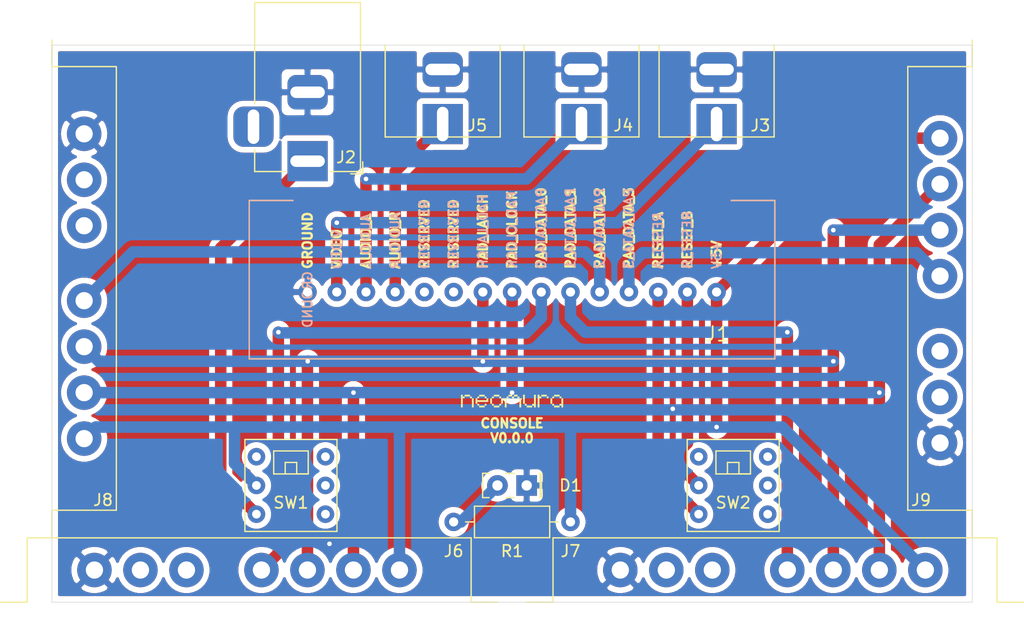
<source format=kicad_pcb>
(kicad_pcb (version 20171130) (host pcbnew "(5.1.9)-1")

  (general
    (thickness 1.6)
    (drawings 5)
    (tracks 89)
    (zones 0)
    (modules 14)
    (nets 35)
  )

  (page A4)
  (layers
    (0 F.Cu signal)
    (31 B.Cu signal)
    (32 B.Adhes user)
    (33 F.Adhes user)
    (34 B.Paste user)
    (35 F.Paste user)
    (36 B.SilkS user)
    (37 F.SilkS user)
    (38 B.Mask user)
    (39 F.Mask user)
    (40 Dwgs.User user)
    (41 Cmts.User user)
    (42 Eco1.User user)
    (43 Eco2.User user)
    (44 Edge.Cuts user)
    (45 Margin user)
    (46 B.CrtYd user)
    (47 F.CrtYd user)
    (48 B.Fab user)
    (49 F.Fab user)
  )

  (setup
    (last_trace_width 1)
    (trace_clearance 0.2)
    (zone_clearance 0.508)
    (zone_45_only no)
    (trace_min 0.2)
    (via_size 0.8)
    (via_drill 0.4)
    (via_min_size 0.4)
    (via_min_drill 0.3)
    (uvia_size 0.3)
    (uvia_drill 0.1)
    (uvias_allowed no)
    (uvia_min_size 0.2)
    (uvia_min_drill 0.1)
    (edge_width 0.05)
    (segment_width 0.2)
    (pcb_text_width 0.3)
    (pcb_text_size 1.5 1.5)
    (mod_edge_width 0.12)
    (mod_text_size 1 1)
    (mod_text_width 0.15)
    (pad_size 1.6 1.6)
    (pad_drill 0.8)
    (pad_to_mask_clearance 0)
    (aux_axis_origin 0 0)
    (visible_elements 7FFFFF7F)
    (pcbplotparams
      (layerselection 0x010f0_ffffffff)
      (usegerberextensions false)
      (usegerberattributes true)
      (usegerberadvancedattributes true)
      (creategerberjobfile true)
      (excludeedgelayer true)
      (linewidth 0.100000)
      (plotframeref false)
      (viasonmask false)
      (mode 1)
      (useauxorigin false)
      (hpglpennumber 1)
      (hpglpenspeed 20)
      (hpglpendiameter 15.000000)
      (psnegative false)
      (psa4output false)
      (plotreference true)
      (plotvalue true)
      (plotinvisibletext false)
      (padsonsilk false)
      (subtractmaskfromsilk false)
      (outputformat 1)
      (mirror false)
      (drillshape 0)
      (scaleselection 1)
      (outputdirectory ""))
  )

  (net 0 "")
  (net 1 +5V)
  (net 2 "Net-(J2-Pad1)")
  (net 3 "Net-(SW1-Pad1)")
  (net 4 "Net-(SW1-Pad4)")
  (net 5 "Net-(SW2-Pad4)")
  (net 6 GND)
  (net 7 "Net-(SW2-Pad1)")
  (net 8 PAD_DATA_2)
  (net 9 PAD_LATCH)
  (net 10 PAD_CLOCK)
  (net 11 PAD_DATA_1)
  (net 12 "Net-(J6-Pad5)")
  (net 13 "Net-(J6-Pad6)")
  (net 14 "Net-(J7-Pad5)")
  (net 15 "Net-(J7-Pad6)")
  (net 16 PAD_DATA_3)
  (net 17 "Net-(J8-Pad5)")
  (net 18 "Net-(J8-Pad6)")
  (net 19 PAD_DATA_0)
  (net 20 VIDEO)
  (net 21 "Net-(D1-Pad2)")
  (net 22 "Net-(J2-Pad3)")
  (net 23 "Net-(J9-Pad6)")
  (net 24 "Net-(J9-Pad5)")
  (net 25 AUDIO_L)
  (net 26 AUDIO_R)
  (net 27 "Net-(J1-Pad5)")
  (net 28 "Net-(J1-Pad6)")
  (net 29 RESET_A)
  (net 30 RESET_B)
  (net 31 "Net-(SW1-Pad3)")
  (net 32 "Net-(SW1-Pad2)")
  (net 33 "Net-(SW2-Pad3)")
  (net 34 "Net-(SW2-Pad2)")

  (net_class Default "This is the default net class."
    (clearance 0.2)
    (trace_width 1)
    (via_dia 0.8)
    (via_drill 0.4)
    (uvia_dia 0.3)
    (uvia_drill 0.1)
    (add_net +5V)
    (add_net AUDIO_L)
    (add_net AUDIO_R)
    (add_net GND)
    (add_net "Net-(D1-Pad2)")
    (add_net "Net-(J1-Pad5)")
    (add_net "Net-(J1-Pad6)")
    (add_net "Net-(J2-Pad1)")
    (add_net "Net-(J2-Pad3)")
    (add_net "Net-(J6-Pad5)")
    (add_net "Net-(J6-Pad6)")
    (add_net "Net-(J7-Pad5)")
    (add_net "Net-(J7-Pad6)")
    (add_net "Net-(J8-Pad5)")
    (add_net "Net-(J8-Pad6)")
    (add_net "Net-(J9-Pad5)")
    (add_net "Net-(J9-Pad6)")
    (add_net "Net-(SW1-Pad1)")
    (add_net "Net-(SW1-Pad2)")
    (add_net "Net-(SW1-Pad3)")
    (add_net "Net-(SW1-Pad4)")
    (add_net "Net-(SW2-Pad1)")
    (add_net "Net-(SW2-Pad2)")
    (add_net "Net-(SW2-Pad3)")
    (add_net "Net-(SW2-Pad4)")
    (add_net PAD_CLOCK)
    (add_net PAD_DATA_0)
    (add_net PAD_DATA_1)
    (add_net PAD_DATA_2)
    (add_net PAD_DATA_3)
    (add_net PAD_LATCH)
    (add_net RESET_A)
    (add_net RESET_B)
    (add_net VIDEO)
  )

  (module Neomura_Cartridge:Slot-Vertical (layer F.Cu) (tedit 602D6F2E) (tstamp 60303249)
    (at 182.88 60.6425)
    (path /6024EFCA)
    (fp_text reference J1 (at 19.05 3.65125) (layer F.SilkS)
      (effects (font (size 1.27 1.27) (thickness 0.15)) (justify right))
    )
    (fp_text value CARTRIDGE (at -19.05 3.65125) (layer F.Fab)
      (effects (font (size 1.27 1.27) (thickness 0.15)) (justify left))
    )
    (fp_line (start 19.05 -7.97) (end 22.85 -7.97) (layer B.SilkS) (width 0.12))
    (fp_line (start 19.05 -1.27) (end -19.05 -1.27) (layer B.CrtYd) (width 0.12))
    (fp_line (start 19.05 1.27) (end 19.05 -1.27) (layer B.CrtYd) (width 0.12))
    (fp_line (start -19.05 1.27) (end 19.05 1.27) (layer B.CrtYd) (width 0.12))
    (fp_line (start -19.05 -1.27) (end -19.05 1.27) (layer B.CrtYd) (width 0.12))
    (fp_line (start -22.85 -7.97) (end -22.85 5.81) (layer F.CrtYd) (width 0.12))
    (fp_line (start 22.85 -7.97) (end 22.85 5.81) (layer F.CrtYd) (width 0.12))
    (fp_line (start 22.85 5.81) (end -22.85 5.811) (layer F.CrtYd) (width 0.12))
    (fp_line (start 22.85 -7.97) (end -22.85 -7.97) (layer F.CrtYd) (width 0.12))
    (fp_line (start -22.85 5.81) (end -22.85 -7.97) (layer B.SilkS) (width 0.12))
    (fp_line (start 22.85 -7.97) (end 22.85 5.81) (layer B.SilkS) (width 0.12))
    (fp_line (start -22.85 -7.97) (end -19.05 -7.97) (layer B.SilkS) (width 0.12))
    (fp_line (start -22.85 5.81) (end 22.85 5.81) (layer B.SilkS) (width 0.12))
    (fp_line (start -22.85 -7.97) (end -19.05 -7.97) (layer F.SilkS) (width 0.12))
    (fp_line (start -22.85 5.81) (end 22.85 5.81) (layer F.SilkS) (width 0.12))
    (fp_line (start 22.85 -7.97) (end 22.85 5.81) (layer F.SilkS) (width 0.12))
    (fp_line (start -22.85 -7.97) (end -22.85 5.81) (layer F.SilkS) (width 0.12))
    (fp_line (start 19.05 -7.97) (end 22.85 -7.97) (layer F.SilkS) (width 0.12))
    (fp_text user GROUND (at -17.78 -1.905 270) (layer F.SilkS)
      (effects (font (size 0.8 0.8) (thickness 0.2)) (justify left))
    )
    (fp_text user AUDIO_L (at -12.7 -1.905 90) (layer F.SilkS)
      (effects (font (size 0.8 0.8) (thickness 0.2)) (justify left))
    )
    (fp_text user VIDEO (at -15.24 -1.905 90) (layer F.SilkS)
      (effects (font (size 0.8 0.8) (thickness 0.2)) (justify left))
    )
    (fp_text user AUDIO_R (at -10.16 -1.905 90) (layer F.SilkS)
      (effects (font (size 0.8 0.8) (thickness 0.2)) (justify left))
    )
    (fp_text user RESERVED (at -7.62 -1.905 90) (layer F.SilkS)
      (effects (font (size 0.8 0.8) (thickness 0.2)) (justify left))
    )
    (fp_text user RESERVED (at -5.08 -1.905 90) (layer F.SilkS)
      (effects (font (size 0.8 0.8) (thickness 0.2)) (justify left))
    )
    (fp_text user PAD_LATCH (at -2.54 -1.905 90) (layer F.SilkS)
      (effects (font (size 0.8 0.8) (thickness 0.2)) (justify left))
    )
    (fp_text user PAD_CLOCK (at 0 -1.905 90) (layer F.SilkS)
      (effects (font (size 0.8 0.8) (thickness 0.2)) (justify left))
    )
    (fp_text user PAD_DATA_0 (at 2.54 -1.905 90) (layer F.SilkS)
      (effects (font (size 0.8 0.8) (thickness 0.2)) (justify left))
    )
    (fp_text user PAD_DATA_1 (at 5.08 -1.905 90) (layer F.SilkS)
      (effects (font (size 0.8 0.8) (thickness 0.2)) (justify left))
    )
    (fp_text user PAD_DATA_2 (at 7.62 -1.905 90) (layer F.SilkS)
      (effects (font (size 0.8 0.8) (thickness 0.2)) (justify left))
    )
    (fp_text user PAD_DATA_3 (at 10.16 -1.905 90) (layer F.SilkS)
      (effects (font (size 0.8 0.8) (thickness 0.2)) (justify left))
    )
    (fp_text user RESET_A (at 12.7 -1.905 90) (layer F.SilkS)
      (effects (font (size 0.8 0.8) (thickness 0.2)) (justify left))
    )
    (fp_text user RESET_B (at 15.24 -1.905 90) (layer F.SilkS)
      (effects (font (size 0.8 0.8) (thickness 0.2)) (justify left))
    )
    (fp_text user +5V (at 17.78 -1.905 90) (layer F.SilkS)
      (effects (font (size 0.8 0.8) (thickness 0.2)) (justify left))
    )
    (fp_text user GROUND (at -17.78 -1.905 -90) (layer B.SilkS)
      (effects (font (size 0.8 0.8) (thickness 0.15)) (justify left mirror))
    )
    (fp_text user VIDEO (at -15.24 -1.905 90) (layer B.SilkS)
      (effects (font (size 0.8 0.8) (thickness 0.15)) (justify right mirror))
    )
    (fp_text user AUDIO_L (at -12.7 -1.905 90) (layer B.SilkS)
      (effects (font (size 0.8 0.8) (thickness 0.15)) (justify right mirror))
    )
    (fp_text user AUDIO_R (at -10.16 -1.905 90) (layer B.SilkS)
      (effects (font (size 0.8 0.8) (thickness 0.15)) (justify right mirror))
    )
    (fp_text user RESERVED (at -7.62 -1.905 90) (layer B.SilkS)
      (effects (font (size 0.8 0.8) (thickness 0.15)) (justify right mirror))
    )
    (fp_text user RESERVED (at -5.08 -1.905 90) (layer B.SilkS)
      (effects (font (size 0.8 0.8) (thickness 0.15)) (justify right mirror))
    )
    (fp_text user PAD_LATCH (at -2.54 -1.905 90) (layer B.SilkS)
      (effects (font (size 0.8 0.8) (thickness 0.15)) (justify right mirror))
    )
    (fp_text user PAD_CLOCK (at 0 -1.905 90) (layer B.SilkS)
      (effects (font (size 0.8 0.8) (thickness 0.15)) (justify right mirror))
    )
    (fp_text user PAD_DATA_0 (at 2.54 -1.905 90) (layer B.SilkS)
      (effects (font (size 0.8 0.8) (thickness 0.15)) (justify right mirror))
    )
    (fp_text user PAD_DATA_1 (at 5.08 -1.905 270) (layer B.SilkS)
      (effects (font (size 0.8 0.8) (thickness 0.15)) (justify right mirror))
    )
    (fp_text user PAD_DATA_2 (at 7.62 -1.905 270) (layer B.SilkS)
      (effects (font (size 0.8 0.8) (thickness 0.15)) (justify right mirror))
    )
    (fp_text user PAD_DATA_3 (at 10.16 -1.905 270) (layer B.SilkS)
      (effects (font (size 0.8 0.8) (thickness 0.15)) (justify right mirror))
    )
    (fp_text user RESET_A (at 12.7 -1.905 270) (layer B.SilkS)
      (effects (font (size 0.8 0.8) (thickness 0.15)) (justify right mirror))
    )
    (fp_text user RESET_B (at 15.24 -1.905 270) (layer B.SilkS)
      (effects (font (size 0.8 0.8) (thickness 0.15)) (justify right mirror))
    )
    (fp_text user +5V (at 17.78 -1.905 270) (layer B.SilkS)
      (effects (font (size 0.8 0.8) (thickness 0.15)) (justify right mirror))
    )
    (pad 1 thru_hole oval (at -17.78 0) (size 1.6 1.6) (drill 0.8) (layers *.Cu *.Mask)
      (net 6 GND))
    (pad 2 thru_hole oval (at -15.24 0) (size 1.6 1.6) (drill 0.8) (layers *.Cu *.Mask)
      (net 20 VIDEO))
    (pad 3 thru_hole oval (at -12.7 0) (size 1.6 1.6) (drill 0.8) (layers *.Cu *.Mask)
      (net 25 AUDIO_L))
    (pad 4 thru_hole oval (at -10.16 0) (size 1.6 1.6) (drill 0.8) (layers *.Cu *.Mask)
      (net 26 AUDIO_R))
    (pad 5 thru_hole oval (at -7.62 0) (size 1.6 1.6) (drill 0.8) (layers *.Cu *.Mask)
      (net 27 "Net-(J1-Pad5)"))
    (pad 6 thru_hole oval (at -5.08 0) (size 1.6 1.6) (drill 0.8) (layers *.Cu *.Mask)
      (net 28 "Net-(J1-Pad6)"))
    (pad 7 thru_hole oval (at -2.54 0) (size 1.6 1.6) (drill 0.8) (layers *.Cu *.Mask)
      (net 9 PAD_LATCH))
    (pad 8 thru_hole oval (at 0 0) (size 1.6 1.6) (drill 0.8) (layers *.Cu *.Mask)
      (net 10 PAD_CLOCK))
    (pad 9 thru_hole oval (at 2.54 0) (size 1.6 1.6) (drill 0.8) (layers *.Cu *.Mask)
      (net 19 PAD_DATA_0))
    (pad 10 thru_hole oval (at 5.08 0) (size 1.6 1.6) (drill 0.8) (layers *.Cu *.Mask)
      (net 11 PAD_DATA_1))
    (pad 11 thru_hole oval (at 7.62 0) (size 1.6 1.6) (drill 0.8) (layers *.Cu *.Mask)
      (net 8 PAD_DATA_2))
    (pad 12 thru_hole oval (at 10.16 0) (size 1.6 1.6) (drill 0.8) (layers *.Cu *.Mask)
      (net 16 PAD_DATA_3))
    (pad 13 thru_hole oval (at 12.7 0) (size 1.6 1.6) (drill 0.8) (layers *.Cu *.Mask)
      (net 29 RESET_A))
    (pad 14 thru_hole oval (at 15.24 0) (size 1.6 1.6) (drill 0.8) (layers *.Cu *.Mask)
      (net 30 RESET_B))
    (pad 15 thru_hole oval (at 17.78 0) (size 1.6 1.6) (drill 0.8) (layers *.Cu *.Mask)
      (net 1 +5V))
  )

  (module Neomura_Console:Pad_Connector (layer F.Cu) (tedit 6026F1DD) (tstamp 6025E537)
    (at 222.885 60.325 90)
    (path /60258449)
    (fp_text reference J9 (at -18.415 -4.445 180) (layer F.SilkS)
      (effects (font (size 1 1) (thickness 0.15)))
    )
    (fp_text value "PAD 3" (at 0 1.5 90) (layer F.Fab)
      (effects (font (size 1 1) (thickness 0.15)))
    )
    (fp_line (start -21.6 0) (end -19.3 0) (layer F.SilkS) (width 0.12))
    (fp_line (start 19.3 -5.6) (end -19.3 -5.6) (layer F.SilkS) (width 0.12))
    (fp_line (start -19.3 0) (end -19.3 -5.6) (layer F.SilkS) (width 0.12))
    (fp_line (start 19.3 0) (end 19.3 -5.6) (layer F.SilkS) (width 0.12))
    (fp_line (start 21.6 0) (end 19.3 0) (layer F.SilkS) (width 0.12))
    (pad 7 thru_hole circle (at -13.45 -2.8 90) (size 3 3) (drill 1.5) (layers *.Cu *.Mask)
      (net 6 GND))
    (pad 1 thru_hole circle (at 13.07 -2.8 90) (size 3 3) (drill 1.5) (layers *.Cu *.Mask)
      (net 1 +5V))
    (pad 6 thru_hole circle (at -9.45 -2.8 90) (size 3 3) (drill 1.5) (layers *.Cu *.Mask)
      (net 23 "Net-(J9-Pad6)"))
    (pad 5 thru_hole circle (at -5.45 -2.8 90) (size 3 3) (drill 1.5) (layers *.Cu *.Mask)
      (net 24 "Net-(J9-Pad5)"))
    (pad 2 thru_hole circle (at 9.07 -2.8 90) (size 3 3) (drill 1.5) (layers *.Cu *.Mask)
      (net 10 PAD_CLOCK))
    (pad 3 thru_hole circle (at 5.07 -2.8 90) (size 3 3) (drill 1.5) (layers *.Cu *.Mask)
      (net 9 PAD_LATCH))
    (pad 4 thru_hole circle (at 1.07 -2.8 90) (size 3 3) (drill 1.5) (layers *.Cu *.Mask)
      (net 16 PAD_DATA_3))
  )

  (module Neomura_Console:RCA_Jack (layer F.Cu) (tedit 602702FB) (tstamp 602E6133)
    (at 176.8475 37.15)
    (path /602E6B20)
    (fp_text reference J5 (at 3 9) (layer F.SilkS)
      (effects (font (size 1 1) (thickness 0.15)))
    )
    (fp_text value "AUDIO (RED)" (at 0 2.5) (layer F.Fab)
      (effects (font (size 1 1) (thickness 0.15)))
    )
    (fp_line (start 5 2) (end 5 10) (layer F.SilkS) (width 0.12))
    (fp_line (start 5 10) (end -5 10) (layer F.SilkS) (width 0.12))
    (fp_line (start -5 10) (end -5 2) (layer F.SilkS) (width 0.12))
    (pad 2 thru_hole roundrect (at 0 4.125) (size 3.5 3) (drill oval 3 1) (layers *.Cu *.Mask) (roundrect_rratio 0.25)
      (net 6 GND))
    (pad 1 thru_hole rect (at 0 8.875) (size 3.5 3.5) (drill oval 1 3) (layers *.Cu *.Mask)
      (net 26 AUDIO_R))
  )

  (module Neomura_Console:Pad_Connector (layer F.Cu) (tedit 6026F1DD) (tstamp 6025E520)
    (at 142.875 60.325 270)
    (path /602664D5)
    (fp_text reference J8 (at 18.415 -4.445 180) (layer F.SilkS)
      (effects (font (size 1 1) (thickness 0.15)))
    )
    (fp_text value "PAD 2" (at 0 1.5 90) (layer F.Fab)
      (effects (font (size 1 1) (thickness 0.15)))
    )
    (fp_line (start -21.6 0) (end -19.3 0) (layer F.SilkS) (width 0.12))
    (fp_line (start 19.3 -5.6) (end -19.3 -5.6) (layer F.SilkS) (width 0.12))
    (fp_line (start -19.3 0) (end -19.3 -5.6) (layer F.SilkS) (width 0.12))
    (fp_line (start 19.3 0) (end 19.3 -5.6) (layer F.SilkS) (width 0.12))
    (fp_line (start 21.6 0) (end 19.3 0) (layer F.SilkS) (width 0.12))
    (pad 7 thru_hole circle (at -13.45 -2.8 270) (size 3 3) (drill 1.5) (layers *.Cu *.Mask)
      (net 6 GND))
    (pad 1 thru_hole circle (at 13.07 -2.8 270) (size 3 3) (drill 1.5) (layers *.Cu *.Mask)
      (net 1 +5V))
    (pad 6 thru_hole circle (at -9.45 -2.8 270) (size 3 3) (drill 1.5) (layers *.Cu *.Mask)
      (net 18 "Net-(J8-Pad6)"))
    (pad 5 thru_hole circle (at -5.45 -2.8 270) (size 3 3) (drill 1.5) (layers *.Cu *.Mask)
      (net 17 "Net-(J8-Pad5)"))
    (pad 2 thru_hole circle (at 9.07 -2.8 270) (size 3 3) (drill 1.5) (layers *.Cu *.Mask)
      (net 10 PAD_CLOCK))
    (pad 3 thru_hole circle (at 5.07 -2.8 270) (size 3 3) (drill 1.5) (layers *.Cu *.Mask)
      (net 9 PAD_LATCH))
    (pad 4 thru_hole circle (at 1.07 -2.8 270) (size 3 3) (drill 1.5) (layers *.Cu *.Mask)
      (net 8 PAD_DATA_2))
  )

  (module Neomura_Console:Pad_Connector (layer F.Cu) (tedit 6026F1DD) (tstamp 6025E208)
    (at 160.02 87.63)
    (path /6026818B)
    (fp_text reference J6 (at 17.78 -4.445) (layer F.SilkS)
      (effects (font (size 1 1) (thickness 0.15)))
    )
    (fp_text value "PAD 0" (at 0 1.5) (layer F.Fab)
      (effects (font (size 1 1) (thickness 0.15)))
    )
    (fp_line (start -21.6 0) (end -19.3 0) (layer F.SilkS) (width 0.12))
    (fp_line (start 19.3 -5.6) (end -19.3 -5.6) (layer F.SilkS) (width 0.12))
    (fp_line (start -19.3 0) (end -19.3 -5.6) (layer F.SilkS) (width 0.12))
    (fp_line (start 19.3 0) (end 19.3 -5.6) (layer F.SilkS) (width 0.12))
    (fp_line (start 21.6 0) (end 19.3 0) (layer F.SilkS) (width 0.12))
    (pad 7 thru_hole circle (at -13.45 -2.8) (size 3 3) (drill 1.5) (layers *.Cu *.Mask)
      (net 6 GND))
    (pad 1 thru_hole circle (at 13.07 -2.8) (size 3 3) (drill 1.5) (layers *.Cu *.Mask)
      (net 1 +5V))
    (pad 6 thru_hole circle (at -9.45 -2.8) (size 3 3) (drill 1.5) (layers *.Cu *.Mask)
      (net 13 "Net-(J6-Pad6)"))
    (pad 5 thru_hole circle (at -5.45 -2.8) (size 3 3) (drill 1.5) (layers *.Cu *.Mask)
      (net 12 "Net-(J6-Pad5)"))
    (pad 2 thru_hole circle (at 9.07 -2.8) (size 3 3) (drill 1.5) (layers *.Cu *.Mask)
      (net 10 PAD_CLOCK))
    (pad 3 thru_hole circle (at 5.07 -2.8) (size 3 3) (drill 1.5) (layers *.Cu *.Mask)
      (net 9 PAD_LATCH))
    (pad 4 thru_hole circle (at 1.07 -2.8) (size 3 3) (drill 1.5) (layers *.Cu *.Mask)
      (net 19 PAD_DATA_0))
  )

  (module Neomura_Console:Pad_Connector (layer F.Cu) (tedit 6026F1DD) (tstamp 6025E509)
    (at 205.74 87.63)
    (path /60267867)
    (fp_text reference J7 (at -17.78 -4.445) (layer F.SilkS)
      (effects (font (size 1 1) (thickness 0.15)))
    )
    (fp_text value "PAD 1" (at 0 1.5) (layer F.Fab)
      (effects (font (size 1 1) (thickness 0.15)))
    )
    (fp_line (start -21.6 0) (end -19.3 0) (layer F.SilkS) (width 0.12))
    (fp_line (start 19.3 -5.6) (end -19.3 -5.6) (layer F.SilkS) (width 0.12))
    (fp_line (start -19.3 0) (end -19.3 -5.6) (layer F.SilkS) (width 0.12))
    (fp_line (start 19.3 0) (end 19.3 -5.6) (layer F.SilkS) (width 0.12))
    (fp_line (start 21.6 0) (end 19.3 0) (layer F.SilkS) (width 0.12))
    (pad 7 thru_hole circle (at -13.45 -2.8) (size 3 3) (drill 1.5) (layers *.Cu *.Mask)
      (net 6 GND))
    (pad 1 thru_hole circle (at 13.07 -2.8) (size 3 3) (drill 1.5) (layers *.Cu *.Mask)
      (net 1 +5V))
    (pad 6 thru_hole circle (at -9.45 -2.8) (size 3 3) (drill 1.5) (layers *.Cu *.Mask)
      (net 15 "Net-(J7-Pad6)"))
    (pad 5 thru_hole circle (at -5.45 -2.8) (size 3 3) (drill 1.5) (layers *.Cu *.Mask)
      (net 14 "Net-(J7-Pad5)"))
    (pad 2 thru_hole circle (at 9.07 -2.8) (size 3 3) (drill 1.5) (layers *.Cu *.Mask)
      (net 10 PAD_CLOCK))
    (pad 3 thru_hole circle (at 5.07 -2.8) (size 3 3) (drill 1.5) (layers *.Cu *.Mask)
      (net 9 PAD_LATCH))
    (pad 4 thru_hole circle (at 1.07 -2.8) (size 3 3) (drill 1.5) (layers *.Cu *.Mask)
      (net 11 PAD_DATA_1))
  )

  (module Neomura_Console:RCA_Jack (layer F.Cu) (tedit 602702FB) (tstamp 6026035E)
    (at 200.66 37.15)
    (path /60250367)
    (fp_text reference J3 (at 3.81 9) (layer F.SilkS)
      (effects (font (size 1 1) (thickness 0.15)))
    )
    (fp_text value "VIDEO (YELLOW)" (at 0 2.5) (layer F.Fab)
      (effects (font (size 1 1) (thickness 0.15)))
    )
    (fp_line (start -5 10) (end -5 2) (layer F.SilkS) (width 0.12))
    (fp_line (start 5 10) (end -5 10) (layer F.SilkS) (width 0.12))
    (fp_line (start 5 2) (end 5 10) (layer F.SilkS) (width 0.12))
    (pad 2 thru_hole roundrect (at 0 4.125) (size 3.5 3) (drill oval 3 1) (layers *.Cu *.Mask) (roundrect_rratio 0.25)
      (net 6 GND))
    (pad 1 thru_hole rect (at 0 8.875) (size 3.5 3.5) (drill oval 1 3) (layers *.Cu *.Mask)
      (net 20 VIDEO))
  )

  (module Neomura_Console:RCA_Jack (layer F.Cu) (tedit 602702FB) (tstamp 60260367)
    (at 188.9125 37.15)
    (path /60250B78)
    (fp_text reference J4 (at 3.635 9) (layer F.SilkS)
      (effects (font (size 1 1) (thickness 0.15)))
    )
    (fp_text value "AUDIO (WHITE)" (at 0 2.5) (layer F.Fab)
      (effects (font (size 1 1) (thickness 0.15)))
    )
    (fp_line (start -5 10) (end -5 2) (layer F.SilkS) (width 0.12))
    (fp_line (start 5 10) (end -5 10) (layer F.SilkS) (width 0.12))
    (fp_line (start 5 2) (end 5 10) (layer F.SilkS) (width 0.12))
    (pad 2 thru_hole roundrect (at 0 4.125) (size 3.5 3) (drill oval 3 1) (layers *.Cu *.Mask) (roundrect_rratio 0.25)
      (net 6 GND))
    (pad 1 thru_hole rect (at 0 8.875) (size 3.5 3.5) (drill oval 1 3) (layers *.Cu *.Mask)
      (net 25 AUDIO_L))
  )

  (module Connector_BarrelJack:BarrelJack_Horizontal (layer F.Cu) (tedit 5A1DBF6A) (tstamp 6025F234)
    (at 165.1 49.256723 270)
    (descr "DC Barrel Jack")
    (tags "Power Jack")
    (path /602598E7)
    (fp_text reference J2 (at -0.336723 -3.35 180) (layer F.SilkS)
      (effects (font (size 1 1) (thickness 0.15)))
    )
    (fp_text value POWER (at -6.2 -5.5 90) (layer F.Fab)
      (effects (font (size 1 1) (thickness 0.15)))
    )
    (fp_line (start 0 -4.5) (end -13.7 -4.5) (layer F.Fab) (width 0.1))
    (fp_line (start 0.8 4.5) (end 0.8 -3.75) (layer F.Fab) (width 0.1))
    (fp_line (start -13.7 4.5) (end 0.8 4.5) (layer F.Fab) (width 0.1))
    (fp_line (start -13.7 -4.5) (end -13.7 4.5) (layer F.Fab) (width 0.1))
    (fp_line (start -10.2 -4.5) (end -10.2 4.5) (layer F.Fab) (width 0.1))
    (fp_line (start 0.9 -4.6) (end 0.9 -2) (layer F.SilkS) (width 0.12))
    (fp_line (start -13.8 -4.6) (end 0.9 -4.6) (layer F.SilkS) (width 0.12))
    (fp_line (start 0.9 4.6) (end -1 4.6) (layer F.SilkS) (width 0.12))
    (fp_line (start 0.9 1.9) (end 0.9 4.6) (layer F.SilkS) (width 0.12))
    (fp_line (start -13.8 4.6) (end -13.8 -4.6) (layer F.SilkS) (width 0.12))
    (fp_line (start -5 4.6) (end -13.8 4.6) (layer F.SilkS) (width 0.12))
    (fp_line (start -14 4.75) (end -14 -4.75) (layer F.CrtYd) (width 0.05))
    (fp_line (start -5 4.75) (end -14 4.75) (layer F.CrtYd) (width 0.05))
    (fp_line (start -5 6.75) (end -5 4.75) (layer F.CrtYd) (width 0.05))
    (fp_line (start -1 6.75) (end -5 6.75) (layer F.CrtYd) (width 0.05))
    (fp_line (start -1 4.75) (end -1 6.75) (layer F.CrtYd) (width 0.05))
    (fp_line (start 1 4.75) (end -1 4.75) (layer F.CrtYd) (width 0.05))
    (fp_line (start 1 2) (end 1 4.75) (layer F.CrtYd) (width 0.05))
    (fp_line (start 2 2) (end 1 2) (layer F.CrtYd) (width 0.05))
    (fp_line (start 2 -2) (end 2 2) (layer F.CrtYd) (width 0.05))
    (fp_line (start 1 -2) (end 2 -2) (layer F.CrtYd) (width 0.05))
    (fp_line (start 1 -4.5) (end 1 -2) (layer F.CrtYd) (width 0.05))
    (fp_line (start 1 -4.75) (end -14 -4.75) (layer F.CrtYd) (width 0.05))
    (fp_line (start 1 -4.5) (end 1 -4.75) (layer F.CrtYd) (width 0.05))
    (fp_line (start 0.05 -4.8) (end 1.1 -4.8) (layer F.SilkS) (width 0.12))
    (fp_line (start 1.1 -3.75) (end 1.1 -4.8) (layer F.SilkS) (width 0.12))
    (fp_line (start -0.003213 -4.505425) (end 0.8 -3.75) (layer F.Fab) (width 0.1))
    (fp_text user %R (at -3 -2.95 90) (layer F.Fab)
      (effects (font (size 1 1) (thickness 0.15)))
    )
    (pad 1 thru_hole rect (at 0 0 270) (size 3.5 3.5) (drill oval 1 3) (layers *.Cu *.Mask)
      (net 2 "Net-(J2-Pad1)"))
    (pad 2 thru_hole roundrect (at -6 0 270) (size 3 3.5) (drill oval 1 3) (layers *.Cu *.Mask) (roundrect_rratio 0.25)
      (net 6 GND))
    (pad 3 thru_hole roundrect (at -3 4.7 270) (size 3.5 3.5) (drill oval 3 1) (layers *.Cu *.Mask) (roundrect_rratio 0.25)
      (net 22 "Net-(J2-Pad3)"))
    (model ${KISYS3DMOD}/Connector_BarrelJack.3dshapes/BarrelJack_Horizontal.wrl
      (at (xyz 0 0 0))
      (scale (xyz 1 1 1))
      (rotate (xyz 0 0 0))
    )
  )

  (module Resistor_THT:R_Axial_DIN0207_L6.3mm_D2.5mm_P10.16mm_Horizontal (layer F.Cu) (tedit 5AE5139B) (tstamp 6025F303)
    (at 177.8 80.645)
    (descr "Resistor, Axial_DIN0207 series, Axial, Horizontal, pin pitch=10.16mm, 0.25W = 1/4W, length*diameter=6.3*2.5mm^2, http://cdn-reichelt.de/documents/datenblatt/B400/1_4W%23YAG.pdf")
    (tags "Resistor Axial_DIN0207 series Axial Horizontal pin pitch 10.16mm 0.25W = 1/4W length 6.3mm diameter 2.5mm")
    (path /6026EAC1)
    (fp_text reference R1 (at 5.08 2.54) (layer F.SilkS)
      (effects (font (size 1 1) (thickness 0.15)))
    )
    (fp_text value 240R (at 5.08 2.37) (layer F.Fab)
      (effects (font (size 1 1) (thickness 0.15)))
    )
    (fp_line (start 1.93 -1.25) (end 1.93 1.25) (layer F.Fab) (width 0.1))
    (fp_line (start 1.93 1.25) (end 8.23 1.25) (layer F.Fab) (width 0.1))
    (fp_line (start 8.23 1.25) (end 8.23 -1.25) (layer F.Fab) (width 0.1))
    (fp_line (start 8.23 -1.25) (end 1.93 -1.25) (layer F.Fab) (width 0.1))
    (fp_line (start 0 0) (end 1.93 0) (layer F.Fab) (width 0.1))
    (fp_line (start 10.16 0) (end 8.23 0) (layer F.Fab) (width 0.1))
    (fp_line (start 1.81 -1.37) (end 1.81 1.37) (layer F.SilkS) (width 0.12))
    (fp_line (start 1.81 1.37) (end 8.35 1.37) (layer F.SilkS) (width 0.12))
    (fp_line (start 8.35 1.37) (end 8.35 -1.37) (layer F.SilkS) (width 0.12))
    (fp_line (start 8.35 -1.37) (end 1.81 -1.37) (layer F.SilkS) (width 0.12))
    (fp_line (start 1.04 0) (end 1.81 0) (layer F.SilkS) (width 0.12))
    (fp_line (start 9.12 0) (end 8.35 0) (layer F.SilkS) (width 0.12))
    (fp_line (start -1.05 -1.5) (end -1.05 1.5) (layer F.CrtYd) (width 0.05))
    (fp_line (start -1.05 1.5) (end 11.21 1.5) (layer F.CrtYd) (width 0.05))
    (fp_line (start 11.21 1.5) (end 11.21 -1.5) (layer F.CrtYd) (width 0.05))
    (fp_line (start 11.21 -1.5) (end -1.05 -1.5) (layer F.CrtYd) (width 0.05))
    (fp_text user %R (at 5.08 0) (layer F.Fab)
      (effects (font (size 1 1) (thickness 0.15)))
    )
    (pad 2 thru_hole oval (at 10.16 0) (size 1.6 1.6) (drill 0.8) (layers *.Cu *.Mask)
      (net 1 +5V))
    (pad 1 thru_hole circle (at 0 0) (size 1.6 1.6) (drill 0.8) (layers *.Cu *.Mask)
      (net 21 "Net-(D1-Pad2)"))
    (model ${KISYS3DMOD}/Resistor_THT.3dshapes/R_Axial_DIN0207_L6.3mm_D2.5mm_P10.16mm_Horizontal.wrl
      (at (xyz 0 0 0))
      (scale (xyz 1 1 1))
      (rotate (xyz 0 0 0))
    )
  )

  (module LED_THT:LED_Rectangular_W5.0mm_H2.0mm (layer F.Cu) (tedit 587A3A7B) (tstamp 6025F1A3)
    (at 184.15 77.47 180)
    (descr "LED_Rectangular, Rectangular,  Rectangular size 5.0x2.0mm^2, 2 pins, http://www.kingbright.com/attachments/file/psearch/000/00/00/L-169XCGDK(Ver.9B).pdf")
    (tags "LED_Rectangular Rectangular  Rectangular size 5.0x2.0mm^2 2 pins")
    (path /6026F0F0)
    (fp_text reference D1 (at -3.81 0) (layer F.SilkS)
      (effects (font (size 1 1) (thickness 0.15)))
    )
    (fp_text value LED (at 1.27 2.06) (layer F.Fab)
      (effects (font (size 1 1) (thickness 0.15)))
    )
    (fp_line (start -1.23 -1) (end -1.23 1) (layer F.Fab) (width 0.1))
    (fp_line (start -1.23 1) (end 3.77 1) (layer F.Fab) (width 0.1))
    (fp_line (start 3.77 1) (end 3.77 -1) (layer F.Fab) (width 0.1))
    (fp_line (start 3.77 -1) (end -1.23 -1) (layer F.Fab) (width 0.1))
    (fp_line (start -1.29 -1.06) (end -1.08 -1.06) (layer F.SilkS) (width 0.12))
    (fp_line (start 1.08 -1.06) (end 1.811 -1.06) (layer F.SilkS) (width 0.12))
    (fp_line (start 3.27 -1.06) (end 3.83 -1.06) (layer F.SilkS) (width 0.12))
    (fp_line (start -1.29 1.06) (end -1.08 1.06) (layer F.SilkS) (width 0.12))
    (fp_line (start 1.08 1.06) (end 1.811 1.06) (layer F.SilkS) (width 0.12))
    (fp_line (start 3.27 1.06) (end 3.83 1.06) (layer F.SilkS) (width 0.12))
    (fp_line (start -1.29 -1.06) (end -1.29 1.06) (layer F.SilkS) (width 0.12))
    (fp_line (start 3.83 -1.06) (end 3.83 1.06) (layer F.SilkS) (width 0.12))
    (fp_line (start -1.17 -1.06) (end -1.17 1.06) (layer F.SilkS) (width 0.12))
    (fp_line (start -1.55 -1.35) (end -1.55 1.35) (layer F.CrtYd) (width 0.05))
    (fp_line (start -1.55 1.35) (end 4.1 1.35) (layer F.CrtYd) (width 0.05))
    (fp_line (start 4.1 1.35) (end 4.1 -1.35) (layer F.CrtYd) (width 0.05))
    (fp_line (start 4.1 -1.35) (end -1.55 -1.35) (layer F.CrtYd) (width 0.05))
    (pad 2 thru_hole circle (at 2.54 0 180) (size 1.8 1.8) (drill 0.9) (layers *.Cu *.Mask)
      (net 21 "Net-(D1-Pad2)"))
    (pad 1 thru_hole rect (at 0 0 180) (size 1.8 1.8) (drill 0.9) (layers *.Cu *.Mask)
      (net 6 GND))
    (model ${KISYS3DMOD}/LED_THT.3dshapes/LED_Rectangular_W5.0mm_H2.0mm.wrl
      (at (xyz 0 0 0))
      (scale (xyz 1 1 1))
      (rotate (xyz 0 0 0))
    )
  )

  (module Neomura_Console:BS800L (layer F.Cu) (tedit 60256309) (tstamp 6025FFE0)
    (at 202.105 77.47)
    (path /60270AB2)
    (fp_text reference SW2 (at 0 1.5 180) (layer F.SilkS)
      (effects (font (size 1 1) (thickness 0.15)))
    )
    (fp_text value RESET_SW (at 0 5) (layer F.Fab)
      (effects (font (size 1 1) (thickness 0.15)))
    )
    (fp_line (start -0.5 -2) (end -0.5 -1) (layer F.SilkS) (width 0.12))
    (fp_line (start 0.5 -2) (end -0.5 -2) (layer F.SilkS) (width 0.12))
    (fp_line (start 0.5 -1) (end 0.5 -2) (layer F.SilkS) (width 0.12))
    (fp_line (start 1.5 -1) (end 0.5 -1) (layer F.SilkS) (width 0.12))
    (fp_line (start 1.5 -3) (end 1.5 -1) (layer F.SilkS) (width 0.12))
    (fp_line (start -1.5 -3) (end 1.5 -3) (layer F.SilkS) (width 0.12))
    (fp_line (start -1.5 -1) (end -1.5 -3) (layer F.SilkS) (width 0.12))
    (fp_line (start 1.5 -1) (end -1.5 -1) (layer F.SilkS) (width 0.12))
    (fp_line (start 4 -4) (end -4 -4) (layer F.SilkS) (width 0.12))
    (fp_line (start 4 4) (end 4 -4) (layer F.SilkS) (width 0.12))
    (fp_line (start -4 4) (end 4 4) (layer F.SilkS) (width 0.12))
    (fp_line (start -4 -4) (end -4 4) (layer F.SilkS) (width 0.12))
    (fp_line (start 4 -4) (end -4 -4) (layer F.CrtYd) (width 0.12))
    (fp_line (start -4 -4) (end -4 4) (layer F.CrtYd) (width 0.12))
    (fp_line (start -4 4) (end 4 4) (layer F.CrtYd) (width 0.12))
    (fp_line (start 4 4) (end 4 -4) (layer F.CrtYd) (width 0.12))
    (fp_line (start 2 4) (end 2 -4) (layer B.CrtYd) (width 0.12))
    (fp_line (start 2 -4) (end 4 -4) (layer B.CrtYd) (width 0.12))
    (fp_line (start 4 -4) (end 4 4) (layer B.CrtYd) (width 0.12))
    (fp_line (start 4 4) (end 2 4) (layer B.CrtYd) (width 0.12))
    (fp_line (start -2 4) (end -2 -4) (layer B.CrtYd) (width 0.12))
    (fp_line (start -2 -4) (end -4 -4) (layer B.CrtYd) (width 0.12))
    (fp_line (start -4 -4) (end -4 4) (layer B.CrtYd) (width 0.12))
    (fp_line (start -4 4) (end -2 4) (layer B.CrtYd) (width 0.12))
    (pad 6 thru_hole circle (at -3 0 90) (size 1.524 1.524) (drill 0.762) (layers *.Cu *.Mask)
      (net 30 RESET_B))
    (pad 4 thru_hole circle (at -3 -2.5 90) (size 1.524 1.524) (drill 0.762) (layers *.Cu *.Mask)
      (net 5 "Net-(SW2-Pad4)"))
    (pad 5 thru_hole circle (at -3 2.5 90) (size 1.524 1.524) (drill 0.762) (layers *.Cu *.Mask)
      (net 29 RESET_A))
    (pad 3 thru_hole circle (at 3 0 90) (size 1.524 1.524) (drill 0.762) (layers *.Cu *.Mask)
      (net 33 "Net-(SW2-Pad3)"))
    (pad 1 thru_hole circle (at 3 2.5 90) (size 1.524 1.524) (drill 0.762) (layers *.Cu *.Mask)
      (net 7 "Net-(SW2-Pad1)"))
    (pad 2 thru_hole circle (at 3 -2.5 90) (size 1.524 1.524) (drill 0.762) (layers *.Cu *.Mask)
      (net 34 "Net-(SW2-Pad2)"))
  )

  (module Neomura_Console:BS800L (layer F.Cu) (tedit 60256309) (tstamp 6025FFBE)
    (at 163.655 77.47)
    (path /6026968B)
    (fp_text reference SW1 (at 0 1.5 180) (layer F.SilkS)
      (effects (font (size 1 1) (thickness 0.15)))
    )
    (fp_text value POWER_SW (at 0 5) (layer F.Fab)
      (effects (font (size 1 1) (thickness 0.15)))
    )
    (fp_line (start -0.5 -2) (end -0.5 -1) (layer F.SilkS) (width 0.12))
    (fp_line (start 0.5 -2) (end -0.5 -2) (layer F.SilkS) (width 0.12))
    (fp_line (start 0.5 -1) (end 0.5 -2) (layer F.SilkS) (width 0.12))
    (fp_line (start 1.5 -1) (end 0.5 -1) (layer F.SilkS) (width 0.12))
    (fp_line (start 1.5 -3) (end 1.5 -1) (layer F.SilkS) (width 0.12))
    (fp_line (start -1.5 -3) (end 1.5 -3) (layer F.SilkS) (width 0.12))
    (fp_line (start -1.5 -1) (end -1.5 -3) (layer F.SilkS) (width 0.12))
    (fp_line (start 1.5 -1) (end -1.5 -1) (layer F.SilkS) (width 0.12))
    (fp_line (start 4 -4) (end -4 -4) (layer F.SilkS) (width 0.12))
    (fp_line (start 4 4) (end 4 -4) (layer F.SilkS) (width 0.12))
    (fp_line (start -4 4) (end 4 4) (layer F.SilkS) (width 0.12))
    (fp_line (start -4 -4) (end -4 4) (layer F.SilkS) (width 0.12))
    (fp_line (start 4 -4) (end -4 -4) (layer F.CrtYd) (width 0.12))
    (fp_line (start -4 -4) (end -4 4) (layer F.CrtYd) (width 0.12))
    (fp_line (start -4 4) (end 4 4) (layer F.CrtYd) (width 0.12))
    (fp_line (start 4 4) (end 4 -4) (layer F.CrtYd) (width 0.12))
    (fp_line (start 2 4) (end 2 -4) (layer B.CrtYd) (width 0.12))
    (fp_line (start 2 -4) (end 4 -4) (layer B.CrtYd) (width 0.12))
    (fp_line (start 4 -4) (end 4 4) (layer B.CrtYd) (width 0.12))
    (fp_line (start 4 4) (end 2 4) (layer B.CrtYd) (width 0.12))
    (fp_line (start -2 4) (end -2 -4) (layer B.CrtYd) (width 0.12))
    (fp_line (start -2 -4) (end -4 -4) (layer B.CrtYd) (width 0.12))
    (fp_line (start -4 -4) (end -4 4) (layer B.CrtYd) (width 0.12))
    (fp_line (start -4 4) (end -2 4) (layer B.CrtYd) (width 0.12))
    (pad 6 thru_hole circle (at -3 0 90) (size 1.524 1.524) (drill 0.762) (layers *.Cu *.Mask)
      (net 1 +5V))
    (pad 4 thru_hole circle (at -3 -2.5 90) (size 1.524 1.524) (drill 0.762) (layers *.Cu *.Mask)
      (net 4 "Net-(SW1-Pad4)"))
    (pad 5 thru_hole circle (at -3 2.5 90) (size 1.524 1.524) (drill 0.762) (layers *.Cu *.Mask)
      (net 2 "Net-(J2-Pad1)"))
    (pad 3 thru_hole circle (at 3 0 90) (size 1.524 1.524) (drill 0.762) (layers *.Cu *.Mask)
      (net 31 "Net-(SW1-Pad3)"))
    (pad 1 thru_hole circle (at 3 2.5 90) (size 1.524 1.524) (drill 0.762) (layers *.Cu *.Mask)
      (net 3 "Net-(SW1-Pad1)"))
    (pad 2 thru_hole circle (at 3 -2.5 90) (size 1.524 1.524) (drill 0.762) (layers *.Cu *.Mask)
      (net 32 "Net-(SW1-Pad2)"))
  )

  (module Neomura_Logo:Front-Silkscreen (layer F.Cu) (tedit 6008810C) (tstamp 6025F146)
    (at 182.88 70.1675)
    (fp_text reference Ref** (at 0 0) (layer F.SilkS) hide
      (effects (font (size 1.27 1.27) (thickness 0.15)))
    )
    (fp_text value Val** (at 0 0) (layer F.SilkS) hide
      (effects (font (size 1.27 1.27) (thickness 0.15)))
    )
    (fp_poly (pts (xy 4.445 0.515938) (xy 4.28625 0.515938) (xy 4.28625 -0.277812) (xy 4.445 -0.277812)) (layer F.SilkS) (width 0))
    (fp_poly (pts (xy 4.28625 0.357188) (xy 4.1275 0.357188) (xy 4.1275 0.198438) (xy 4.28625 0.198438)) (layer F.SilkS) (width 0))
    (fp_poly (pts (xy 4.28625 -0.277812) (xy 4.1275 -0.277812) (xy 4.1275 -0.436562) (xy 4.28625 -0.436562)) (layer F.SilkS) (width 0))
    (fp_poly (pts (xy 4.1275 0.515938) (xy 3.65125 0.515938) (xy 3.65125 0.357188) (xy 4.1275 0.357188)) (layer F.SilkS) (width 0))
    (fp_poly (pts (xy 3.65125 0.357188) (xy 3.4925 0.357188) (xy 3.4925 0.198438) (xy 3.65125 0.198438)) (layer F.SilkS) (width 0))
    (fp_poly (pts (xy 4.1275 -0.436562) (xy 3.65125 -0.436562) (xy 3.65125 -0.595312) (xy 4.1275 -0.595312)) (layer F.SilkS) (width 0))
    (fp_poly (pts (xy 3.65125 -0.277812) (xy 3.4925 -0.277812) (xy 3.4925 -0.436562) (xy 3.65125 -0.436562)) (layer F.SilkS) (width 0))
    (fp_poly (pts (xy 3.4925 0.198438) (xy 3.33375 0.198438) (xy 3.33375 -0.277812) (xy 3.4925 -0.277812)) (layer F.SilkS) (width 0))
    (fp_poly (pts (xy 3.175 -0.277812) (xy 3.01625 -0.277812) (xy 3.01625 -0.436562) (xy 3.175 -0.436562)) (layer F.SilkS) (width 0))
    (fp_poly (pts (xy 3.01625 -0.436562) (xy 2.54 -0.436562) (xy 2.54 -0.595312) (xy 3.01625 -0.595312)) (layer F.SilkS) (width 0))
    (fp_poly (pts (xy 2.54 -0.277812) (xy 2.38125 -0.277812) (xy 2.38125 -0.436562) (xy 2.54 -0.436562)) (layer F.SilkS) (width 0))
    (fp_poly (pts (xy 2.38125 0.515938) (xy 2.2225 0.515938) (xy 2.2225 -0.595312) (xy 2.38125 -0.595312)) (layer F.SilkS) (width 0))
    (fp_poly (pts (xy 2.06375 0.515938) (xy 1.905 0.515938) (xy 1.905 -0.595312) (xy 2.06375 -0.595312)) (layer F.SilkS) (width 0))
    (fp_poly (pts (xy 1.905 0.357188) (xy 1.74625 0.357188) (xy 1.74625 0.198438) (xy 1.905 0.198438)) (layer F.SilkS) (width 0))
    (fp_poly (pts (xy 1.74625 0.515938) (xy 1.27 0.515938) (xy 1.27 0.357188) (xy 1.74625 0.357188)) (layer F.SilkS) (width 0))
    (fp_poly (pts (xy 1.27 0.357188) (xy 1.11125 0.357188) (xy 1.11125 0.198438) (xy 1.27 0.198438)) (layer F.SilkS) (width 0))
    (fp_poly (pts (xy 1.11125 0.198438) (xy 0.9525 0.198438) (xy 0.9525 -0.595312) (xy 1.11125 -0.595312)) (layer F.SilkS) (width 0))
    (fp_poly (pts (xy 0.79375 0.515938) (xy 0.635 0.515938) (xy 0.635 -0.277812) (xy 0.79375 -0.277812)) (layer F.SilkS) (width 0))
    (fp_poly (pts (xy 0.635 -0.277812) (xy 0.47625 -0.277812) (xy 0.47625 -0.436562) (xy 0.635 -0.436562)) (layer F.SilkS) (width 0))
    (fp_poly (pts (xy 0.47625 -0.436562) (xy 0.15875 -0.436562) (xy 0.15875 -0.595312) (xy 0.47625 -0.595312)) (layer F.SilkS) (width 0))
    (fp_poly (pts (xy 0.15875 -0.277812) (xy 0 -0.277812) (xy 0 -0.436562) (xy 0.15875 -0.436562)) (layer F.SilkS) (width 0))
    (fp_poly (pts (xy 0 -0.436562) (xy -0.3175 -0.436562) (xy -0.3175 -0.595312) (xy 0 -0.595312)) (layer F.SilkS) (width 0))
    (fp_poly (pts (xy -0.3175 -0.277812) (xy -0.47625 -0.277812) (xy -0.47625 -0.436562) (xy -0.3175 -0.436562)) (layer F.SilkS) (width 0))
    (fp_poly (pts (xy -0.47625 0.515938) (xy -0.635 0.515938) (xy -0.635 -0.277812) (xy -0.47625 -0.277812)) (layer F.SilkS) (width 0))
    (fp_poly (pts (xy -1.11125 0.515938) (xy -1.5875 0.515938) (xy -1.5875 0.357188) (xy -1.11125 0.357188)) (layer F.SilkS) (width 0))
    (fp_poly (pts (xy -1.5875 0.357188) (xy -1.74625 0.357188) (xy -1.74625 0.198438) (xy -1.5875 0.198438)) (layer F.SilkS) (width 0))
    (fp_poly (pts (xy -0.9525 0.357188) (xy -1.11125 0.357188) (xy -1.11125 0.198438) (xy -0.9525 0.198438)) (layer F.SilkS) (width 0))
    (fp_poly (pts (xy -0.79375 0.198438) (xy -0.9525 0.198438) (xy -0.9525 -0.277812) (xy -0.79375 -0.277812)) (layer F.SilkS) (width 0))
    (fp_poly (pts (xy -0.9525 -0.277812) (xy -1.11125 -0.277812) (xy -1.11125 -0.436562) (xy -0.9525 -0.436562)) (layer F.SilkS) (width 0))
    (fp_poly (pts (xy -1.11125 -0.436562) (xy -1.5875 -0.436562) (xy -1.5875 -0.595312) (xy -1.11125 -0.595312)) (layer F.SilkS) (width 0))
    (fp_poly (pts (xy -1.5875 -0.277812) (xy -1.74625 -0.277812) (xy -1.74625 -0.436562) (xy -1.5875 -0.436562)) (layer F.SilkS) (width 0))
    (fp_poly (pts (xy -1.74625 0.198438) (xy -1.905 0.198438) (xy -1.905 -0.277812) (xy -1.74625 -0.277812)) (layer F.SilkS) (width 0))
    (fp_poly (pts (xy -2.2225 0.357188) (xy -2.38125 0.357188) (xy -2.38125 0.198438) (xy -2.2225 0.198438)) (layer F.SilkS) (width 0))
    (fp_poly (pts (xy -2.38125 0.515938) (xy -2.8575 0.515938) (xy -2.8575 0.357188) (xy -2.38125 0.357188)) (layer F.SilkS) (width 0))
    (fp_poly (pts (xy -2.2225 0.039688) (xy -3.01625 0.039688) (xy -3.01625 -0.119062) (xy -2.2225 -0.119062)) (layer F.SilkS) (width 0))
    (fp_poly (pts (xy -2.06375 0.039688) (xy -2.2225 0.039688) (xy -2.2225 -0.277812) (xy -2.06375 -0.277812)) (layer F.SilkS) (width 0))
    (fp_poly (pts (xy -2.2225 -0.277812) (xy -2.38125 -0.277812) (xy -2.38125 -0.436562) (xy -2.2225 -0.436562)) (layer F.SilkS) (width 0))
    (fp_poly (pts (xy -2.38125 -0.436562) (xy -2.8575 -0.436562) (xy -2.8575 -0.595312) (xy -2.38125 -0.595312)) (layer F.SilkS) (width 0))
    (fp_poly (pts (xy -2.8575 0.357188) (xy -3.01625 0.357188) (xy -3.01625 0.198438) (xy -2.8575 0.198438)) (layer F.SilkS) (width 0))
    (fp_poly (pts (xy -2.8575 -0.277812) (xy -3.01625 -0.277812) (xy -3.01625 -0.436562) (xy -2.8575 -0.436562)) (layer F.SilkS) (width 0))
    (fp_poly (pts (xy -3.01625 0.198438) (xy -3.175 0.198438) (xy -3.175 -0.277812) (xy -3.01625 -0.277812)) (layer F.SilkS) (width 0))
    (fp_poly (pts (xy -4.28625 0.515938) (xy -4.445 0.515938) (xy -4.445 -0.595312) (xy -4.28625 -0.595312)) (layer F.SilkS) (width 0))
    (fp_poly (pts (xy -3.33375 0.515938) (xy -3.4925 0.515938) (xy -3.4925 -0.277812) (xy -3.33375 -0.277812)) (layer F.SilkS) (width 0))
    (fp_poly (pts (xy -3.4925 -0.277812) (xy -3.65125 -0.277812) (xy -3.65125 -0.436562) (xy -3.4925 -0.436562)) (layer F.SilkS) (width 0))
    (fp_poly (pts (xy -3.65125 -0.436562) (xy -4.1275 -0.436562) (xy -4.1275 -0.595312) (xy -3.65125 -0.595312)) (layer F.SilkS) (width 0))
    (fp_poly (pts (xy -4.1275 -0.277812) (xy -4.28625 -0.277812) (xy -4.28625 -0.436562) (xy -4.1275 -0.436562)) (layer F.SilkS) (width 0))
  )

  (gr_line (start 222.885 39.16) (end 142.875 39.16) (layer Edge.Cuts) (width 0.05) (tstamp 60283AA1))
  (gr_text "CONSOLE\nV0.0.0" (at 182.88 72.7075) (layer F.SilkS)
    (effects (font (size 0.8 0.8) (thickness 0.2)))
  )
  (gr_line (start 142.875 87.63) (end 222.885 87.63) (layer Edge.Cuts) (width 0.05) (tstamp 6026093B))
  (gr_line (start 142.875 39.16) (end 142.875 87.63) (layer Edge.Cuts) (width 0.05))
  (gr_line (start 222.885 87.63) (end 222.885 39.16) (layer Edge.Cuts) (width 0.05))

  (segment (start 173.09 84.83) (end 173.09 72.39) (width 1) (layer B.Cu) (net 1))
  (segment (start 146.68 72.39) (end 145.675 73.395) (width 1) (layer B.Cu) (net 1))
  (segment (start 187.96 72.39) (end 187.96 80.645) (width 1) (layer B.Cu) (net 1))
  (segment (start 173.09 72.39) (end 187.96 72.39) (width 1) (layer B.Cu) (net 1))
  (segment (start 187.96 72.39) (end 200.66 72.39) (width 1) (layer B.Cu) (net 1))
  (segment (start 158.75 75.565) (end 158.75 72.39) (width 1) (layer B.Cu) (net 1))
  (segment (start 160.655 77.47) (end 158.75 75.565) (width 1) (layer B.Cu) (net 1))
  (segment (start 158.75 72.39) (end 146.68 72.39) (width 1) (layer B.Cu) (net 1))
  (segment (start 173.09 72.39) (end 158.75 72.39) (width 1) (layer B.Cu) (net 1))
  (via (at 200.66 72.39) (size 0.8) (drill 0.4) (layers F.Cu B.Cu) (net 1))
  (segment (start 200.66 60.6425) (end 200.66 72.39) (width 1) (layer F.Cu) (net 1))
  (segment (start 214.0475 47.255) (end 220.085 47.255) (width 1) (layer F.Cu) (net 1))
  (segment (start 200.66 60.6425) (end 214.0475 47.255) (width 1) (layer F.Cu) (net 1))
  (segment (start 206.37 72.39) (end 218.81 84.83) (width 1) (layer B.Cu) (net 1))
  (segment (start 200.66 72.39) (end 206.37 72.39) (width 1) (layer B.Cu) (net 1))
  (segment (start 157.54999 76.86499) (end 160.655 79.97) (width 1) (layer F.Cu) (net 2))
  (segment (start 157.54999 56.806733) (end 157.54999 76.86499) (width 1) (layer F.Cu) (net 2))
  (segment (start 165.1 49.256723) (end 157.54999 56.806733) (width 1) (layer F.Cu) (net 2))
  (via (at 167.005 82.55) (size 0.8) (drill 0.4) (layers F.Cu B.Cu) (net 6))
  (via (at 196.85 70.8025) (size 0.8) (drill 0.4) (layers F.Cu B.Cu) (net 6))
  (segment (start 190.5 60.6425) (end 190.5 58.42) (width 1) (layer B.Cu) (net 8))
  (segment (start 190.5 58.42) (end 189.23 57.15) (width 1) (layer B.Cu) (net 8))
  (segment (start 149.92 57.15) (end 145.675 61.395) (width 1) (layer B.Cu) (net 8))
  (segment (start 189.23 57.15) (end 149.92 57.15) (width 1) (layer B.Cu) (net 8))
  (segment (start 210.81 84.83) (end 210.81 66.05) (width 1) (layer F.Cu) (net 9))
  (via (at 180.34 66.675) (size 0.8) (drill 0.4) (layers F.Cu B.Cu) (net 9))
  (segment (start 165.11 66.665) (end 180.34 66.665) (width 1) (layer B.Cu) (net 9) (tstamp 60300B5D))
  (via (at 165.11 66.665) (size 0.8) (drill 0.4) (layers F.Cu B.Cu) (net 9))
  (via (at 210.81 66.665) (size 0.8) (drill 0.4) (layers F.Cu B.Cu) (net 9))
  (segment (start 180.34 66.665) (end 210.81 66.665) (width 1) (layer B.Cu) (net 9))
  (segment (start 210.81 66.05) (end 210.81 55.255) (width 1) (layer F.Cu) (net 9) (tstamp 6030119A))
  (via (at 210.81 55.255) (size 0.8) (drill 0.4) (layers F.Cu B.Cu) (net 9))
  (segment (start 210.81 55.255) (end 220.085 55.255) (width 1) (layer B.Cu) (net 9))
  (segment (start 165.09 66.685) (end 165.11 66.665) (width 1) (layer F.Cu) (net 9))
  (segment (start 165.09 84.83) (end 165.09 66.685) (width 1) (layer F.Cu) (net 9))
  (segment (start 146.945 66.665) (end 145.675 65.395) (width 1) (layer B.Cu) (net 9))
  (segment (start 165.11 66.665) (end 146.945 66.665) (width 1) (layer B.Cu) (net 9))
  (segment (start 180.34 60.6425) (end 180.34 66.675) (width 1) (layer F.Cu) (net 9))
  (segment (start 220.085 51.255) (end 219.33999 52.00001) (width 1) (layer B.Cu) (net 10))
  (segment (start 214.81 84.83) (end 214.81 69.67) (width 1) (layer F.Cu) (net 10))
  (segment (start 182.88 60.6425) (end 182.88 69.215) (width 1) (layer F.Cu) (net 10))
  (segment (start 182.88 69.215) (end 182.88 69.395) (width 1) (layer F.Cu) (net 10) (tstamp 60300B47))
  (via (at 182.88 69.395) (size 0.8) (drill 0.4) (layers F.Cu B.Cu) (net 10))
  (segment (start 145.675 69.395) (end 170 69.395) (width 1) (layer B.Cu) (net 10))
  (segment (start 170 69.395) (end 182.88 69.395) (width 1) (layer B.Cu) (net 10) (tstamp 60300B89))
  (via (at 169.09 69.395) (size 0.8) (drill 0.4) (layers F.Cu B.Cu) (net 10))
  (segment (start 169.09 84.83) (end 169.09 69.395) (width 1) (layer F.Cu) (net 10))
  (via (at 214.81 69.395) (size 0.8) (drill 0.4) (layers F.Cu B.Cu) (net 10))
  (segment (start 214.81 69.395) (end 182.88 69.395) (width 1) (layer B.Cu) (net 10))
  (segment (start 214.81 56.53) (end 220.085 51.255) (width 1) (layer F.Cu) (net 10))
  (segment (start 214.81 69.395) (end 214.81 56.53) (width 1) (layer F.Cu) (net 10))
  (via (at 206.81 64.135) (size 0.8) (drill 0.4) (layers F.Cu B.Cu) (net 11))
  (segment (start 187.96 60.6425) (end 187.96 62.865) (width 1) (layer B.Cu) (net 11))
  (segment (start 189.23 64.135) (end 187.96 62.865) (width 1) (layer B.Cu) (net 11))
  (segment (start 206.81 64.135) (end 189.23 64.135) (width 1) (layer B.Cu) (net 11))
  (segment (start 206.81 84.83) (end 206.81 64.135) (width 1) (layer F.Cu) (net 11))
  (segment (start 193.04 60.6425) (end 193.04 58.42) (width 1) (layer B.Cu) (net 16))
  (segment (start 194.24001 57.21999) (end 193.04 58.42) (width 1) (layer B.Cu) (net 16))
  (segment (start 218.04999 57.21999) (end 194.24001 57.21999) (width 1) (layer B.Cu) (net 16))
  (segment (start 220.085 59.255) (end 218.04999 57.21999) (width 1) (layer B.Cu) (net 16))
  (segment (start 161.09 84.83) (end 162.589999 83.330001) (width 1) (layer F.Cu) (net 19))
  (via (at 162.56 64.135) (size 0.8) (drill 0.4) (layers F.Cu B.Cu) (net 19))
  (segment (start 162.56 83.300002) (end 162.589999 83.330001) (width 1) (layer F.Cu) (net 19))
  (segment (start 162.56 64.135) (end 162.56 83.300002) (width 1) (layer F.Cu) (net 19))
  (segment (start 162.61999 64.19499) (end 162.56 64.135) (width 1) (layer B.Cu) (net 19))
  (segment (start 184.09001 64.19499) (end 162.61999 64.19499) (width 1) (layer B.Cu) (net 19))
  (segment (start 185.42 62.865) (end 184.09001 64.19499) (width 1) (layer B.Cu) (net 19))
  (segment (start 185.42 60.6425) (end 185.42 62.865) (width 1) (layer B.Cu) (net 19))
  (segment (start 167.64 60.6425) (end 167.64 54.61) (width 1) (layer F.Cu) (net 20))
  (segment (start 167.64 54.61) (end 167.64 54.61) (width 1) (layer F.Cu) (net 20) (tstamp 60301B84))
  (via (at 167.64 54.61) (size 0.8) (drill 0.4) (layers F.Cu B.Cu) (net 20))
  (segment (start 200.66 46.025) (end 192.075 54.61) (width 1) (layer B.Cu) (net 20))
  (segment (start 182.88 54.61) (end 167.64 54.61) (width 1) (layer B.Cu) (net 20))
  (segment (start 192.075 54.61) (end 182.88 54.61) (width 1) (layer B.Cu) (net 20))
  (segment (start 178.435 80.645) (end 181.61 77.47) (width 1) (layer B.Cu) (net 21))
  (segment (start 177.8 80.645) (end 178.435 80.645) (width 1) (layer B.Cu) (net 21))
  (segment (start 170.18 60.6425) (end 170.18 50.8) (width 1) (layer F.Cu) (net 25))
  (segment (start 170.18 50.8) (end 170.18 50.8) (width 1) (layer F.Cu) (net 25) (tstamp 60301B82))
  (via (at 170.18 50.8) (size 0.8) (drill 0.4) (layers F.Cu B.Cu) (net 25))
  (segment (start 184.1375 50.8) (end 170.18 50.8) (width 1) (layer B.Cu) (net 25))
  (segment (start 188.9125 46.025) (end 184.1375 50.8) (width 1) (layer B.Cu) (net 25))
  (segment (start 172.72 50.1525) (end 176.8475 46.025) (width 1) (layer F.Cu) (net 26))
  (segment (start 172.72 60.6425) (end 172.72 50.1525) (width 1) (layer F.Cu) (net 26))
  (segment (start 195.58 76.445) (end 199.105 79.97) (width 1) (layer F.Cu) (net 29))
  (segment (start 195.58 60.6425) (end 195.58 76.445) (width 1) (layer F.Cu) (net 29))
  (segment (start 197.642999 76.007999) (end 199.105 77.47) (width 1) (layer F.Cu) (net 30))
  (segment (start 197.642999 74.268239) (end 197.642999 76.007999) (width 1) (layer F.Cu) (net 30))
  (segment (start 198.12 73.791238) (end 197.642999 74.268239) (width 1) (layer F.Cu) (net 30))
  (segment (start 198.12 60.6425) (end 198.12 73.791238) (width 1) (layer F.Cu) (net 30))

  (zone (net 6) (net_name GND) (layer B.Cu) (tstamp 0) (hatch edge 0.508)
    (connect_pads (clearance 0.508))
    (min_thickness 0.254)
    (fill yes (arc_segments 32) (thermal_gap 0.508) (thermal_bridge_width 0.508))
    (polygon
      (pts
        (xy 224.79 89.535) (xy 140.97 89.535) (xy 140.97 38.1) (xy 224.79 38.1)
      )
    )
    (filled_polygon
      (pts
        (xy 174.4625 40.98925) (xy 174.62125 41.148) (xy 176.7205 41.148) (xy 176.7205 41.128) (xy 176.9745 41.128)
        (xy 176.9745 41.148) (xy 179.07375 41.148) (xy 179.2325 40.98925) (xy 179.235458 39.82) (xy 186.524542 39.82)
        (xy 186.5275 40.98925) (xy 186.68625 41.148) (xy 188.7855 41.148) (xy 188.7855 41.128) (xy 189.0395 41.128)
        (xy 189.0395 41.148) (xy 191.13875 41.148) (xy 191.2975 40.98925) (xy 191.300458 39.82) (xy 198.272042 39.82)
        (xy 198.275 40.98925) (xy 198.43375 41.148) (xy 200.533 41.148) (xy 200.533 41.128) (xy 200.787 41.128)
        (xy 200.787 41.148) (xy 202.88625 41.148) (xy 203.045 40.98925) (xy 203.047958 39.82) (xy 222.225001 39.82)
        (xy 222.225 73.690877) (xy 222.180334 73.314549) (xy 222.050243 72.914617) (xy 221.892214 72.618962) (xy 221.576653 72.462952)
        (xy 220.264605 73.775) (xy 221.576653 75.087048) (xy 221.892214 74.931038) (xy 222.08302 74.556255) (xy 222.197044 74.151449)
        (xy 222.225 73.794723) (xy 222.225 86.97) (xy 192.374125 86.97) (xy 192.750451 86.925334) (xy 193.150383 86.795243)
        (xy 193.446038 86.637214) (xy 193.602048 86.321653) (xy 192.29 85.009605) (xy 190.977952 86.321653) (xy 191.133962 86.637214)
        (xy 191.508745 86.82802) (xy 191.913551 86.942044) (xy 192.270274 86.97) (xy 146.654125 86.97) (xy 147.030451 86.925334)
        (xy 147.430383 86.795243) (xy 147.726038 86.637214) (xy 147.882048 86.321653) (xy 146.57 85.009605) (xy 145.257952 86.321653)
        (xy 145.413962 86.637214) (xy 145.788745 86.82802) (xy 146.193551 86.942044) (xy 146.550274 86.97) (xy 143.535 86.97)
        (xy 143.535 84.872824) (xy 144.425098 84.872824) (xy 144.474666 85.290451) (xy 144.604757 85.690383) (xy 144.762786 85.986038)
        (xy 145.078347 86.142048) (xy 146.390395 84.83) (xy 146.749605 84.83) (xy 148.061653 86.142048) (xy 148.377214 85.986038)
        (xy 148.56802 85.611255) (xy 148.573962 85.590161) (xy 148.677988 85.841302) (xy 148.911637 86.190983) (xy 149.209017 86.488363)
        (xy 149.558698 86.722012) (xy 149.947244 86.882953) (xy 150.359721 86.965) (xy 150.780279 86.965) (xy 151.192756 86.882953)
        (xy 151.581302 86.722012) (xy 151.930983 86.488363) (xy 152.228363 86.190983) (xy 152.462012 85.841302) (xy 152.57 85.580596)
        (xy 152.677988 85.841302) (xy 152.911637 86.190983) (xy 153.209017 86.488363) (xy 153.558698 86.722012) (xy 153.947244 86.882953)
        (xy 154.359721 86.965) (xy 154.780279 86.965) (xy 155.192756 86.882953) (xy 155.581302 86.722012) (xy 155.930983 86.488363)
        (xy 156.228363 86.190983) (xy 156.462012 85.841302) (xy 156.622953 85.452756) (xy 156.705 85.040279) (xy 156.705 84.619721)
        (xy 156.622953 84.207244) (xy 156.462012 83.818698) (xy 156.228363 83.469017) (xy 155.930983 83.171637) (xy 155.581302 82.937988)
        (xy 155.192756 82.777047) (xy 154.780279 82.695) (xy 154.359721 82.695) (xy 153.947244 82.777047) (xy 153.558698 82.937988)
        (xy 153.209017 83.171637) (xy 152.911637 83.469017) (xy 152.677988 83.818698) (xy 152.57 84.079404) (xy 152.462012 83.818698)
        (xy 152.228363 83.469017) (xy 151.930983 83.171637) (xy 151.581302 82.937988) (xy 151.192756 82.777047) (xy 150.780279 82.695)
        (xy 150.359721 82.695) (xy 149.947244 82.777047) (xy 149.558698 82.937988) (xy 149.209017 83.171637) (xy 148.911637 83.469017)
        (xy 148.677988 83.818698) (xy 148.570535 84.078113) (xy 148.535243 83.969617) (xy 148.377214 83.673962) (xy 148.061653 83.517952)
        (xy 146.749605 84.83) (xy 146.390395 84.83) (xy 145.078347 83.517952) (xy 144.762786 83.673962) (xy 144.57198 84.048745)
        (xy 144.457956 84.453551) (xy 144.425098 84.872824) (xy 143.535 84.872824) (xy 143.535 83.338347) (xy 145.257952 83.338347)
        (xy 146.57 84.650395) (xy 147.882048 83.338347) (xy 147.726038 83.022786) (xy 147.351255 82.83198) (xy 146.946449 82.717956)
        (xy 146.527176 82.685098) (xy 146.109549 82.734666) (xy 145.709617 82.864757) (xy 145.413962 83.022786) (xy 145.257952 83.338347)
        (xy 143.535 83.338347) (xy 143.535 61.184721) (xy 143.54 61.184721) (xy 143.54 61.605279) (xy 143.622047 62.017756)
        (xy 143.782988 62.406302) (xy 144.016637 62.755983) (xy 144.314017 63.053363) (xy 144.663698 63.287012) (xy 144.924404 63.395)
        (xy 144.663698 63.502988) (xy 144.314017 63.736637) (xy 144.016637 64.034017) (xy 143.782988 64.383698) (xy 143.622047 64.772244)
        (xy 143.54 65.184721) (xy 143.54 65.605279) (xy 143.622047 66.017756) (xy 143.782988 66.406302) (xy 144.016637 66.755983)
        (xy 144.314017 67.053363) (xy 144.663698 67.287012) (xy 144.924404 67.395) (xy 144.663698 67.502988) (xy 144.314017 67.736637)
        (xy 144.016637 68.034017) (xy 143.782988 68.383698) (xy 143.622047 68.772244) (xy 143.54 69.184721) (xy 143.54 69.605279)
        (xy 143.622047 70.017756) (xy 143.782988 70.406302) (xy 144.016637 70.755983) (xy 144.314017 71.053363) (xy 144.663698 71.287012)
        (xy 144.924404 71.395) (xy 144.663698 71.502988) (xy 144.314017 71.736637) (xy 144.016637 72.034017) (xy 143.782988 72.383698)
        (xy 143.622047 72.772244) (xy 143.54 73.184721) (xy 143.54 73.605279) (xy 143.622047 74.017756) (xy 143.782988 74.406302)
        (xy 144.016637 74.755983) (xy 144.314017 75.053363) (xy 144.663698 75.287012) (xy 145.052244 75.447953) (xy 145.464721 75.53)
        (xy 145.885279 75.53) (xy 146.297756 75.447953) (xy 146.686302 75.287012) (xy 147.035983 75.053363) (xy 147.333363 74.755983)
        (xy 147.567012 74.406302) (xy 147.727953 74.017756) (xy 147.81 73.605279) (xy 147.81 73.525) (xy 157.615001 73.525)
        (xy 157.615 75.509248) (xy 157.609509 75.565) (xy 157.615 75.620751) (xy 157.631423 75.787498) (xy 157.696324 76.001446)
        (xy 157.801716 76.198623) (xy 157.943551 76.371449) (xy 157.986865 76.406996) (xy 159.275515 77.695647) (xy 159.311686 77.87749)
        (xy 159.416995 78.131727) (xy 159.56988 78.360535) (xy 159.764465 78.55512) (xy 159.993273 78.708005) (xy 160.022231 78.72)
        (xy 159.993273 78.731995) (xy 159.764465 78.88488) (xy 159.56988 79.079465) (xy 159.416995 79.308273) (xy 159.311686 79.56251)
        (xy 159.258 79.832408) (xy 159.258 80.107592) (xy 159.311686 80.37749) (xy 159.416995 80.631727) (xy 159.56988 80.860535)
        (xy 159.764465 81.05512) (xy 159.993273 81.208005) (xy 160.24751 81.313314) (xy 160.517408 81.367) (xy 160.792592 81.367)
        (xy 161.06249 81.313314) (xy 161.316727 81.208005) (xy 161.545535 81.05512) (xy 161.74012 80.860535) (xy 161.893005 80.631727)
        (xy 161.998314 80.37749) (xy 162.052 80.107592) (xy 162.052 79.832408) (xy 161.998314 79.56251) (xy 161.893005 79.308273)
        (xy 161.74012 79.079465) (xy 161.545535 78.88488) (xy 161.316727 78.731995) (xy 161.287769 78.72) (xy 161.316727 78.708005)
        (xy 161.545535 78.55512) (xy 161.74012 78.360535) (xy 161.893005 78.131727) (xy 161.998314 77.87749) (xy 162.052 77.607592)
        (xy 162.052 77.332408) (xy 161.998314 77.06251) (xy 161.893005 76.808273) (xy 161.74012 76.579465) (xy 161.545535 76.38488)
        (xy 161.316727 76.231995) (xy 161.287769 76.22) (xy 161.316727 76.208005) (xy 161.545535 76.05512) (xy 161.74012 75.860535)
        (xy 161.893005 75.631727) (xy 161.998314 75.37749) (xy 162.052 75.107592) (xy 162.052 74.832408) (xy 165.258 74.832408)
        (xy 165.258 75.107592) (xy 165.311686 75.37749) (xy 165.416995 75.631727) (xy 165.56988 75.860535) (xy 165.764465 76.05512)
        (xy 165.993273 76.208005) (xy 166.022231 76.22) (xy 165.993273 76.231995) (xy 165.764465 76.38488) (xy 165.56988 76.579465)
        (xy 165.416995 76.808273) (xy 165.311686 77.06251) (xy 165.258 77.332408) (xy 165.258 77.607592) (xy 165.311686 77.87749)
        (xy 165.416995 78.131727) (xy 165.56988 78.360535) (xy 165.764465 78.55512) (xy 165.993273 78.708005) (xy 166.022231 78.72)
        (xy 165.993273 78.731995) (xy 165.764465 78.88488) (xy 165.56988 79.079465) (xy 165.416995 79.308273) (xy 165.311686 79.56251)
        (xy 165.258 79.832408) (xy 165.258 80.107592) (xy 165.311686 80.37749) (xy 165.416995 80.631727) (xy 165.56988 80.860535)
        (xy 165.764465 81.05512) (xy 165.993273 81.208005) (xy 166.24751 81.313314) (xy 166.517408 81.367) (xy 166.792592 81.367)
        (xy 167.06249 81.313314) (xy 167.316727 81.208005) (xy 167.545535 81.05512) (xy 167.74012 80.860535) (xy 167.893005 80.631727)
        (xy 167.998314 80.37749) (xy 168.052 80.107592) (xy 168.052 79.832408) (xy 167.998314 79.56251) (xy 167.893005 79.308273)
        (xy 167.74012 79.079465) (xy 167.545535 78.88488) (xy 167.316727 78.731995) (xy 167.287769 78.72) (xy 167.316727 78.708005)
        (xy 167.545535 78.55512) (xy 167.74012 78.360535) (xy 167.893005 78.131727) (xy 167.998314 77.87749) (xy 168.052 77.607592)
        (xy 168.052 77.332408) (xy 167.998314 77.06251) (xy 167.893005 76.808273) (xy 167.74012 76.579465) (xy 167.545535 76.38488)
        (xy 167.316727 76.231995) (xy 167.287769 76.22) (xy 167.316727 76.208005) (xy 167.545535 76.05512) (xy 167.74012 75.860535)
        (xy 167.893005 75.631727) (xy 167.998314 75.37749) (xy 168.052 75.107592) (xy 168.052 74.832408) (xy 167.998314 74.56251)
        (xy 167.893005 74.308273) (xy 167.74012 74.079465) (xy 167.545535 73.88488) (xy 167.316727 73.731995) (xy 167.06249 73.626686)
        (xy 166.792592 73.573) (xy 166.517408 73.573) (xy 166.24751 73.626686) (xy 165.993273 73.731995) (xy 165.764465 73.88488)
        (xy 165.56988 74.079465) (xy 165.416995 74.308273) (xy 165.311686 74.56251) (xy 165.258 74.832408) (xy 162.052 74.832408)
        (xy 161.998314 74.56251) (xy 161.893005 74.308273) (xy 161.74012 74.079465) (xy 161.545535 73.88488) (xy 161.316727 73.731995)
        (xy 161.06249 73.626686) (xy 160.792592 73.573) (xy 160.517408 73.573) (xy 160.24751 73.626686) (xy 159.993273 73.731995)
        (xy 159.885 73.804341) (xy 159.885 73.525) (xy 171.955001 73.525) (xy 171.955 83.02064) (xy 171.729017 83.171637)
        (xy 171.431637 83.469017) (xy 171.197988 83.818698) (xy 171.09 84.079404) (xy 170.982012 83.818698) (xy 170.748363 83.469017)
        (xy 170.450983 83.171637) (xy 170.101302 82.937988) (xy 169.712756 82.777047) (xy 169.300279 82.695) (xy 168.879721 82.695)
        (xy 168.467244 82.777047) (xy 168.078698 82.937988) (xy 167.729017 83.171637) (xy 167.431637 83.469017) (xy 167.197988 83.818698)
        (xy 167.09 84.079404) (xy 166.982012 83.818698) (xy 166.748363 83.469017) (xy 166.450983 83.171637) (xy 166.101302 82.937988)
        (xy 165.712756 82.777047) (xy 165.300279 82.695) (xy 164.879721 82.695) (xy 164.467244 82.777047) (xy 164.078698 82.937988)
        (xy 163.729017 83.171637) (xy 163.431637 83.469017) (xy 163.197988 83.818698) (xy 163.09 84.079404) (xy 162.982012 83.818698)
        (xy 162.748363 83.469017) (xy 162.450983 83.171637) (xy 162.101302 82.937988) (xy 161.712756 82.777047) (xy 161.300279 82.695)
        (xy 160.879721 82.695) (xy 160.467244 82.777047) (xy 160.078698 82.937988) (xy 159.729017 83.171637) (xy 159.431637 83.469017)
        (xy 159.197988 83.818698) (xy 159.037047 84.207244) (xy 158.955 84.619721) (xy 158.955 85.040279) (xy 159.037047 85.452756)
        (xy 159.197988 85.841302) (xy 159.431637 86.190983) (xy 159.729017 86.488363) (xy 160.078698 86.722012) (xy 160.467244 86.882953)
        (xy 160.879721 86.965) (xy 161.300279 86.965) (xy 161.712756 86.882953) (xy 162.101302 86.722012) (xy 162.450983 86.488363)
        (xy 162.748363 86.190983) (xy 162.982012 85.841302) (xy 163.09 85.580596) (xy 163.197988 85.841302) (xy 163.431637 86.190983)
        (xy 163.729017 86.488363) (xy 164.078698 86.722012) (xy 164.467244 86.882953) (xy 164.879721 86.965) (xy 165.300279 86.965)
        (xy 165.712756 86.882953) (xy 166.101302 86.722012) (xy 166.450983 86.488363) (xy 166.748363 86.190983) (xy 166.982012 85.841302)
        (xy 167.09 85.580596) (xy 167.197988 85.841302) (xy 167.431637 86.190983) (xy 167.729017 86.488363) (xy 168.078698 86.722012)
        (xy 168.467244 86.882953) (xy 168.879721 86.965) (xy 169.300279 86.965) (xy 169.712756 86.882953) (xy 170.101302 86.722012)
        (xy 170.450983 86.488363) (xy 170.748363 86.190983) (xy 170.982012 85.841302) (xy 171.09 85.580596) (xy 171.197988 85.841302)
        (xy 171.431637 86.190983) (xy 171.729017 86.488363) (xy 172.078698 86.722012) (xy 172.467244 86.882953) (xy 172.879721 86.965)
        (xy 173.300279 86.965) (xy 173.712756 86.882953) (xy 174.101302 86.722012) (xy 174.450983 86.488363) (xy 174.748363 86.190983)
        (xy 174.982012 85.841302) (xy 175.142953 85.452756) (xy 175.225 85.040279) (xy 175.225 84.872824) (xy 190.145098 84.872824)
        (xy 190.194666 85.290451) (xy 190.324757 85.690383) (xy 190.482786 85.986038) (xy 190.798347 86.142048) (xy 192.110395 84.83)
        (xy 192.469605 84.83) (xy 193.781653 86.142048) (xy 194.097214 85.986038) (xy 194.28802 85.611255) (xy 194.293962 85.590161)
        (xy 194.397988 85.841302) (xy 194.631637 86.190983) (xy 194.929017 86.488363) (xy 195.278698 86.722012) (xy 195.667244 86.882953)
        (xy 196.079721 86.965) (xy 196.500279 86.965) (xy 196.912756 86.882953) (xy 197.301302 86.722012) (xy 197.650983 86.488363)
        (xy 197.948363 86.190983) (xy 198.182012 85.841302) (xy 198.29 85.580596) (xy 198.397988 85.841302) (xy 198.631637 86.190983)
        (xy 198.929017 86.488363) (xy 199.278698 86.722012) (xy 199.667244 86.882953) (xy 200.079721 86.965) (xy 200.500279 86.965)
        (xy 200.912756 86.882953) (xy 201.301302 86.722012) (xy 201.650983 86.488363) (xy 201.948363 86.190983) (xy 202.182012 85.841302)
        (xy 202.342953 85.452756) (xy 202.425 85.040279) (xy 202.425 84.619721) (xy 202.342953 84.207244) (xy 202.182012 83.818698)
        (xy 201.948363 83.469017) (xy 201.650983 83.171637) (xy 201.301302 82.937988) (xy 200.912756 82.777047) (xy 200.500279 82.695)
        (xy 200.079721 82.695) (xy 199.667244 82.777047) (xy 199.278698 82.937988) (xy 198.929017 83.171637) (xy 198.631637 83.469017)
        (xy 198.397988 83.818698) (xy 198.29 84.079404) (xy 198.182012 83.818698) (xy 197.948363 83.469017) (xy 197.650983 83.171637)
        (xy 197.301302 82.937988) (xy 196.912756 82.777047) (xy 196.500279 82.695) (xy 196.079721 82.695) (xy 195.667244 82.777047)
        (xy 195.278698 82.937988) (xy 194.929017 83.171637) (xy 194.631637 83.469017) (xy 194.397988 83.818698) (xy 194.290535 84.078113)
        (xy 194.255243 83.969617) (xy 194.097214 83.673962) (xy 193.781653 83.517952) (xy 192.469605 84.83) (xy 192.110395 84.83)
        (xy 190.798347 83.517952) (xy 190.482786 83.673962) (xy 190.29198 84.048745) (xy 190.177956 84.453551) (xy 190.145098 84.872824)
        (xy 175.225 84.872824) (xy 175.225 84.619721) (xy 175.142953 84.207244) (xy 174.982012 83.818698) (xy 174.748363 83.469017)
        (xy 174.617693 83.338347) (xy 190.977952 83.338347) (xy 192.29 84.650395) (xy 193.602048 83.338347) (xy 193.446038 83.022786)
        (xy 193.071255 82.83198) (xy 192.666449 82.717956) (xy 192.247176 82.685098) (xy 191.829549 82.734666) (xy 191.429617 82.864757)
        (xy 191.133962 83.022786) (xy 190.977952 83.338347) (xy 174.617693 83.338347) (xy 174.450983 83.171637) (xy 174.225 83.02064)
        (xy 174.225 80.503665) (xy 176.365 80.503665) (xy 176.365 80.786335) (xy 176.420147 81.063574) (xy 176.52832 81.324727)
        (xy 176.685363 81.559759) (xy 176.885241 81.759637) (xy 177.120273 81.91668) (xy 177.381426 82.024853) (xy 177.658665 82.08)
        (xy 177.941335 82.08) (xy 178.218574 82.024853) (xy 178.479727 81.91668) (xy 178.714759 81.759637) (xy 178.734037 81.740359)
        (xy 178.871447 81.698676) (xy 179.068623 81.593284) (xy 179.241449 81.451449) (xy 179.276996 81.408135) (xy 181.680132 79.005)
        (xy 181.761184 79.005) (xy 182.057743 78.946011) (xy 182.337095 78.830299) (xy 182.588505 78.662312) (xy 182.654944 78.595873)
        (xy 182.660498 78.61418) (xy 182.719463 78.724494) (xy 182.798815 78.821185) (xy 182.895506 78.900537) (xy 183.00582 78.959502)
        (xy 183.125518 78.995812) (xy 183.25 79.008072) (xy 183.86425 79.005) (xy 184.023 78.84625) (xy 184.023 77.597)
        (xy 184.277 77.597) (xy 184.277 78.84625) (xy 184.43575 79.005) (xy 185.05 79.008072) (xy 185.174482 78.995812)
        (xy 185.29418 78.959502) (xy 185.404494 78.900537) (xy 185.501185 78.821185) (xy 185.580537 78.724494) (xy 185.639502 78.61418)
        (xy 185.675812 78.494482) (xy 185.688072 78.37) (xy 185.685 77.75575) (xy 185.52625 77.597) (xy 184.277 77.597)
        (xy 184.023 77.597) (xy 184.003 77.597) (xy 184.003 77.343) (xy 184.023 77.343) (xy 184.023 76.09375)
        (xy 184.277 76.09375) (xy 184.277 77.343) (xy 185.52625 77.343) (xy 185.685 77.18425) (xy 185.688072 76.57)
        (xy 185.675812 76.445518) (xy 185.639502 76.32582) (xy 185.580537 76.215506) (xy 185.501185 76.118815) (xy 185.404494 76.039463)
        (xy 185.29418 75.980498) (xy 185.174482 75.944188) (xy 185.05 75.931928) (xy 184.43575 75.935) (xy 184.277 76.09375)
        (xy 184.023 76.09375) (xy 183.86425 75.935) (xy 183.25 75.931928) (xy 183.125518 75.944188) (xy 183.00582 75.980498)
        (xy 182.895506 76.039463) (xy 182.798815 76.118815) (xy 182.719463 76.215506) (xy 182.660498 76.32582) (xy 182.654944 76.344127)
        (xy 182.588505 76.277688) (xy 182.337095 76.109701) (xy 182.057743 75.993989) (xy 181.761184 75.935) (xy 181.458816 75.935)
        (xy 181.162257 75.993989) (xy 180.882905 76.109701) (xy 180.631495 76.277688) (xy 180.417688 76.491495) (xy 180.249701 76.742905)
        (xy 180.133989 77.022257) (xy 180.075 77.318816) (xy 180.075 77.399868) (xy 178.21119 79.263678) (xy 177.941335 79.21)
        (xy 177.658665 79.21) (xy 177.381426 79.265147) (xy 177.120273 79.37332) (xy 176.885241 79.530363) (xy 176.685363 79.730241)
        (xy 176.52832 79.965273) (xy 176.420147 80.226426) (xy 176.365 80.503665) (xy 174.225 80.503665) (xy 174.225 73.525)
        (xy 186.825 73.525) (xy 186.825001 79.760715) (xy 186.68832 79.965273) (xy 186.580147 80.226426) (xy 186.525 80.503665)
        (xy 186.525 80.786335) (xy 186.580147 81.063574) (xy 186.68832 81.324727) (xy 186.845363 81.559759) (xy 187.045241 81.759637)
        (xy 187.280273 81.91668) (xy 187.541426 82.024853) (xy 187.818665 82.08) (xy 188.101335 82.08) (xy 188.378574 82.024853)
        (xy 188.639727 81.91668) (xy 188.874759 81.759637) (xy 189.074637 81.559759) (xy 189.23168 81.324727) (xy 189.339853 81.063574)
        (xy 189.395 80.786335) (xy 189.395 80.503665) (xy 189.339853 80.226426) (xy 189.23168 79.965273) (xy 189.095 79.760716)
        (xy 189.095 74.832408) (xy 197.708 74.832408) (xy 197.708 75.107592) (xy 197.761686 75.37749) (xy 197.866995 75.631727)
        (xy 198.01988 75.860535) (xy 198.214465 76.05512) (xy 198.443273 76.208005) (xy 198.472231 76.22) (xy 198.443273 76.231995)
        (xy 198.214465 76.38488) (xy 198.01988 76.579465) (xy 197.866995 76.808273) (xy 197.761686 77.06251) (xy 197.708 77.332408)
        (xy 197.708 77.607592) (xy 197.761686 77.87749) (xy 197.866995 78.131727) (xy 198.01988 78.360535) (xy 198.214465 78.55512)
        (xy 198.443273 78.708005) (xy 198.472231 78.72) (xy 198.443273 78.731995) (xy 198.214465 78.88488) (xy 198.01988 79.079465)
        (xy 197.866995 79.308273) (xy 197.761686 79.56251) (xy 197.708 79.832408) (xy 197.708 80.107592) (xy 197.761686 80.37749)
        (xy 197.866995 80.631727) (xy 198.01988 80.860535) (xy 198.214465 81.05512) (xy 198.443273 81.208005) (xy 198.69751 81.313314)
        (xy 198.967408 81.367) (xy 199.242592 81.367) (xy 199.51249 81.313314) (xy 199.766727 81.208005) (xy 199.995535 81.05512)
        (xy 200.19012 80.860535) (xy 200.343005 80.631727) (xy 200.448314 80.37749) (xy 200.502 80.107592) (xy 200.502 79.832408)
        (xy 200.448314 79.56251) (xy 200.343005 79.308273) (xy 200.19012 79.079465) (xy 199.995535 78.88488) (xy 199.766727 78.731995)
        (xy 199.737769 78.72) (xy 199.766727 78.708005) (xy 199.995535 78.55512) (xy 200.19012 78.360535) (xy 200.343005 78.131727)
        (xy 200.448314 77.87749) (xy 200.502 77.607592) (xy 200.502 77.332408) (xy 200.448314 77.06251) (xy 200.343005 76.808273)
        (xy 200.19012 76.579465) (xy 199.995535 76.38488) (xy 199.766727 76.231995) (xy 199.737769 76.22) (xy 199.766727 76.208005)
        (xy 199.995535 76.05512) (xy 200.19012 75.860535) (xy 200.343005 75.631727) (xy 200.448314 75.37749) (xy 200.502 75.107592)
        (xy 200.502 74.832408) (xy 203.708 74.832408) (xy 203.708 75.107592) (xy 203.761686 75.37749) (xy 203.866995 75.631727)
        (xy 204.01988 75.860535) (xy 204.214465 76.05512) (xy 204.443273 76.208005) (xy 204.472231 76.22) (xy 204.443273 76.231995)
        (xy 204.214465 76.38488) (xy 204.01988 76.579465) (xy 203.866995 76.808273) (xy 203.761686 77.06251) (xy 203.708 77.332408)
        (xy 203.708 77.607592) (xy 203.761686 77.87749) (xy 203.866995 78.131727) (xy 204.01988 78.360535) (xy 204.214465 78.55512)
        (xy 204.443273 78.708005) (xy 204.472231 78.72) (xy 204.443273 78.731995) (xy 204.214465 78.88488) (xy 204.01988 79.079465)
        (xy 203.866995 79.308273) (xy 203.761686 79.56251) (xy 203.708 79.832408) (xy 203.708 80.107592) (xy 203.761686 80.37749)
        (xy 203.866995 80.631727) (xy 204.01988 80.860535) (xy 204.214465 81.05512) (xy 204.443273 81.208005) (xy 204.69751 81.313314)
        (xy 204.967408 81.367) (xy 205.242592 81.367) (xy 205.51249 81.313314) (xy 205.766727 81.208005) (xy 205.995535 81.05512)
        (xy 206.19012 80.860535) (xy 206.343005 80.631727) (xy 206.448314 80.37749) (xy 206.502 80.107592) (xy 206.502 79.832408)
        (xy 206.448314 79.56251) (xy 206.343005 79.308273) (xy 206.19012 79.079465) (xy 205.995535 78.88488) (xy 205.766727 78.731995)
        (xy 205.737769 78.72) (xy 205.766727 78.708005) (xy 205.995535 78.55512) (xy 206.19012 78.360535) (xy 206.343005 78.131727)
        (xy 206.448314 77.87749) (xy 206.502 77.607592) (xy 206.502 77.332408) (xy 206.448314 77.06251) (xy 206.343005 76.808273)
        (xy 206.19012 76.579465) (xy 205.995535 76.38488) (xy 205.766727 76.231995) (xy 205.737769 76.22) (xy 205.766727 76.208005)
        (xy 205.995535 76.05512) (xy 206.19012 75.860535) (xy 206.343005 75.631727) (xy 206.448314 75.37749) (xy 206.502 75.107592)
        (xy 206.502 74.832408) (xy 206.448314 74.56251) (xy 206.343005 74.308273) (xy 206.19012 74.079465) (xy 205.995535 73.88488)
        (xy 205.766727 73.731995) (xy 205.51249 73.626686) (xy 205.242592 73.573) (xy 204.967408 73.573) (xy 204.69751 73.626686)
        (xy 204.443273 73.731995) (xy 204.214465 73.88488) (xy 204.01988 74.079465) (xy 203.866995 74.308273) (xy 203.761686 74.56251)
        (xy 203.708 74.832408) (xy 200.502 74.832408) (xy 200.448314 74.56251) (xy 200.343005 74.308273) (xy 200.19012 74.079465)
        (xy 199.995535 73.88488) (xy 199.766727 73.731995) (xy 199.51249 73.626686) (xy 199.242592 73.573) (xy 198.967408 73.573)
        (xy 198.69751 73.626686) (xy 198.443273 73.731995) (xy 198.214465 73.88488) (xy 198.01988 74.079465) (xy 197.866995 74.308273)
        (xy 197.761686 74.56251) (xy 197.708 74.832408) (xy 189.095 74.832408) (xy 189.095 73.525) (xy 205.899869 73.525)
        (xy 215.08218 82.707313) (xy 215.020279 82.695) (xy 214.599721 82.695) (xy 214.187244 82.777047) (xy 213.798698 82.937988)
        (xy 213.449017 83.171637) (xy 213.151637 83.469017) (xy 212.917988 83.818698) (xy 212.81 84.079404) (xy 212.702012 83.818698)
        (xy 212.468363 83.469017) (xy 212.170983 83.171637) (xy 211.821302 82.937988) (xy 211.432756 82.777047) (xy 211.020279 82.695)
        (xy 210.599721 82.695) (xy 210.187244 82.777047) (xy 209.798698 82.937988) (xy 209.449017 83.171637) (xy 209.151637 83.469017)
        (xy 208.917988 83.818698) (xy 208.81 84.079404) (xy 208.702012 83.818698) (xy 208.468363 83.469017) (xy 208.170983 83.171637)
        (xy 207.821302 82.937988) (xy 207.432756 82.777047) (xy 207.020279 82.695) (xy 206.599721 82.695) (xy 206.187244 82.777047)
        (xy 205.798698 82.937988) (xy 205.449017 83.171637) (xy 205.151637 83.469017) (xy 204.917988 83.818698) (xy 204.757047 84.207244)
        (xy 204.675 84.619721) (xy 204.675 85.040279) (xy 204.757047 85.452756) (xy 204.917988 85.841302) (xy 205.151637 86.190983)
        (xy 205.449017 86.488363) (xy 205.798698 86.722012) (xy 206.187244 86.882953) (xy 206.599721 86.965) (xy 207.020279 86.965)
        (xy 207.432756 86.882953) (xy 207.821302 86.722012) (xy 208.170983 86.488363) (xy 208.468363 86.190983) (xy 208.702012 85.841302)
        (xy 208.81 85.580596) (xy 208.917988 85.841302) (xy 209.151637 86.190983) (xy 209.449017 86.488363) (xy 209.798698 86.722012)
        (xy 210.187244 86.882953) (xy 210.599721 86.965) (xy 211.020279 86.965) (xy 211.432756 86.882953) (xy 211.821302 86.722012)
        (xy 212.170983 86.488363) (xy 212.468363 86.190983) (xy 212.702012 85.841302) (xy 212.81 85.580596) (xy 212.917988 85.841302)
        (xy 213.151637 86.190983) (xy 213.449017 86.488363) (xy 213.798698 86.722012) (xy 214.187244 86.882953) (xy 214.599721 86.965)
        (xy 215.020279 86.965) (xy 215.432756 86.882953) (xy 215.821302 86.722012) (xy 216.170983 86.488363) (xy 216.468363 86.190983)
        (xy 216.702012 85.841302) (xy 216.81 85.580596) (xy 216.917988 85.841302) (xy 217.151637 86.190983) (xy 217.449017 86.488363)
        (xy 217.798698 86.722012) (xy 218.187244 86.882953) (xy 218.599721 86.965) (xy 219.020279 86.965) (xy 219.432756 86.882953)
        (xy 219.821302 86.722012) (xy 220.170983 86.488363) (xy 220.468363 86.190983) (xy 220.702012 85.841302) (xy 220.862953 85.452756)
        (xy 220.945 85.040279) (xy 220.945 84.619721) (xy 220.862953 84.207244) (xy 220.702012 83.818698) (xy 220.468363 83.469017)
        (xy 220.170983 83.171637) (xy 219.821302 82.937988) (xy 219.432756 82.777047) (xy 219.020279 82.695) (xy 218.599721 82.695)
        (xy 218.333156 82.748023) (xy 210.851786 75.266653) (xy 218.772952 75.266653) (xy 218.928962 75.582214) (xy 219.303745 75.77302)
        (xy 219.708551 75.887044) (xy 220.127824 75.919902) (xy 220.545451 75.870334) (xy 220.945383 75.740243) (xy 221.241038 75.582214)
        (xy 221.397048 75.266653) (xy 220.085 73.954605) (xy 218.772952 75.266653) (xy 210.851786 75.266653) (xy 209.402956 73.817824)
        (xy 217.940098 73.817824) (xy 217.989666 74.235451) (xy 218.119757 74.635383) (xy 218.277786 74.931038) (xy 218.593347 75.087048)
        (xy 219.905395 73.775) (xy 218.593347 72.462952) (xy 218.277786 72.618962) (xy 218.08698 72.993745) (xy 217.972956 73.398551)
        (xy 217.940098 73.817824) (xy 209.402956 73.817824) (xy 207.211996 71.626865) (xy 207.176449 71.583551) (xy 207.003623 71.441716)
        (xy 206.806447 71.336324) (xy 206.592499 71.271423) (xy 206.425752 71.255) (xy 206.425751 71.255) (xy 206.37 71.249509)
        (xy 206.314249 71.255) (xy 188.015751 71.255) (xy 187.96 71.249509) (xy 187.904248 71.255) (xy 173.145752 71.255)
        (xy 173.09 71.249509) (xy 173.034249 71.255) (xy 158.805752 71.255) (xy 158.75 71.249509) (xy 158.694249 71.255)
        (xy 146.735752 71.255) (xy 146.734409 71.254868) (xy 147.035983 71.053363) (xy 147.333363 70.755983) (xy 147.48436 70.53)
        (xy 214.865752 70.53) (xy 215.032499 70.513577) (xy 215.246447 70.448676) (xy 215.443623 70.343284) (xy 215.616449 70.201449)
        (xy 215.758284 70.028623) (xy 215.863676 69.831447) (xy 215.928577 69.617499) (xy 215.950491 69.395) (xy 215.928577 69.172501)
        (xy 215.863676 68.958553) (xy 215.758284 68.761377) (xy 215.616449 68.588551) (xy 215.443623 68.446716) (xy 215.246447 68.341324)
        (xy 215.032499 68.276423) (xy 214.865752 68.26) (xy 147.48436 68.26) (xy 147.333363 68.034017) (xy 147.099346 67.8)
        (xy 210.865752 67.8) (xy 211.032499 67.783577) (xy 211.246447 67.718676) (xy 211.443623 67.613284) (xy 211.616449 67.471449)
        (xy 211.758284 67.298623) (xy 211.863676 67.101447) (xy 211.928577 66.887499) (xy 211.950491 66.665) (xy 211.928577 66.442501)
        (xy 211.863676 66.228553) (xy 211.758284 66.031377) (xy 211.616449 65.858551) (xy 211.443623 65.716716) (xy 211.246447 65.611324)
        (xy 211.092819 65.564721) (xy 217.95 65.564721) (xy 217.95 65.985279) (xy 218.032047 66.397756) (xy 218.192988 66.786302)
        (xy 218.426637 67.135983) (xy 218.724017 67.433363) (xy 219.073698 67.667012) (xy 219.334404 67.775) (xy 219.073698 67.882988)
        (xy 218.724017 68.116637) (xy 218.426637 68.414017) (xy 218.192988 68.763698) (xy 218.032047 69.152244) (xy 217.95 69.564721)
        (xy 217.95 69.985279) (xy 218.032047 70.397756) (xy 218.192988 70.786302) (xy 218.426637 71.135983) (xy 218.724017 71.433363)
        (xy 219.073698 71.667012) (xy 219.333113 71.774465) (xy 219.224617 71.809757) (xy 218.928962 71.967786) (xy 218.772952 72.283347)
        (xy 220.085 73.595395) (xy 221.397048 72.283347) (xy 221.241038 71.967786) (xy 220.866255 71.77698) (xy 220.845161 71.771038)
        (xy 221.096302 71.667012) (xy 221.445983 71.433363) (xy 221.743363 71.135983) (xy 221.977012 70.786302) (xy 222.137953 70.397756)
        (xy 222.22 69.985279) (xy 222.22 69.564721) (xy 222.137953 69.152244) (xy 221.977012 68.763698) (xy 221.743363 68.414017)
        (xy 221.445983 68.116637) (xy 221.096302 67.882988) (xy 220.835596 67.775) (xy 221.096302 67.667012) (xy 221.445983 67.433363)
        (xy 221.743363 67.135983) (xy 221.977012 66.786302) (xy 222.137953 66.397756) (xy 222.22 65.985279) (xy 222.22 65.564721)
        (xy 222.137953 65.152244) (xy 221.977012 64.763698) (xy 221.743363 64.414017) (xy 221.445983 64.116637) (xy 221.096302 63.882988)
        (xy 220.707756 63.722047) (xy 220.295279 63.64) (xy 219.874721 63.64) (xy 219.462244 63.722047) (xy 219.073698 63.882988)
        (xy 218.724017 64.116637) (xy 218.426637 64.414017) (xy 218.192988 64.763698) (xy 218.032047 65.152244) (xy 217.95 65.564721)
        (xy 211.092819 65.564721) (xy 211.032499 65.546423) (xy 210.865752 65.53) (xy 147.81 65.53) (xy 147.81 65.184721)
        (xy 147.727953 64.772244) (xy 147.567012 64.383698) (xy 147.333363 64.034017) (xy 147.035983 63.736637) (xy 146.686302 63.502988)
        (xy 146.425596 63.395) (xy 146.686302 63.287012) (xy 147.035983 63.053363) (xy 147.333363 62.755983) (xy 147.567012 62.406302)
        (xy 147.727953 62.017756) (xy 147.81 61.605279) (xy 147.81 61.184721) (xy 147.771574 60.991539) (xy 163.708096 60.991539)
        (xy 163.748754 61.125587) (xy 163.868963 61.37992) (xy 164.036481 61.605914) (xy 164.244869 61.794885) (xy 164.486119 61.93957)
        (xy 164.75096 62.034409) (xy 164.973 61.913124) (xy 164.973 60.7695) (xy 163.830085 60.7695) (xy 163.708096 60.991539)
        (xy 147.771574 60.991539) (xy 147.756977 60.918155) (xy 148.381671 60.293461) (xy 163.708096 60.293461) (xy 163.830085 60.5155)
        (xy 164.973 60.5155) (xy 164.973 59.371876) (xy 164.75096 59.250591) (xy 164.486119 59.34543) (xy 164.244869 59.490115)
        (xy 164.036481 59.679086) (xy 163.868963 59.90508) (xy 163.748754 60.159413) (xy 163.708096 60.293461) (xy 148.381671 60.293461)
        (xy 150.390133 58.285) (xy 188.759869 58.285) (xy 189.365001 58.890132) (xy 189.365 59.758216) (xy 189.23 59.960259)
        (xy 189.074637 59.727741) (xy 188.874759 59.527863) (xy 188.639727 59.37082) (xy 188.378574 59.262647) (xy 188.101335 59.2075)
        (xy 187.818665 59.2075) (xy 187.541426 59.262647) (xy 187.280273 59.37082) (xy 187.045241 59.527863) (xy 186.845363 59.727741)
        (xy 186.69 59.960259) (xy 186.534637 59.727741) (xy 186.334759 59.527863) (xy 186.099727 59.37082) (xy 185.838574 59.262647)
        (xy 185.561335 59.2075) (xy 185.278665 59.2075) (xy 185.001426 59.262647) (xy 184.740273 59.37082) (xy 184.505241 59.527863)
        (xy 184.305363 59.727741) (xy 184.15 59.960259) (xy 183.994637 59.727741) (xy 183.794759 59.527863) (xy 183.559727 59.37082)
        (xy 183.298574 59.262647) (xy 183.021335 59.2075) (xy 182.738665 59.2075) (xy 182.461426 59.262647) (xy 182.200273 59.37082)
        (xy 181.965241 59.527863) (xy 181.765363 59.727741) (xy 181.61 59.960259) (xy 181.454637 59.727741) (xy 181.254759 59.527863)
        (xy 181.019727 59.37082) (xy 180.758574 59.262647) (xy 180.481335 59.2075) (xy 180.198665 59.2075) (xy 179.921426 59.262647)
        (xy 179.660273 59.37082) (xy 179.425241 59.527863) (xy 179.225363 59.727741) (xy 179.07 59.960259) (xy 178.914637 59.727741)
        (xy 178.714759 59.527863) (xy 178.479727 59.37082) (xy 178.218574 59.262647) (xy 177.941335 59.2075) (xy 177.658665 59.2075)
        (xy 177.381426 59.262647) (xy 177.120273 59.37082) (xy 176.885241 59.527863) (xy 176.685363 59.727741) (xy 176.53 59.960259)
        (xy 176.374637 59.727741) (xy 176.174759 59.527863) (xy 175.939727 59.37082) (xy 175.678574 59.262647) (xy 175.401335 59.2075)
        (xy 175.118665 59.2075) (xy 174.841426 59.262647) (xy 174.580273 59.37082) (xy 174.345241 59.527863) (xy 174.145363 59.727741)
        (xy 173.99 59.960259) (xy 173.834637 59.727741) (xy 173.634759 59.527863) (xy 173.399727 59.37082) (xy 173.138574 59.262647)
        (xy 172.861335 59.2075) (xy 172.578665 59.2075) (xy 172.301426 59.262647) (xy 172.040273 59.37082) (xy 171.805241 59.527863)
        (xy 171.605363 59.727741) (xy 171.45 59.960259) (xy 171.294637 59.727741) (xy 171.094759 59.527863) (xy 170.859727 59.37082)
        (xy 170.598574 59.262647) (xy 170.321335 59.2075) (xy 170.038665 59.2075) (xy 169.761426 59.262647) (xy 169.500273 59.37082)
        (xy 169.265241 59.527863) (xy 169.065363 59.727741) (xy 168.91 59.960259) (xy 168.754637 59.727741) (xy 168.554759 59.527863)
        (xy 168.319727 59.37082) (xy 168.058574 59.262647) (xy 167.781335 59.2075) (xy 167.498665 59.2075) (xy 167.221426 59.262647)
        (xy 166.960273 59.37082) (xy 166.725241 59.527863) (xy 166.525363 59.727741) (xy 166.36832 59.962773) (xy 166.363643 59.974065)
        (xy 166.331037 59.90508) (xy 166.163519 59.679086) (xy 165.955131 59.490115) (xy 165.713881 59.34543) (xy 165.44904 59.250591)
        (xy 165.227 59.371876) (xy 165.227 60.5155) (xy 165.247 60.5155) (xy 165.247 60.7695) (xy 165.227 60.7695)
        (xy 165.227 61.913124) (xy 165.44904 62.034409) (xy 165.713881 61.93957) (xy 165.955131 61.794885) (xy 166.163519 61.605914)
        (xy 166.331037 61.37992) (xy 166.363643 61.310935) (xy 166.36832 61.322227) (xy 166.525363 61.557259) (xy 166.725241 61.757137)
        (xy 166.960273 61.91418) (xy 167.221426 62.022353) (xy 167.498665 62.0775) (xy 167.781335 62.0775) (xy 168.058574 62.022353)
        (xy 168.319727 61.91418) (xy 168.554759 61.757137) (xy 168.754637 61.557259) (xy 168.91 61.324741) (xy 169.065363 61.557259)
        (xy 169.265241 61.757137) (xy 169.500273 61.91418) (xy 169.761426 62.022353) (xy 170.038665 62.0775) (xy 170.321335 62.0775)
        (xy 170.598574 62.022353) (xy 170.859727 61.91418) (xy 171.094759 61.757137) (xy 171.294637 61.557259) (xy 171.45 61.324741)
        (xy 171.605363 61.557259) (xy 171.805241 61.757137) (xy 172.040273 61.91418) (xy 172.301426 62.022353) (xy 172.578665 62.0775)
        (xy 172.861335 62.0775) (xy 173.138574 62.022353) (xy 173.399727 61.91418) (xy 173.634759 61.757137) (xy 173.834637 61.557259)
        (xy 173.99 61.324741) (xy 174.145363 61.557259) (xy 174.345241 61.757137) (xy 174.580273 61.91418) (xy 174.841426 62.022353)
        (xy 175.118665 62.0775) (xy 175.401335 62.0775) (xy 175.678574 62.022353) (xy 175.939727 61.91418) (xy 176.174759 61.757137)
        (xy 176.374637 61.557259) (xy 176.53 61.324741) (xy 176.685363 61.557259) (xy 176.885241 61.757137) (xy 177.120273 61.91418)
        (xy 177.381426 62.022353) (xy 177.658665 62.0775) (xy 177.941335 62.0775) (xy 178.218574 62.022353) (xy 178.479727 61.91418)
        (xy 178.714759 61.757137) (xy 178.914637 61.557259) (xy 179.07 61.324741) (xy 179.225363 61.557259) (xy 179.425241 61.757137)
        (xy 179.660273 61.91418) (xy 179.921426 62.022353) (xy 180.198665 62.0775) (xy 180.481335 62.0775) (xy 180.758574 62.022353)
        (xy 181.019727 61.91418) (xy 181.254759 61.757137) (xy 181.454637 61.557259) (xy 181.61 61.324741) (xy 181.765363 61.557259)
        (xy 181.965241 61.757137) (xy 182.200273 61.91418) (xy 182.461426 62.022353) (xy 182.738665 62.0775) (xy 183.021335 62.0775)
        (xy 183.298574 62.022353) (xy 183.559727 61.91418) (xy 183.794759 61.757137) (xy 183.994637 61.557259) (xy 184.15 61.324741)
        (xy 184.285 61.526784) (xy 184.285001 62.394867) (xy 183.619879 63.05999) (xy 162.926118 63.05999) (xy 162.782498 63.016423)
        (xy 162.56 62.994509) (xy 162.337502 63.016423) (xy 162.123554 63.081324) (xy 161.926378 63.186717) (xy 161.753552 63.328552)
        (xy 161.611717 63.501378) (xy 161.506324 63.698554) (xy 161.441423 63.912502) (xy 161.419509 64.135) (xy 161.441423 64.357498)
        (xy 161.506324 64.571446) (xy 161.611717 64.768622) (xy 161.718012 64.898143) (xy 161.777996 64.958128) (xy 161.813541 65.001439)
        (xy 161.986367 65.143274) (xy 162.183543 65.248666) (xy 162.397491 65.313567) (xy 162.564238 65.32999) (xy 162.564239 65.32999)
        (xy 162.61999 65.335481) (xy 162.675742 65.32999) (xy 184.034259 65.32999) (xy 184.09001 65.335481) (xy 184.145761 65.32999)
        (xy 184.145762 65.32999) (xy 184.312509 65.313567) (xy 184.526457 65.248666) (xy 184.723633 65.143274) (xy 184.896459 65.001439)
        (xy 184.932006 64.958125) (xy 186.18314 63.706992) (xy 186.226449 63.671449) (xy 186.368284 63.498623) (xy 186.473676 63.301447)
        (xy 186.538577 63.087499) (xy 186.555 62.920752) (xy 186.560491 62.865) (xy 186.555 62.809248) (xy 186.555 61.526784)
        (xy 186.69 61.324741) (xy 186.825 61.526784) (xy 186.825001 62.809239) (xy 186.819509 62.865) (xy 186.841423 63.087498)
        (xy 186.906324 63.301446) (xy 186.922155 63.331063) (xy 187.011717 63.498623) (xy 187.153552 63.671449) (xy 187.19686 63.706991)
        (xy 188.388008 64.89814) (xy 188.423551 64.941449) (xy 188.596377 65.083284) (xy 188.793553 65.188676) (xy 188.957705 65.238471)
        (xy 189.0075 65.253577) (xy 189.028493 65.255644) (xy 189.174248 65.27) (xy 189.174255 65.27) (xy 189.229999 65.27549)
        (xy 189.285743 65.27) (xy 206.865752 65.27) (xy 207.032499 65.253577) (xy 207.246447 65.188676) (xy 207.443623 65.083284)
        (xy 207.616449 64.941449) (xy 207.758284 64.768623) (xy 207.863676 64.571447) (xy 207.928577 64.357499) (xy 207.950491 64.135)
        (xy 207.928577 63.912501) (xy 207.863676 63.698553) (xy 207.758284 63.501377) (xy 207.616449 63.328551) (xy 207.443623 63.186716)
        (xy 207.246447 63.081324) (xy 207.032499 63.016423) (xy 206.865752 63) (xy 189.700132 63) (xy 189.095 62.394869)
        (xy 189.095 61.526784) (xy 189.23 61.324741) (xy 189.385363 61.557259) (xy 189.585241 61.757137) (xy 189.820273 61.91418)
        (xy 190.081426 62.022353) (xy 190.358665 62.0775) (xy 190.641335 62.0775) (xy 190.918574 62.022353) (xy 191.179727 61.91418)
        (xy 191.414759 61.757137) (xy 191.614637 61.557259) (xy 191.77 61.324741) (xy 191.925363 61.557259) (xy 192.125241 61.757137)
        (xy 192.360273 61.91418) (xy 192.621426 62.022353) (xy 192.898665 62.0775) (xy 193.181335 62.0775) (xy 193.458574 62.022353)
        (xy 193.719727 61.91418) (xy 193.954759 61.757137) (xy 194.154637 61.557259) (xy 194.31 61.324741) (xy 194.465363 61.557259)
        (xy 194.665241 61.757137) (xy 194.900273 61.91418) (xy 195.161426 62.022353) (xy 195.438665 62.0775) (xy 195.721335 62.0775)
        (xy 195.998574 62.022353) (xy 196.259727 61.91418) (xy 196.494759 61.757137) (xy 196.694637 61.557259) (xy 196.85 61.324741)
        (xy 197.005363 61.557259) (xy 197.205241 61.757137) (xy 197.440273 61.91418) (xy 197.701426 62.022353) (xy 197.978665 62.0775)
        (xy 198.261335 62.0775) (xy 198.538574 62.022353) (xy 198.799727 61.91418) (xy 199.034759 61.757137) (xy 199.234637 61.557259)
        (xy 199.39 61.324741) (xy 199.545363 61.557259) (xy 199.745241 61.757137) (xy 199.980273 61.91418) (xy 200.241426 62.022353)
        (xy 200.518665 62.0775) (xy 200.801335 62.0775) (xy 201.078574 62.022353) (xy 201.339727 61.91418) (xy 201.574759 61.757137)
        (xy 201.774637 61.557259) (xy 201.93168 61.322227) (xy 202.039853 61.061074) (xy 202.095 60.783835) (xy 202.095 60.501165)
        (xy 202.039853 60.223926) (xy 201.93168 59.962773) (xy 201.774637 59.727741) (xy 201.574759 59.527863) (xy 201.339727 59.37082)
        (xy 201.078574 59.262647) (xy 200.801335 59.2075) (xy 200.518665 59.2075) (xy 200.241426 59.262647) (xy 199.980273 59.37082)
        (xy 199.745241 59.527863) (xy 199.545363 59.727741) (xy 199.39 59.960259) (xy 199.234637 59.727741) (xy 199.034759 59.527863)
        (xy 198.799727 59.37082) (xy 198.538574 59.262647) (xy 198.261335 59.2075) (xy 197.978665 59.2075) (xy 197.701426 59.262647)
        (xy 197.440273 59.37082) (xy 197.205241 59.527863) (xy 197.005363 59.727741) (xy 196.85 59.960259) (xy 196.694637 59.727741)
        (xy 196.494759 59.527863) (xy 196.259727 59.37082) (xy 195.998574 59.262647) (xy 195.721335 59.2075) (xy 195.438665 59.2075)
        (xy 195.161426 59.262647) (xy 194.900273 59.37082) (xy 194.665241 59.527863) (xy 194.465363 59.727741) (xy 194.31 59.960259)
        (xy 194.175 59.758216) (xy 194.175 58.890131) (xy 194.710142 58.35499) (xy 217.579859 58.35499) (xy 218.003023 58.778155)
        (xy 217.95 59.044721) (xy 217.95 59.465279) (xy 218.032047 59.877756) (xy 218.192988 60.266302) (xy 218.426637 60.615983)
        (xy 218.724017 60.913363) (xy 219.073698 61.147012) (xy 219.462244 61.307953) (xy 219.874721 61.39) (xy 220.295279 61.39)
        (xy 220.707756 61.307953) (xy 221.096302 61.147012) (xy 221.445983 60.913363) (xy 221.743363 60.615983) (xy 221.977012 60.266302)
        (xy 222.137953 59.877756) (xy 222.22 59.465279) (xy 222.22 59.044721) (xy 222.137953 58.632244) (xy 221.977012 58.243698)
        (xy 221.743363 57.894017) (xy 221.445983 57.596637) (xy 221.096302 57.362988) (xy 220.835596 57.255) (xy 221.096302 57.147012)
        (xy 221.445983 56.913363) (xy 221.743363 56.615983) (xy 221.977012 56.266302) (xy 222.137953 55.877756) (xy 222.22 55.465279)
        (xy 222.22 55.044721) (xy 222.137953 54.632244) (xy 221.977012 54.243698) (xy 221.743363 53.894017) (xy 221.445983 53.596637)
        (xy 221.096302 53.362988) (xy 220.835596 53.255) (xy 221.096302 53.147012) (xy 221.445983 52.913363) (xy 221.743363 52.615983)
        (xy 221.977012 52.266302) (xy 222.137953 51.877756) (xy 222.22 51.465279) (xy 222.22 51.044721) (xy 222.137953 50.632244)
        (xy 221.977012 50.243698) (xy 221.743363 49.894017) (xy 221.445983 49.596637) (xy 221.096302 49.362988) (xy 220.835596 49.255)
        (xy 221.096302 49.147012) (xy 221.445983 48.913363) (xy 221.743363 48.615983) (xy 221.977012 48.266302) (xy 222.137953 47.877756)
        (xy 222.22 47.465279) (xy 222.22 47.044721) (xy 222.137953 46.632244) (xy 221.977012 46.243698) (xy 221.743363 45.894017)
        (xy 221.445983 45.596637) (xy 221.096302 45.362988) (xy 220.707756 45.202047) (xy 220.295279 45.12) (xy 219.874721 45.12)
        (xy 219.462244 45.202047) (xy 219.073698 45.362988) (xy 218.724017 45.596637) (xy 218.426637 45.894017) (xy 218.192988 46.243698)
        (xy 218.032047 46.632244) (xy 217.95 47.044721) (xy 217.95 47.465279) (xy 218.032047 47.877756) (xy 218.192988 48.266302)
        (xy 218.426637 48.615983) (xy 218.724017 48.913363) (xy 219.073698 49.147012) (xy 219.334404 49.255) (xy 219.073698 49.362988)
        (xy 218.724017 49.596637) (xy 218.426637 49.894017) (xy 218.192988 50.243698) (xy 218.032047 50.632244) (xy 217.95 51.044721)
        (xy 217.95 51.465279) (xy 218.032047 51.877756) (xy 218.192988 52.266302) (xy 218.269379 52.380629) (xy 218.286314 52.436456)
        (xy 218.391707 52.633632) (xy 218.533542 52.806458) (xy 218.706368 52.948293) (xy 218.903544 53.053686) (xy 218.959371 53.070621)
        (xy 219.073698 53.147012) (xy 219.334404 53.255) (xy 219.073698 53.362988) (xy 218.724017 53.596637) (xy 218.426637 53.894017)
        (xy 218.27564 54.12) (xy 210.754248 54.12) (xy 210.587501 54.136423) (xy 210.373553 54.201324) (xy 210.176377 54.306716)
        (xy 210.003551 54.448551) (xy 209.861716 54.621377) (xy 209.756324 54.818553) (xy 209.691423 55.032501) (xy 209.669509 55.255)
        (xy 209.691423 55.477499) (xy 209.756324 55.691447) (xy 209.861716 55.888623) (xy 210.003551 56.061449) (xy 210.032236 56.08499)
        (xy 194.295751 56.08499) (xy 194.240009 56.0795) (xy 194.184267 56.08499) (xy 194.184258 56.08499) (xy 194.017511 56.101413)
        (xy 193.803563 56.166314) (xy 193.606387 56.271706) (xy 193.433561 56.413541) (xy 193.398018 56.45685) (xy 192.27686 57.578009)
        (xy 192.233552 57.613551) (xy 192.091717 57.786377) (xy 192.035384 57.89177) (xy 191.986324 57.983554) (xy 191.921423 58.197502)
        (xy 191.899509 58.42) (xy 191.905001 58.475761) (xy 191.905 59.758216) (xy 191.77 59.960259) (xy 191.635 59.758216)
        (xy 191.635 58.475743) (xy 191.64049 58.419999) (xy 191.635 58.364255) (xy 191.635 58.364248) (xy 191.618577 58.197501)
        (xy 191.553676 57.983553) (xy 191.448284 57.786377) (xy 191.306449 57.613551) (xy 191.26314 57.578008) (xy 190.071996 56.386865)
        (xy 190.036449 56.343551) (xy 189.863623 56.201716) (xy 189.666447 56.096324) (xy 189.452499 56.031423) (xy 189.285752 56.015)
        (xy 189.285751 56.015) (xy 189.23 56.009509) (xy 189.174249 56.015) (xy 149.975752 56.015) (xy 149.92 56.009509)
        (xy 149.697501 56.031423) (xy 149.483553 56.096324) (xy 149.286377 56.201716) (xy 149.156856 56.308011) (xy 149.156855 56.308012)
        (xy 149.113551 56.343551) (xy 149.078013 56.386854) (xy 146.151845 59.313023) (xy 145.885279 59.26) (xy 145.464721 59.26)
        (xy 145.052244 59.342047) (xy 144.663698 59.502988) (xy 144.314017 59.736637) (xy 144.016637 60.034017) (xy 143.782988 60.383698)
        (xy 143.622047 60.772244) (xy 143.54 61.184721) (xy 143.535 61.184721) (xy 143.535 50.664721) (xy 143.54 50.664721)
        (xy 143.54 51.085279) (xy 143.622047 51.497756) (xy 143.782988 51.886302) (xy 144.016637 52.235983) (xy 144.314017 52.533363)
        (xy 144.663698 52.767012) (xy 144.924404 52.875) (xy 144.663698 52.982988) (xy 144.314017 53.216637) (xy 144.016637 53.514017)
        (xy 143.782988 53.863698) (xy 143.622047 54.252244) (xy 143.54 54.664721) (xy 143.54 55.085279) (xy 143.622047 55.497756)
        (xy 143.782988 55.886302) (xy 144.016637 56.235983) (xy 144.314017 56.533363) (xy 144.663698 56.767012) (xy 145.052244 56.927953)
        (xy 145.464721 57.01) (xy 145.885279 57.01) (xy 146.297756 56.927953) (xy 146.686302 56.767012) (xy 147.035983 56.533363)
        (xy 147.333363 56.235983) (xy 147.567012 55.886302) (xy 147.727953 55.497756) (xy 147.81 55.085279) (xy 147.81 54.664721)
        (xy 147.799116 54.61) (xy 166.499509 54.61) (xy 166.521423 54.832499) (xy 166.586324 55.046447) (xy 166.691716 55.243623)
        (xy 166.833551 55.416449) (xy 167.006377 55.558284) (xy 167.203553 55.663676) (xy 167.417501 55.728577) (xy 167.584248 55.745)
        (xy 192.019249 55.745) (xy 192.075 55.750491) (xy 192.130751 55.745) (xy 192.130752 55.745) (xy 192.297499 55.728577)
        (xy 192.511447 55.663676) (xy 192.708623 55.558284) (xy 192.881449 55.416449) (xy 192.916996 55.373135) (xy 199.87706 48.413072)
        (xy 202.41 48.413072) (xy 202.534482 48.400812) (xy 202.65418 48.364502) (xy 202.764494 48.305537) (xy 202.861185 48.226185)
        (xy 202.940537 48.129494) (xy 202.999502 48.01918) (xy 203.035812 47.899482) (xy 203.048072 47.775) (xy 203.048072 44.275)
        (xy 203.035812 44.150518) (xy 202.999502 44.03082) (xy 202.940537 43.920506) (xy 202.861185 43.823815) (xy 202.764494 43.744463)
        (xy 202.65418 43.685498) (xy 202.534482 43.649188) (xy 202.41 43.636928) (xy 198.91 43.636928) (xy 198.785518 43.649188)
        (xy 198.66582 43.685498) (xy 198.555506 43.744463) (xy 198.458815 43.823815) (xy 198.379463 43.920506) (xy 198.320498 44.03082)
        (xy 198.284188 44.150518) (xy 198.271928 44.275) (xy 198.271928 46.80794) (xy 191.604869 53.475) (xy 167.584248 53.475)
        (xy 167.417501 53.491423) (xy 167.203553 53.556324) (xy 167.006377 53.661716) (xy 166.833551 53.803551) (xy 166.691716 53.976377)
        (xy 166.586324 54.173553) (xy 166.521423 54.387501) (xy 166.499509 54.61) (xy 147.799116 54.61) (xy 147.727953 54.252244)
        (xy 147.567012 53.863698) (xy 147.333363 53.514017) (xy 147.035983 53.216637) (xy 146.686302 52.982988) (xy 146.425596 52.875)
        (xy 146.686302 52.767012) (xy 147.035983 52.533363) (xy 147.333363 52.235983) (xy 147.567012 51.886302) (xy 147.727953 51.497756)
        (xy 147.81 51.085279) (xy 147.81 50.664721) (xy 147.727953 50.252244) (xy 147.567012 49.863698) (xy 147.333363 49.514017)
        (xy 147.035983 49.216637) (xy 146.686302 48.982988) (xy 146.426887 48.875535) (xy 146.535383 48.840243) (xy 146.831038 48.682214)
        (xy 146.987048 48.366653) (xy 145.675 47.054605) (xy 144.362952 48.366653) (xy 144.518962 48.682214) (xy 144.893745 48.87302)
        (xy 144.914839 48.878962) (xy 144.663698 48.982988) (xy 144.314017 49.216637) (xy 144.016637 49.514017) (xy 143.782988 49.863698)
        (xy 143.622047 50.252244) (xy 143.54 50.664721) (xy 143.535 50.664721) (xy 143.535 46.959125) (xy 143.579666 47.335451)
        (xy 143.709757 47.735383) (xy 143.867786 48.031038) (xy 144.183347 48.187048) (xy 145.495395 46.875) (xy 145.854605 46.875)
        (xy 147.166653 48.187048) (xy 147.482214 48.031038) (xy 147.67302 47.656255) (xy 147.787044 47.251449) (xy 147.819902 46.832176)
        (xy 147.770334 46.414549) (xy 147.640243 46.014617) (xy 147.482214 45.718962) (xy 147.166653 45.562952) (xy 145.854605 46.875)
        (xy 145.495395 46.875) (xy 144.183347 45.562952) (xy 143.867786 45.718962) (xy 143.67698 46.093745) (xy 143.562956 46.498551)
        (xy 143.535 46.855274) (xy 143.535 45.383347) (xy 144.362952 45.383347) (xy 145.675 46.695395) (xy 146.987048 45.383347)
        (xy 146.986246 45.381723) (xy 158.011928 45.381723) (xy 158.011928 47.131723) (xy 158.041001 47.426909) (xy 158.127104 47.710751)
        (xy 158.266927 47.972341) (xy 158.455097 48.201626) (xy 158.684382 48.389796) (xy 158.945972 48.529619) (xy 159.229814 48.615722)
        (xy 159.525 48.644795) (xy 161.275 48.644795) (xy 161.570186 48.615722) (xy 161.854028 48.529619) (xy 162.115618 48.389796)
        (xy 162.344903 48.201626) (xy 162.533073 47.972341) (xy 162.672896 47.710751) (xy 162.711928 47.58208) (xy 162.711928 51.006723)
        (xy 162.724188 51.131205) (xy 162.760498 51.250903) (xy 162.819463 51.361217) (xy 162.898815 51.457908) (xy 162.995506 51.53726)
        (xy 163.10582 51.596225) (xy 163.225518 51.632535) (xy 163.35 51.644795) (xy 166.85 51.644795) (xy 166.974482 51.632535)
        (xy 167.09418 51.596225) (xy 167.204494 51.53726) (xy 167.301185 51.457908) (xy 167.380537 51.361217) (xy 167.439502 51.250903)
        (xy 167.475812 51.131205) (xy 167.488072 51.006723) (xy 167.488072 50.8) (xy 169.039509 50.8) (xy 169.061423 51.022499)
        (xy 169.126324 51.236447) (xy 169.231716 51.433623) (xy 169.373551 51.606449) (xy 169.546377 51.748284) (xy 169.743553 51.853676)
        (xy 169.957501 51.918577) (xy 170.124248 51.935) (xy 184.081749 51.935) (xy 184.1375 51.940491) (xy 184.193251 51.935)
        (xy 184.193252 51.935) (xy 184.359999 51.918577) (xy 184.573947 51.853676) (xy 184.771123 51.748284) (xy 184.943949 51.606449)
        (xy 184.979496 51.563135) (xy 188.12956 48.413072) (xy 190.6625 48.413072) (xy 190.786982 48.400812) (xy 190.90668 48.364502)
        (xy 191.016994 48.305537) (xy 191.113685 48.226185) (xy 191.193037 48.129494) (xy 191.252002 48.01918) (xy 191.288312 47.899482)
        (xy 191.300572 47.775) (xy 191.300572 44.275) (xy 191.288312 44.150518) (xy 191.252002 44.03082) (xy 191.193037 43.920506)
        (xy 191.113685 43.823815) (xy 191.016994 43.744463) (xy 190.90668 43.685498) (xy 190.786982 43.649188) (xy 190.6625 43.636928)
        (xy 187.1625 43.636928) (xy 187.038018 43.649188) (xy 186.91832 43.685498) (xy 186.808006 43.744463) (xy 186.711315 43.823815)
        (xy 186.631963 43.920506) (xy 186.572998 44.03082) (xy 186.536688 44.150518) (xy 186.524428 44.275) (xy 186.524428 46.80794)
        (xy 183.667369 49.665) (xy 170.124248 49.665) (xy 169.957501 49.681423) (xy 169.743553 49.746324) (xy 169.546377 49.851716)
        (xy 169.373551 49.993551) (xy 169.231716 50.166377) (xy 169.126324 50.363553) (xy 169.061423 50.577501) (xy 169.039509 50.8)
        (xy 167.488072 50.8) (xy 167.488072 47.506723) (xy 167.475812 47.382241) (xy 167.439502 47.262543) (xy 167.380537 47.152229)
        (xy 167.301185 47.055538) (xy 167.204494 46.976186) (xy 167.09418 46.917221) (xy 166.974482 46.880911) (xy 166.85 46.868651)
        (xy 163.35 46.868651) (xy 163.225518 46.880911) (xy 163.10582 46.917221) (xy 162.995506 46.976186) (xy 162.898815 47.055538)
        (xy 162.819463 47.152229) (xy 162.778506 47.228854) (xy 162.788072 47.131723) (xy 162.788072 45.381723) (xy 162.758999 45.086537)
        (xy 162.672896 44.802695) (xy 162.648324 44.756723) (xy 162.711928 44.756723) (xy 162.724188 44.881205) (xy 162.760498 45.000903)
        (xy 162.819463 45.111217) (xy 162.898815 45.207908) (xy 162.995506 45.28726) (xy 163.10582 45.346225) (xy 163.225518 45.382535)
        (xy 163.35 45.394795) (xy 164.81425 45.391723) (xy 164.973 45.232973) (xy 164.973 43.383723) (xy 165.227 43.383723)
        (xy 165.227 45.232973) (xy 165.38575 45.391723) (xy 166.85 45.394795) (xy 166.974482 45.382535) (xy 167.09418 45.346225)
        (xy 167.204494 45.28726) (xy 167.301185 45.207908) (xy 167.380537 45.111217) (xy 167.439502 45.000903) (xy 167.475812 44.881205)
        (xy 167.488072 44.756723) (xy 167.486854 44.275) (xy 174.459428 44.275) (xy 174.459428 47.775) (xy 174.471688 47.899482)
        (xy 174.507998 48.01918) (xy 174.566963 48.129494) (xy 174.646315 48.226185) (xy 174.743006 48.305537) (xy 174.85332 48.364502)
        (xy 174.973018 48.400812) (xy 175.0975 48.413072) (xy 178.5975 48.413072) (xy 178.721982 48.400812) (xy 178.84168 48.364502)
        (xy 178.951994 48.305537) (xy 179.048685 48.226185) (xy 179.128037 48.129494) (xy 179.187002 48.01918) (xy 179.223312 47.899482)
        (xy 179.235572 47.775) (xy 179.235572 44.275) (xy 179.223312 44.150518) (xy 179.187002 44.03082) (xy 179.128037 43.920506)
        (xy 179.048685 43.823815) (xy 178.951994 43.744463) (xy 178.84168 43.685498) (xy 178.721982 43.649188) (xy 178.5975 43.636928)
        (xy 175.0975 43.636928) (xy 174.973018 43.649188) (xy 174.85332 43.685498) (xy 174.743006 43.744463) (xy 174.646315 43.823815)
        (xy 174.566963 43.920506) (xy 174.507998 44.03082) (xy 174.471688 44.150518) (xy 174.459428 44.275) (xy 167.486854 44.275)
        (xy 167.485 43.542473) (xy 167.32625 43.383723) (xy 165.227 43.383723) (xy 164.973 43.383723) (xy 162.87375 43.383723)
        (xy 162.715 43.542473) (xy 162.711928 44.756723) (xy 162.648324 44.756723) (xy 162.533073 44.541105) (xy 162.344903 44.31182)
        (xy 162.115618 44.12365) (xy 161.854028 43.983827) (xy 161.570186 43.897724) (xy 161.275 43.868651) (xy 159.525 43.868651)
        (xy 159.229814 43.897724) (xy 158.945972 43.983827) (xy 158.684382 44.12365) (xy 158.455097 44.31182) (xy 158.266927 44.541105)
        (xy 158.127104 44.802695) (xy 158.041001 45.086537) (xy 158.011928 45.381723) (xy 146.986246 45.381723) (xy 146.831038 45.067786)
        (xy 146.456255 44.87698) (xy 146.051449 44.762956) (xy 145.632176 44.730098) (xy 145.214549 44.779666) (xy 144.814617 44.909757)
        (xy 144.518962 45.067786) (xy 144.362952 45.383347) (xy 143.535 45.383347) (xy 143.535 41.756723) (xy 162.711928 41.756723)
        (xy 162.715 42.970973) (xy 162.87375 43.129723) (xy 164.973 43.129723) (xy 164.973 41.280473) (xy 165.227 41.280473)
        (xy 165.227 43.129723) (xy 167.32625 43.129723) (xy 167.485 42.970973) (xy 167.485495 42.775) (xy 174.459428 42.775)
        (xy 174.471688 42.899482) (xy 174.507998 43.01918) (xy 174.566963 43.129494) (xy 174.646315 43.226185) (xy 174.743006 43.305537)
        (xy 174.85332 43.364502) (xy 174.973018 43.400812) (xy 175.0975 43.413072) (xy 176.56175 43.41) (xy 176.7205 43.25125)
        (xy 176.7205 41.402) (xy 176.9745 41.402) (xy 176.9745 43.25125) (xy 177.13325 43.41) (xy 178.5975 43.413072)
        (xy 178.721982 43.400812) (xy 178.84168 43.364502) (xy 178.951994 43.305537) (xy 179.048685 43.226185) (xy 179.128037 43.129494)
        (xy 179.187002 43.01918) (xy 179.223312 42.899482) (xy 179.235572 42.775) (xy 186.524428 42.775) (xy 186.536688 42.899482)
        (xy 186.572998 43.01918) (xy 186.631963 43.129494) (xy 186.711315 43.226185) (xy 186.808006 43.305537) (xy 186.91832 43.364502)
        (xy 187.038018 43.400812) (xy 187.1625 43.413072) (xy 188.62675 43.41) (xy 188.7855 43.25125) (xy 188.7855 41.402)
        (xy 189.0395 41.402) (xy 189.0395 43.25125) (xy 189.19825 43.41) (xy 190.6625 43.413072) (xy 190.786982 43.400812)
        (xy 190.90668 43.364502) (xy 191.016994 43.305537) (xy 191.113685 43.226185) (xy 191.193037 43.129494) (xy 191.252002 43.01918)
        (xy 191.288312 42.899482) (xy 191.300572 42.775) (xy 198.271928 42.775) (xy 198.284188 42.899482) (xy 198.320498 43.01918)
        (xy 198.379463 43.129494) (xy 198.458815 43.226185) (xy 198.555506 43.305537) (xy 198.66582 43.364502) (xy 198.785518 43.400812)
        (xy 198.91 43.413072) (xy 200.37425 43.41) (xy 200.533 43.25125) (xy 200.533 41.402) (xy 200.787 41.402)
        (xy 200.787 43.25125) (xy 200.94575 43.41) (xy 202.41 43.413072) (xy 202.534482 43.400812) (xy 202.65418 43.364502)
        (xy 202.764494 43.305537) (xy 202.861185 43.226185) (xy 202.940537 43.129494) (xy 202.999502 43.01918) (xy 203.035812 42.899482)
        (xy 203.048072 42.775) (xy 203.045 41.56075) (xy 202.88625 41.402) (xy 200.787 41.402) (xy 200.533 41.402)
        (xy 198.43375 41.402) (xy 198.275 41.56075) (xy 198.271928 42.775) (xy 191.300572 42.775) (xy 191.2975 41.56075)
        (xy 191.13875 41.402) (xy 189.0395 41.402) (xy 188.7855 41.402) (xy 186.68625 41.402) (xy 186.5275 41.56075)
        (xy 186.524428 42.775) (xy 179.235572 42.775) (xy 179.2325 41.56075) (xy 179.07375 41.402) (xy 176.9745 41.402)
        (xy 176.7205 41.402) (xy 174.62125 41.402) (xy 174.4625 41.56075) (xy 174.459428 42.775) (xy 167.485495 42.775)
        (xy 167.488072 41.756723) (xy 167.475812 41.632241) (xy 167.439502 41.512543) (xy 167.380537 41.402229) (xy 167.301185 41.305538)
        (xy 167.204494 41.226186) (xy 167.09418 41.167221) (xy 166.974482 41.130911) (xy 166.85 41.118651) (xy 165.38575 41.121723)
        (xy 165.227 41.280473) (xy 164.973 41.280473) (xy 164.81425 41.121723) (xy 163.35 41.118651) (xy 163.225518 41.130911)
        (xy 163.10582 41.167221) (xy 162.995506 41.226186) (xy 162.898815 41.305538) (xy 162.819463 41.402229) (xy 162.760498 41.512543)
        (xy 162.724188 41.632241) (xy 162.711928 41.756723) (xy 143.535 41.756723) (xy 143.535 39.82) (xy 174.459542 39.82)
      )
    )
  )
  (zone (net 6) (net_name GND) (layer F.Cu) (tstamp 0) (hatch edge 0.508)
    (connect_pads (clearance 0.508))
    (min_thickness 0.254)
    (fill yes (arc_segments 32) (thermal_gap 0.508) (thermal_bridge_width 0.508))
    (polygon
      (pts
        (xy 224.79 89.535) (xy 140.97 89.535) (xy 140.97 38.1) (xy 224.79 38.1)
      )
    )
    (filled_polygon
      (pts
        (xy 174.4625 40.98925) (xy 174.62125 41.148) (xy 176.7205 41.148) (xy 176.7205 41.128) (xy 176.9745 41.128)
        (xy 176.9745 41.148) (xy 179.07375 41.148) (xy 179.2325 40.98925) (xy 179.235458 39.82) (xy 186.524542 39.82)
        (xy 186.5275 40.98925) (xy 186.68625 41.148) (xy 188.7855 41.148) (xy 188.7855 41.128) (xy 189.0395 41.128)
        (xy 189.0395 41.148) (xy 191.13875 41.148) (xy 191.2975 40.98925) (xy 191.300458 39.82) (xy 198.272042 39.82)
        (xy 198.275 40.98925) (xy 198.43375 41.148) (xy 200.533 41.148) (xy 200.533 41.128) (xy 200.787 41.128)
        (xy 200.787 41.148) (xy 202.88625 41.148) (xy 203.045 40.98925) (xy 203.047958 39.82) (xy 222.225001 39.82)
        (xy 222.225 73.690877) (xy 222.180334 73.314549) (xy 222.050243 72.914617) (xy 221.892214 72.618962) (xy 221.576653 72.462952)
        (xy 220.264605 73.775) (xy 221.576653 75.087048) (xy 221.892214 74.931038) (xy 222.08302 74.556255) (xy 222.197044 74.151449)
        (xy 222.225 73.794723) (xy 222.225 86.97) (xy 192.374125 86.97) (xy 192.750451 86.925334) (xy 193.150383 86.795243)
        (xy 193.446038 86.637214) (xy 193.602048 86.321653) (xy 192.29 85.009605) (xy 190.977952 86.321653) (xy 191.133962 86.637214)
        (xy 191.508745 86.82802) (xy 191.913551 86.942044) (xy 192.270274 86.97) (xy 146.654125 86.97) (xy 147.030451 86.925334)
        (xy 147.430383 86.795243) (xy 147.726038 86.637214) (xy 147.882048 86.321653) (xy 146.57 85.009605) (xy 145.257952 86.321653)
        (xy 145.413962 86.637214) (xy 145.788745 86.82802) (xy 146.193551 86.942044) (xy 146.550274 86.97) (xy 143.535 86.97)
        (xy 143.535 84.872824) (xy 144.425098 84.872824) (xy 144.474666 85.290451) (xy 144.604757 85.690383) (xy 144.762786 85.986038)
        (xy 145.078347 86.142048) (xy 146.390395 84.83) (xy 146.749605 84.83) (xy 148.061653 86.142048) (xy 148.377214 85.986038)
        (xy 148.56802 85.611255) (xy 148.573962 85.590161) (xy 148.677988 85.841302) (xy 148.911637 86.190983) (xy 149.209017 86.488363)
        (xy 149.558698 86.722012) (xy 149.947244 86.882953) (xy 150.359721 86.965) (xy 150.780279 86.965) (xy 151.192756 86.882953)
        (xy 151.581302 86.722012) (xy 151.930983 86.488363) (xy 152.228363 86.190983) (xy 152.462012 85.841302) (xy 152.57 85.580596)
        (xy 152.677988 85.841302) (xy 152.911637 86.190983) (xy 153.209017 86.488363) (xy 153.558698 86.722012) (xy 153.947244 86.882953)
        (xy 154.359721 86.965) (xy 154.780279 86.965) (xy 155.192756 86.882953) (xy 155.581302 86.722012) (xy 155.930983 86.488363)
        (xy 156.228363 86.190983) (xy 156.462012 85.841302) (xy 156.622953 85.452756) (xy 156.705 85.040279) (xy 156.705 84.619721)
        (xy 156.622953 84.207244) (xy 156.462012 83.818698) (xy 156.228363 83.469017) (xy 155.930983 83.171637) (xy 155.581302 82.937988)
        (xy 155.192756 82.777047) (xy 154.780279 82.695) (xy 154.359721 82.695) (xy 153.947244 82.777047) (xy 153.558698 82.937988)
        (xy 153.209017 83.171637) (xy 152.911637 83.469017) (xy 152.677988 83.818698) (xy 152.57 84.079404) (xy 152.462012 83.818698)
        (xy 152.228363 83.469017) (xy 151.930983 83.171637) (xy 151.581302 82.937988) (xy 151.192756 82.777047) (xy 150.780279 82.695)
        (xy 150.359721 82.695) (xy 149.947244 82.777047) (xy 149.558698 82.937988) (xy 149.209017 83.171637) (xy 148.911637 83.469017)
        (xy 148.677988 83.818698) (xy 148.570535 84.078113) (xy 148.535243 83.969617) (xy 148.377214 83.673962) (xy 148.061653 83.517952)
        (xy 146.749605 84.83) (xy 146.390395 84.83) (xy 145.078347 83.517952) (xy 144.762786 83.673962) (xy 144.57198 84.048745)
        (xy 144.457956 84.453551) (xy 144.425098 84.872824) (xy 143.535 84.872824) (xy 143.535 83.338347) (xy 145.257952 83.338347)
        (xy 146.57 84.650395) (xy 147.882048 83.338347) (xy 147.726038 83.022786) (xy 147.351255 82.83198) (xy 146.946449 82.717956)
        (xy 146.527176 82.685098) (xy 146.109549 82.734666) (xy 145.709617 82.864757) (xy 145.413962 83.022786) (xy 145.257952 83.338347)
        (xy 143.535 83.338347) (xy 143.535 61.184721) (xy 143.54 61.184721) (xy 143.54 61.605279) (xy 143.622047 62.017756)
        (xy 143.782988 62.406302) (xy 144.016637 62.755983) (xy 144.314017 63.053363) (xy 144.663698 63.287012) (xy 144.924404 63.395)
        (xy 144.663698 63.502988) (xy 144.314017 63.736637) (xy 144.016637 64.034017) (xy 143.782988 64.383698) (xy 143.622047 64.772244)
        (xy 143.54 65.184721) (xy 143.54 65.605279) (xy 143.622047 66.017756) (xy 143.782988 66.406302) (xy 144.016637 66.755983)
        (xy 144.314017 67.053363) (xy 144.663698 67.287012) (xy 144.924404 67.395) (xy 144.663698 67.502988) (xy 144.314017 67.736637)
        (xy 144.016637 68.034017) (xy 143.782988 68.383698) (xy 143.622047 68.772244) (xy 143.54 69.184721) (xy 143.54 69.605279)
        (xy 143.622047 70.017756) (xy 143.782988 70.406302) (xy 144.016637 70.755983) (xy 144.314017 71.053363) (xy 144.663698 71.287012)
        (xy 144.924404 71.395) (xy 144.663698 71.502988) (xy 144.314017 71.736637) (xy 144.016637 72.034017) (xy 143.782988 72.383698)
        (xy 143.622047 72.772244) (xy 143.54 73.184721) (xy 143.54 73.605279) (xy 143.622047 74.017756) (xy 143.782988 74.406302)
        (xy 144.016637 74.755983) (xy 144.314017 75.053363) (xy 144.663698 75.287012) (xy 145.052244 75.447953) (xy 145.464721 75.53)
        (xy 145.885279 75.53) (xy 146.297756 75.447953) (xy 146.686302 75.287012) (xy 147.035983 75.053363) (xy 147.333363 74.755983)
        (xy 147.567012 74.406302) (xy 147.727953 74.017756) (xy 147.81 73.605279) (xy 147.81 73.184721) (xy 147.727953 72.772244)
        (xy 147.567012 72.383698) (xy 147.333363 72.034017) (xy 147.035983 71.736637) (xy 146.686302 71.502988) (xy 146.425596 71.395)
        (xy 146.686302 71.287012) (xy 147.035983 71.053363) (xy 147.333363 70.755983) (xy 147.567012 70.406302) (xy 147.727953 70.017756)
        (xy 147.81 69.605279) (xy 147.81 69.184721) (xy 147.727953 68.772244) (xy 147.567012 68.383698) (xy 147.333363 68.034017)
        (xy 147.035983 67.736637) (xy 146.686302 67.502988) (xy 146.425596 67.395) (xy 146.686302 67.287012) (xy 147.035983 67.053363)
        (xy 147.333363 66.755983) (xy 147.567012 66.406302) (xy 147.727953 66.017756) (xy 147.81 65.605279) (xy 147.81 65.184721)
        (xy 147.727953 64.772244) (xy 147.567012 64.383698) (xy 147.333363 64.034017) (xy 147.035983 63.736637) (xy 146.686302 63.502988)
        (xy 146.425596 63.395) (xy 146.686302 63.287012) (xy 147.035983 63.053363) (xy 147.333363 62.755983) (xy 147.567012 62.406302)
        (xy 147.727953 62.017756) (xy 147.81 61.605279) (xy 147.81 61.184721) (xy 147.727953 60.772244) (xy 147.567012 60.383698)
        (xy 147.333363 60.034017) (xy 147.035983 59.736637) (xy 146.686302 59.502988) (xy 146.297756 59.342047) (xy 145.885279 59.26)
        (xy 145.464721 59.26) (xy 145.052244 59.342047) (xy 144.663698 59.502988) (xy 144.314017 59.736637) (xy 144.016637 60.034017)
        (xy 143.782988 60.383698) (xy 143.622047 60.772244) (xy 143.54 61.184721) (xy 143.535 61.184721) (xy 143.535 50.664721)
        (xy 143.54 50.664721) (xy 143.54 51.085279) (xy 143.622047 51.497756) (xy 143.782988 51.886302) (xy 144.016637 52.235983)
        (xy 144.314017 52.533363) (xy 144.663698 52.767012) (xy 144.924404 52.875) (xy 144.663698 52.982988) (xy 144.314017 53.216637)
        (xy 144.016637 53.514017) (xy 143.782988 53.863698) (xy 143.622047 54.252244) (xy 143.54 54.664721) (xy 143.54 55.085279)
        (xy 143.622047 55.497756) (xy 143.782988 55.886302) (xy 144.016637 56.235983) (xy 144.314017 56.533363) (xy 144.663698 56.767012)
        (xy 145.052244 56.927953) (xy 145.464721 57.01) (xy 145.885279 57.01) (xy 146.297756 56.927953) (xy 146.590407 56.806733)
        (xy 156.409499 56.806733) (xy 156.41499 56.862484) (xy 156.414991 76.809228) (xy 156.409499 76.86499) (xy 156.431413 77.087488)
        (xy 156.496314 77.301436) (xy 156.545374 77.39322) (xy 156.601707 77.498613) (xy 156.743542 77.671439) (xy 156.78685 77.706981)
        (xy 159.275515 80.195647) (xy 159.311686 80.37749) (xy 159.416995 80.631727) (xy 159.56988 80.860535) (xy 159.764465 81.05512)
        (xy 159.993273 81.208005) (xy 160.24751 81.313314) (xy 160.517408 81.367) (xy 160.792592 81.367) (xy 161.06249 81.313314)
        (xy 161.316727 81.208005) (xy 161.425001 81.135659) (xy 161.425001 82.719809) (xy 161.300279 82.695) (xy 160.879721 82.695)
        (xy 160.467244 82.777047) (xy 160.078698 82.937988) (xy 159.729017 83.171637) (xy 159.431637 83.469017) (xy 159.197988 83.818698)
        (xy 159.037047 84.207244) (xy 158.955 84.619721) (xy 158.955 85.040279) (xy 159.037047 85.452756) (xy 159.197988 85.841302)
        (xy 159.431637 86.190983) (xy 159.729017 86.488363) (xy 160.078698 86.722012) (xy 160.467244 86.882953) (xy 160.879721 86.965)
        (xy 161.300279 86.965) (xy 161.712756 86.882953) (xy 162.101302 86.722012) (xy 162.450983 86.488363) (xy 162.748363 86.190983)
        (xy 162.982012 85.841302) (xy 163.09 85.580596) (xy 163.197988 85.841302) (xy 163.431637 86.190983) (xy 163.729017 86.488363)
        (xy 164.078698 86.722012) (xy 164.467244 86.882953) (xy 164.879721 86.965) (xy 165.300279 86.965) (xy 165.712756 86.882953)
        (xy 166.101302 86.722012) (xy 166.450983 86.488363) (xy 166.748363 86.190983) (xy 166.982012 85.841302) (xy 167.09 85.580596)
        (xy 167.197988 85.841302) (xy 167.431637 86.190983) (xy 167.729017 86.488363) (xy 168.078698 86.722012) (xy 168.467244 86.882953)
        (xy 168.879721 86.965) (xy 169.300279 86.965) (xy 169.712756 86.882953) (xy 170.101302 86.722012) (xy 170.450983 86.488363)
        (xy 170.748363 86.190983) (xy 170.982012 85.841302) (xy 171.09 85.580596) (xy 171.197988 85.841302) (xy 171.431637 86.190983)
        (xy 171.729017 86.488363) (xy 172.078698 86.722012) (xy 172.467244 86.882953) (xy 172.879721 86.965) (xy 173.300279 86.965)
        (xy 173.712756 86.882953) (xy 174.101302 86.722012) (xy 174.450983 86.488363) (xy 174.748363 86.190983) (xy 174.982012 85.841302)
        (xy 175.142953 85.452756) (xy 175.225 85.040279) (xy 175.225 84.872824) (xy 190.145098 84.872824) (xy 190.194666 85.290451)
        (xy 190.324757 85.690383) (xy 190.482786 85.986038) (xy 190.798347 86.142048) (xy 192.110395 84.83) (xy 192.469605 84.83)
        (xy 193.781653 86.142048) (xy 194.097214 85.986038) (xy 194.28802 85.611255) (xy 194.293962 85.590161) (xy 194.397988 85.841302)
        (xy 194.631637 86.190983) (xy 194.929017 86.488363) (xy 195.278698 86.722012) (xy 195.667244 86.882953) (xy 196.079721 86.965)
        (xy 196.500279 86.965) (xy 196.912756 86.882953) (xy 197.301302 86.722012) (xy 197.650983 86.488363) (xy 197.948363 86.190983)
        (xy 198.182012 85.841302) (xy 198.29 85.580596) (xy 198.397988 85.841302) (xy 198.631637 86.190983) (xy 198.929017 86.488363)
        (xy 199.278698 86.722012) (xy 199.667244 86.882953) (xy 200.079721 86.965) (xy 200.500279 86.965) (xy 200.912756 86.882953)
        (xy 201.301302 86.722012) (xy 201.650983 86.488363) (xy 201.948363 86.190983) (xy 202.182012 85.841302) (xy 202.342953 85.452756)
        (xy 202.425 85.040279) (xy 202.425 84.619721) (xy 202.342953 84.207244) (xy 202.182012 83.818698) (xy 201.948363 83.469017)
        (xy 201.650983 83.171637) (xy 201.301302 82.937988) (xy 200.912756 82.777047) (xy 200.500279 82.695) (xy 200.079721 82.695)
        (xy 199.667244 82.777047) (xy 199.278698 82.937988) (xy 198.929017 83.171637) (xy 198.631637 83.469017) (xy 198.397988 83.818698)
        (xy 198.29 84.079404) (xy 198.182012 83.818698) (xy 197.948363 83.469017) (xy 197.650983 83.171637) (xy 197.301302 82.937988)
        (xy 196.912756 82.777047) (xy 196.500279 82.695) (xy 196.079721 82.695) (xy 195.667244 82.777047) (xy 195.278698 82.937988)
        (xy 194.929017 83.171637) (xy 194.631637 83.469017) (xy 194.397988 83.818698) (xy 194.290535 84.078113) (xy 194.255243 83.969617)
        (xy 194.097214 83.673962) (xy 193.781653 83.517952) (xy 192.469605 84.83) (xy 192.110395 84.83) (xy 190.798347 83.517952)
        (xy 190.482786 83.673962) (xy 190.29198 84.048745) (xy 190.177956 84.453551) (xy 190.145098 84.872824) (xy 175.225 84.872824)
        (xy 175.225 84.619721) (xy 175.142953 84.207244) (xy 174.982012 83.818698) (xy 174.748363 83.469017) (xy 174.617693 83.338347)
        (xy 190.977952 83.338347) (xy 192.29 84.650395) (xy 193.602048 83.338347) (xy 193.446038 83.022786) (xy 193.071255 82.83198)
        (xy 192.666449 82.717956) (xy 192.247176 82.685098) (xy 191.829549 82.734666) (xy 191.429617 82.864757) (xy 191.133962 83.022786)
        (xy 190.977952 83.338347) (xy 174.617693 83.338347) (xy 174.450983 83.171637) (xy 174.101302 82.937988) (xy 173.712756 82.777047)
        (xy 173.300279 82.695) (xy 172.879721 82.695) (xy 172.467244 82.777047) (xy 172.078698 82.937988) (xy 171.729017 83.171637)
        (xy 171.431637 83.469017) (xy 171.197988 83.818698) (xy 171.09 84.079404) (xy 170.982012 83.818698) (xy 170.748363 83.469017)
        (xy 170.450983 83.171637) (xy 170.225 83.02064) (xy 170.225 80.503665) (xy 176.365 80.503665) (xy 176.365 80.786335)
        (xy 176.420147 81.063574) (xy 176.52832 81.324727) (xy 176.685363 81.559759) (xy 176.885241 81.759637) (xy 177.120273 81.91668)
        (xy 177.381426 82.024853) (xy 177.658665 82.08) (xy 177.941335 82.08) (xy 178.218574 82.024853) (xy 178.479727 81.91668)
        (xy 178.714759 81.759637) (xy 178.914637 81.559759) (xy 179.07168 81.324727) (xy 179.179853 81.063574) (xy 179.235 80.786335)
        (xy 179.235 80.503665) (xy 186.525 80.503665) (xy 186.525 80.786335) (xy 186.580147 81.063574) (xy 186.68832 81.324727)
        (xy 186.845363 81.559759) (xy 187.045241 81.759637) (xy 187.280273 81.91668) (xy 187.541426 82.024853) (xy 187.818665 82.08)
        (xy 188.101335 82.08) (xy 188.378574 82.024853) (xy 188.639727 81.91668) (xy 188.874759 81.759637) (xy 189.074637 81.559759)
        (xy 189.23168 81.324727) (xy 189.339853 81.063574) (xy 189.395 80.786335) (xy 189.395 80.503665) (xy 189.339853 80.226426)
        (xy 189.23168 79.965273) (xy 189.074637 79.730241) (xy 188.874759 79.530363) (xy 188.639727 79.37332) (xy 188.378574 79.265147)
        (xy 188.101335 79.21) (xy 187.818665 79.21) (xy 187.541426 79.265147) (xy 187.280273 79.37332) (xy 187.045241 79.530363)
        (xy 186.845363 79.730241) (xy 186.68832 79.965273) (xy 186.580147 80.226426) (xy 186.525 80.503665) (xy 179.235 80.503665)
        (xy 179.179853 80.226426) (xy 179.07168 79.965273) (xy 178.914637 79.730241) (xy 178.714759 79.530363) (xy 178.479727 79.37332)
        (xy 178.218574 79.265147) (xy 177.941335 79.21) (xy 177.658665 79.21) (xy 177.381426 79.265147) (xy 177.120273 79.37332)
        (xy 176.885241 79.530363) (xy 176.685363 79.730241) (xy 176.52832 79.965273) (xy 176.420147 80.226426) (xy 176.365 80.503665)
        (xy 170.225 80.503665) (xy 170.225 77.318816) (xy 180.075 77.318816) (xy 180.075 77.621184) (xy 180.133989 77.917743)
        (xy 180.249701 78.197095) (xy 180.417688 78.448505) (xy 180.631495 78.662312) (xy 180.882905 78.830299) (xy 181.162257 78.946011)
        (xy 181.458816 79.005) (xy 181.761184 79.005) (xy 182.057743 78.946011) (xy 182.337095 78.830299) (xy 182.588505 78.662312)
        (xy 182.654944 78.595873) (xy 182.660498 78.61418) (xy 182.719463 78.724494) (xy 182.798815 78.821185) (xy 182.895506 78.900537)
        (xy 183.00582 78.959502) (xy 183.125518 78.995812) (xy 183.25 79.008072) (xy 183.86425 79.005) (xy 184.023 78.84625)
        (xy 184.023 77.597) (xy 184.277 77.597) (xy 184.277 78.84625) (xy 184.43575 79.005) (xy 185.05 79.008072)
        (xy 185.174482 78.995812) (xy 185.29418 78.959502) (xy 185.404494 78.900537) (xy 185.501185 78.821185) (xy 185.580537 78.724494)
        (xy 185.639502 78.61418) (xy 185.675812 78.494482) (xy 185.688072 78.37) (xy 185.685 77.75575) (xy 185.52625 77.597)
        (xy 184.277 77.597) (xy 184.023 77.597) (xy 184.003 77.597) (xy 184.003 77.343) (xy 184.023 77.343)
        (xy 184.023 76.09375) (xy 184.277 76.09375) (xy 184.277 77.343) (xy 185.52625 77.343) (xy 185.685 77.18425)
        (xy 185.688072 76.57) (xy 185.675812 76.445518) (xy 185.639502 76.32582) (xy 185.580537 76.215506) (xy 185.501185 76.118815)
        (xy 185.404494 76.039463) (xy 185.29418 75.980498) (xy 185.174482 75.944188) (xy 185.05 75.931928) (xy 184.43575 75.935)
        (xy 184.277 76.09375) (xy 184.023 76.09375) (xy 183.86425 75.935) (xy 183.25 75.931928) (xy 183.125518 75.944188)
        (xy 183.00582 75.980498) (xy 182.895506 76.039463) (xy 182.798815 76.118815) (xy 182.719463 76.215506) (xy 182.660498 76.32582)
        (xy 182.654944 76.344127) (xy 182.588505 76.277688) (xy 182.337095 76.109701) (xy 182.057743 75.993989) (xy 181.761184 75.935)
        (xy 181.458816 75.935) (xy 181.162257 75.993989) (xy 180.882905 76.109701) (xy 180.631495 76.277688) (xy 180.417688 76.491495)
        (xy 180.249701 76.742905) (xy 180.133989 77.022257) (xy 180.075 77.318816) (xy 170.225 77.318816) (xy 170.225 69.339248)
        (xy 170.208577 69.172501) (xy 170.143676 68.958553) (xy 170.038284 68.761377) (xy 169.896449 68.588551) (xy 169.723623 68.446716)
        (xy 169.526447 68.341324) (xy 169.312499 68.276423) (xy 169.09 68.254509) (xy 168.867502 68.276423) (xy 168.653554 68.341324)
        (xy 168.456378 68.446716) (xy 168.283552 68.588551) (xy 168.141717 68.761377) (xy 168.036325 68.958553) (xy 167.971424 69.172501)
        (xy 167.955001 69.339248) (xy 167.955001 74.457943) (xy 167.893005 74.308273) (xy 167.74012 74.079465) (xy 167.545535 73.88488)
        (xy 167.316727 73.731995) (xy 167.06249 73.626686) (xy 166.792592 73.573) (xy 166.517408 73.573) (xy 166.24751 73.626686)
        (xy 166.225 73.63601) (xy 166.225 66.899287) (xy 166.228576 66.887499) (xy 166.25049 66.665001) (xy 166.228576 66.442502)
        (xy 166.163675 66.228554) (xy 166.058283 66.031378) (xy 165.916448 65.858552) (xy 165.743622 65.716717) (xy 165.546446 65.611325)
        (xy 165.332498 65.546424) (xy 165.109999 65.52451) (xy 164.887501 65.546424) (xy 164.673553 65.611325) (xy 164.476377 65.716717)
        (xy 164.346857 65.823012) (xy 164.32686 65.843009) (xy 164.283552 65.878551) (xy 164.141717 66.051377) (xy 164.112654 66.105751)
        (xy 164.036324 66.248554) (xy 163.971423 66.462502) (xy 163.949509 66.685) (xy 163.955001 66.740762) (xy 163.955 83.02064)
        (xy 163.729017 83.171637) (xy 163.716159 83.184495) (xy 163.708576 83.107503) (xy 163.695 83.062749) (xy 163.695 64.079248)
        (xy 163.678577 63.912501) (xy 163.613676 63.698553) (xy 163.508284 63.501377) (xy 163.366449 63.328551) (xy 163.193623 63.186716)
        (xy 162.996446 63.081324) (xy 162.782498 63.016423) (xy 162.56 62.994509) (xy 162.337501 63.016423) (xy 162.123553 63.081324)
        (xy 161.926377 63.186716) (xy 161.753551 63.328551) (xy 161.611716 63.501377) (xy 161.506324 63.698554) (xy 161.441423 63.912502)
        (xy 161.425 64.079249) (xy 161.425001 73.804341) (xy 161.316727 73.731995) (xy 161.06249 73.626686) (xy 160.792592 73.573)
        (xy 160.517408 73.573) (xy 160.24751 73.626686) (xy 159.993273 73.731995) (xy 159.764465 73.88488) (xy 159.56988 74.079465)
        (xy 159.416995 74.308273) (xy 159.311686 74.56251) (xy 159.258 74.832408) (xy 159.258 75.107592) (xy 159.311686 75.37749)
        (xy 159.416995 75.631727) (xy 159.56988 75.860535) (xy 159.764465 76.05512) (xy 159.993273 76.208005) (xy 160.022231 76.22)
        (xy 159.993273 76.231995) (xy 159.764465 76.38488) (xy 159.56988 76.579465) (xy 159.416995 76.808273) (xy 159.323682 77.03355)
        (xy 158.68499 76.394859) (xy 158.68499 60.991539) (xy 163.708096 60.991539) (xy 163.748754 61.125587) (xy 163.868963 61.37992)
        (xy 164.036481 61.605914) (xy 164.244869 61.794885) (xy 164.486119 61.93957) (xy 164.75096 62.034409) (xy 164.973 61.913124)
        (xy 164.973 60.7695) (xy 163.830085 60.7695) (xy 163.708096 60.991539) (xy 158.68499 60.991539) (xy 158.68499 60.293461)
        (xy 163.708096 60.293461) (xy 163.830085 60.5155) (xy 164.973 60.5155) (xy 164.973 59.371876) (xy 165.227 59.371876)
        (xy 165.227 60.5155) (xy 165.247 60.5155) (xy 165.247 60.7695) (xy 165.227 60.7695) (xy 165.227 61.913124)
        (xy 165.44904 62.034409) (xy 165.713881 61.93957) (xy 165.955131 61.794885) (xy 166.163519 61.605914) (xy 166.331037 61.37992)
        (xy 166.363643 61.310935) (xy 166.36832 61.322227) (xy 166.525363 61.557259) (xy 166.725241 61.757137) (xy 166.960273 61.91418)
        (xy 167.221426 62.022353) (xy 167.498665 62.0775) (xy 167.781335 62.0775) (xy 168.058574 62.022353) (xy 168.319727 61.91418)
        (xy 168.554759 61.757137) (xy 168.754637 61.557259) (xy 168.91 61.324741) (xy 169.065363 61.557259) (xy 169.265241 61.757137)
        (xy 169.500273 61.91418) (xy 169.761426 62.022353) (xy 170.038665 62.0775) (xy 170.321335 62.0775) (xy 170.598574 62.022353)
        (xy 170.859727 61.91418) (xy 171.094759 61.757137) (xy 171.294637 61.557259) (xy 171.45 61.324741) (xy 171.605363 61.557259)
        (xy 171.805241 61.757137) (xy 172.040273 61.91418) (xy 172.301426 62.022353) (xy 172.578665 62.0775) (xy 172.861335 62.0775)
        (xy 173.138574 62.022353) (xy 173.399727 61.91418) (xy 173.634759 61.757137) (xy 173.834637 61.557259) (xy 173.99 61.324741)
        (xy 174.145363 61.557259) (xy 174.345241 61.757137) (xy 174.580273 61.91418) (xy 174.841426 62.022353) (xy 175.118665 62.0775)
        (xy 175.401335 62.0775) (xy 175.678574 62.022353) (xy 175.939727 61.91418) (xy 176.174759 61.757137) (xy 176.374637 61.557259)
        (xy 176.53 61.324741) (xy 176.685363 61.557259) (xy 176.885241 61.757137) (xy 177.120273 61.91418) (xy 177.381426 62.022353)
        (xy 177.658665 62.0775) (xy 177.941335 62.0775) (xy 178.218574 62.022353) (xy 178.479727 61.91418) (xy 178.714759 61.757137)
        (xy 178.914637 61.557259) (xy 179.07 61.324741) (xy 179.205 61.526784) (xy 179.205001 66.730752) (xy 179.221424 66.897499)
        (xy 179.286325 67.111447) (xy 179.391717 67.308623) (xy 179.533552 67.481449) (xy 179.706378 67.623284) (xy 179.903554 67.728676)
        (xy 180.117502 67.793577) (xy 180.34 67.815491) (xy 180.562499 67.793577) (xy 180.776447 67.728676) (xy 180.973623 67.623284)
        (xy 181.146449 67.481449) (xy 181.288284 67.308623) (xy 181.393676 67.111447) (xy 181.458577 66.897499) (xy 181.475 66.730752)
        (xy 181.475 61.526784) (xy 181.61 61.324741) (xy 181.745 61.526784) (xy 181.745001 69.159239) (xy 181.745 69.159249)
        (xy 181.745 69.450752) (xy 181.761423 69.617499) (xy 181.826324 69.831447) (xy 181.931716 70.028623) (xy 182.073552 70.201449)
        (xy 182.246378 70.343284) (xy 182.443554 70.448676) (xy 182.657502 70.513577) (xy 182.88 70.535491) (xy 183.102499 70.513577)
        (xy 183.316447 70.448676) (xy 183.513623 70.343284) (xy 183.686449 70.201449) (xy 183.828284 70.028623) (xy 183.933676 69.831446)
        (xy 183.998577 69.617498) (xy 184.015 69.450751) (xy 184.015 61.526784) (xy 184.15 61.324741) (xy 184.305363 61.557259)
        (xy 184.505241 61.757137) (xy 184.740273 61.91418) (xy 185.001426 62.022353) (xy 185.278665 62.0775) (xy 185.561335 62.0775)
        (xy 185.838574 62.022353) (xy 186.099727 61.91418) (xy 186.334759 61.757137) (xy 186.534637 61.557259) (xy 186.69 61.324741)
        (xy 186.845363 61.557259) (xy 187.045241 61.757137) (xy 187.280273 61.91418) (xy 187.541426 62.022353) (xy 187.818665 62.0775)
        (xy 188.101335 62.0775) (xy 188.378574 62.022353) (xy 188.639727 61.91418) (xy 188.874759 61.757137) (xy 189.074637 61.557259)
        (xy 189.23 61.324741) (xy 189.385363 61.557259) (xy 189.585241 61.757137) (xy 189.820273 61.91418) (xy 190.081426 62.022353)
        (xy 190.358665 62.0775) (xy 190.641335 62.0775) (xy 190.918574 62.022353) (xy 191.179727 61.91418) (xy 191.414759 61.757137)
        (xy 191.614637 61.557259) (xy 191.77 61.324741) (xy 191.925363 61.557259) (xy 192.125241 61.757137) (xy 192.360273 61.91418)
        (xy 192.621426 62.022353) (xy 192.898665 62.0775) (xy 193.181335 62.0775) (xy 193.458574 62.022353) (xy 193.719727 61.91418)
        (xy 193.954759 61.757137) (xy 194.154637 61.557259) (xy 194.31 61.324741) (xy 194.445 61.526784) (xy 194.445001 76.389239)
        (xy 194.439509 76.445) (xy 194.461423 76.667498) (xy 194.526324 76.881446) (xy 194.526325 76.881447) (xy 194.631717 77.078623)
        (xy 194.773552 77.251449) (xy 194.81686 77.286991) (xy 197.725515 80.195647) (xy 197.761686 80.37749) (xy 197.866995 80.631727)
        (xy 198.01988 80.860535) (xy 198.214465 81.05512) (xy 198.443273 81.208005) (xy 198.69751 81.313314) (xy 198.967408 81.367)
        (xy 199.242592 81.367) (xy 199.51249 81.313314) (xy 199.766727 81.208005) (xy 199.995535 81.05512) (xy 200.19012 80.860535)
        (xy 200.343005 80.631727) (xy 200.448314 80.37749) (xy 200.502 80.107592) (xy 200.502 79.832408) (xy 200.448314 79.56251)
        (xy 200.343005 79.308273) (xy 200.19012 79.079465) (xy 199.995535 78.88488) (xy 199.766727 78.731995) (xy 199.737769 78.72)
        (xy 199.766727 78.708005) (xy 199.995535 78.55512) (xy 200.19012 78.360535) (xy 200.343005 78.131727) (xy 200.448314 77.87749)
        (xy 200.502 77.607592) (xy 200.502 77.332408) (xy 200.448314 77.06251) (xy 200.343005 76.808273) (xy 200.19012 76.579465)
        (xy 199.995535 76.38488) (xy 199.766727 76.231995) (xy 199.737769 76.22) (xy 199.766727 76.208005) (xy 199.995535 76.05512)
        (xy 200.19012 75.860535) (xy 200.343005 75.631727) (xy 200.448314 75.37749) (xy 200.502 75.107592) (xy 200.502 74.832408)
        (xy 200.448314 74.56251) (xy 200.343005 74.308273) (xy 200.19012 74.079465) (xy 199.995535 73.88488) (xy 199.766727 73.731995)
        (xy 199.51249 73.626686) (xy 199.255 73.575468) (xy 199.255 61.526784) (xy 199.39 61.324741) (xy 199.525 61.526784)
        (xy 199.525001 72.445752) (xy 199.541424 72.612499) (xy 199.606325 72.826447) (xy 199.711717 73.023623) (xy 199.853552 73.196449)
        (xy 200.026378 73.338284) (xy 200.223554 73.443676) (xy 200.437502 73.508577) (xy 200.66 73.530491) (xy 200.882499 73.508577)
        (xy 201.096447 73.443676) (xy 201.293623 73.338284) (xy 201.466449 73.196449) (xy 201.608284 73.023623) (xy 201.713676 72.826447)
        (xy 201.778577 72.612499) (xy 201.795 72.445752) (xy 201.795 61.526784) (xy 201.93168 61.322227) (xy 202.039853 61.061074)
        (xy 202.08785 60.819781) (xy 214.517632 48.39) (xy 218.27564 48.39) (xy 218.426637 48.615983) (xy 218.724017 48.913363)
        (xy 219.073698 49.147012) (xy 219.334404 49.255) (xy 219.073698 49.362988) (xy 218.724017 49.596637) (xy 218.426637 49.894017)
        (xy 218.192988 50.243698) (xy 218.032047 50.632244) (xy 217.95 51.044721) (xy 217.95 51.465279) (xy 218.003023 51.731844)
        (xy 214.04686 55.688009) (xy 214.003552 55.723551) (xy 213.861717 55.896377) (xy 213.851884 55.914774) (xy 213.756324 56.093554)
        (xy 213.691423 56.307502) (xy 213.669509 56.53) (xy 213.675001 56.585761) (xy 213.675 69.450751) (xy 213.683052 69.532505)
        (xy 213.675001 69.614248) (xy 213.675 83.02064) (xy 213.449017 83.171637) (xy 213.151637 83.469017) (xy 212.917988 83.818698)
        (xy 212.81 84.079404) (xy 212.702012 83.818698) (xy 212.468363 83.469017) (xy 212.170983 83.171637) (xy 211.945 83.02064)
        (xy 211.945 55.199248) (xy 211.928577 55.032501) (xy 211.863676 54.818553) (xy 211.758284 54.621377) (xy 211.616449 54.448551)
        (xy 211.443623 54.306716) (xy 211.246447 54.201324) (xy 211.032499 54.136423) (xy 210.81 54.114509) (xy 210.587502 54.136423)
        (xy 210.373554 54.201324) (xy 210.176378 54.306716) (xy 210.003552 54.448551) (xy 209.861717 54.621377) (xy 209.756325 54.818553)
        (xy 209.691424 55.032501) (xy 209.675001 55.199248) (xy 209.675 66.105751) (xy 209.675001 66.105761) (xy 209.675 83.02064)
        (xy 209.449017 83.171637) (xy 209.151637 83.469017) (xy 208.917988 83.818698) (xy 208.81 84.079404) (xy 208.702012 83.818698)
        (xy 208.468363 83.469017) (xy 208.170983 83.171637) (xy 207.945 83.02064) (xy 207.945 64.079248) (xy 207.928577 63.912501)
        (xy 207.863676 63.698553) (xy 207.758284 63.501377) (xy 207.616449 63.328551) (xy 207.443623 63.186716) (xy 207.246447 63.081324)
        (xy 207.032499 63.016423) (xy 206.81 62.994509) (xy 206.587502 63.016423) (xy 206.373554 63.081324) (xy 206.176378 63.186716)
        (xy 206.003552 63.328551) (xy 205.861717 63.501377) (xy 205.756325 63.698553) (xy 205.691424 63.912501) (xy 205.675001 64.079248)
        (xy 205.675001 73.694) (xy 205.51249 73.626686) (xy 205.242592 73.573) (xy 204.967408 73.573) (xy 204.69751 73.626686)
        (xy 204.443273 73.731995) (xy 204.214465 73.88488) (xy 204.01988 74.079465) (xy 203.866995 74.308273) (xy 203.761686 74.56251)
        (xy 203.708 74.832408) (xy 203.708 75.107592) (xy 203.761686 75.37749) (xy 203.866995 75.631727) (xy 204.01988 75.860535)
        (xy 204.214465 76.05512) (xy 204.443273 76.208005) (xy 204.472231 76.22) (xy 204.443273 76.231995) (xy 204.214465 76.38488)
        (xy 204.01988 76.579465) (xy 203.866995 76.808273) (xy 203.761686 77.06251) (xy 203.708 77.332408) (xy 203.708 77.607592)
        (xy 203.761686 77.87749) (xy 203.866995 78.131727) (xy 204.01988 78.360535) (xy 204.214465 78.55512) (xy 204.443273 78.708005)
        (xy 204.472231 78.72) (xy 204.443273 78.731995) (xy 204.214465 78.88488) (xy 204.01988 79.079465) (xy 203.866995 79.308273)
        (xy 203.761686 79.56251) (xy 203.708 79.832408) (xy 203.708 80.107592) (xy 203.761686 80.37749) (xy 203.866995 80.631727)
        (xy 204.01988 80.860535) (xy 204.214465 81.05512) (xy 204.443273 81.208005) (xy 204.69751 81.313314) (xy 204.967408 81.367)
        (xy 205.242592 81.367) (xy 205.51249 81.313314) (xy 205.675 81.246) (xy 205.675 83.02064) (xy 205.449017 83.171637)
        (xy 205.151637 83.469017) (xy 204.917988 83.818698) (xy 204.757047 84.207244) (xy 204.675 84.619721) (xy 204.675 85.040279)
        (xy 204.757047 85.452756) (xy 204.917988 85.841302) (xy 205.151637 86.190983) (xy 205.449017 86.488363) (xy 205.798698 86.722012)
        (xy 206.187244 86.882953) (xy 206.599721 86.965) (xy 207.020279 86.965) (xy 207.432756 86.882953) (xy 207.821302 86.722012)
        (xy 208.170983 86.488363) (xy 208.468363 86.190983) (xy 208.702012 85.841302) (xy 208.81 85.580596) (xy 208.917988 85.841302)
        (xy 209.151637 86.190983) (xy 209.449017 86.488363) (xy 209.798698 86.722012) (xy 210.187244 86.882953) (xy 210.599721 86.965)
        (xy 211.020279 86.965) (xy 211.432756 86.882953) (xy 211.821302 86.722012) (xy 212.170983 86.488363) (xy 212.468363 86.190983)
        (xy 212.702012 85.841302) (xy 212.81 85.580596) (xy 212.917988 85.841302) (xy 213.151637 86.190983) (xy 213.449017 86.488363)
        (xy 213.798698 86.722012) (xy 214.187244 86.882953) (xy 214.599721 86.965) (xy 215.020279 86.965) (xy 215.432756 86.882953)
        (xy 215.821302 86.722012) (xy 216.170983 86.488363) (xy 216.468363 86.190983) (xy 216.702012 85.841302) (xy 216.81 85.580596)
        (xy 216.917988 85.841302) (xy 217.151637 86.190983) (xy 217.449017 86.488363) (xy 217.798698 86.722012) (xy 218.187244 86.882953)
        (xy 218.599721 86.965) (xy 219.020279 86.965) (xy 219.432756 86.882953) (xy 219.821302 86.722012) (xy 220.170983 86.488363)
        (xy 220.468363 86.190983) (xy 220.702012 85.841302) (xy 220.862953 85.452756) (xy 220.945 85.040279) (xy 220.945 84.619721)
        (xy 220.862953 84.207244) (xy 220.702012 83.818698) (xy 220.468363 83.469017) (xy 220.170983 83.171637) (xy 219.821302 82.937988)
        (xy 219.432756 82.777047) (xy 219.020279 82.695) (xy 218.599721 82.695) (xy 218.187244 82.777047) (xy 217.798698 82.937988)
        (xy 217.449017 83.171637) (xy 217.151637 83.469017) (xy 216.917988 83.818698) (xy 216.81 84.079404) (xy 216.702012 83.818698)
        (xy 216.468363 83.469017) (xy 216.170983 83.171637) (xy 215.945 83.02064) (xy 215.945 75.266653) (xy 218.772952 75.266653)
        (xy 218.928962 75.582214) (xy 219.303745 75.77302) (xy 219.708551 75.887044) (xy 220.127824 75.919902) (xy 220.545451 75.870334)
        (xy 220.945383 75.740243) (xy 221.241038 75.582214) (xy 221.397048 75.266653) (xy 220.085 73.954605) (xy 218.772952 75.266653)
        (xy 215.945 75.266653) (xy 215.945 73.817824) (xy 217.940098 73.817824) (xy 217.989666 74.235451) (xy 218.119757 74.635383)
        (xy 218.277786 74.931038) (xy 218.593347 75.087048) (xy 219.905395 73.775) (xy 218.593347 72.462952) (xy 218.277786 72.618962)
        (xy 218.08698 72.993745) (xy 217.972956 73.398551) (xy 217.940098 73.817824) (xy 215.945 73.817824) (xy 215.945 69.614248)
        (xy 215.936949 69.5325) (xy 215.945 69.450752) (xy 215.945 65.564721) (xy 217.95 65.564721) (xy 217.95 65.985279)
        (xy 218.032047 66.397756) (xy 218.192988 66.786302) (xy 218.426637 67.135983) (xy 218.724017 67.433363) (xy 219.073698 67.667012)
        (xy 219.334404 67.775) (xy 219.073698 67.882988) (xy 218.724017 68.116637) (xy 218.426637 68.414017) (xy 218.192988 68.763698)
        (xy 218.032047 69.152244) (xy 217.95 69.564721) (xy 217.95 69.985279) (xy 218.032047 70.397756) (xy 218.192988 70.786302)
        (xy 218.426637 71.135983) (xy 218.724017 71.433363) (xy 219.073698 71.667012) (xy 219.333113 71.774465) (xy 219.224617 71.809757)
        (xy 218.928962 71.967786) (xy 218.772952 72.283347) (xy 220.085 73.595395) (xy 221.397048 72.283347) (xy 221.241038 71.967786)
        (xy 220.866255 71.77698) (xy 220.845161 71.771038) (xy 221.096302 71.667012) (xy 221.445983 71.433363) (xy 221.743363 71.135983)
        (xy 221.977012 70.786302) (xy 222.137953 70.397756) (xy 222.22 69.985279) (xy 222.22 69.564721) (xy 222.137953 69.152244)
        (xy 221.977012 68.763698) (xy 221.743363 68.414017) (xy 221.445983 68.116637) (xy 221.096302 67.882988) (xy 220.835596 67.775)
        (xy 221.096302 67.667012) (xy 221.445983 67.433363) (xy 221.743363 67.135983) (xy 221.977012 66.786302) (xy 222.137953 66.397756)
        (xy 222.22 65.985279) (xy 222.22 65.564721) (xy 222.137953 65.152244) (xy 221.977012 64.763698) (xy 221.743363 64.414017)
        (xy 221.445983 64.116637) (xy 221.096302 63.882988) (xy 220.707756 63.722047) (xy 220.295279 63.64) (xy 219.874721 63.64)
        (xy 219.462244 63.722047) (xy 219.073698 63.882988) (xy 218.724017 64.116637) (xy 218.426637 64.414017) (xy 218.192988 64.763698)
        (xy 218.032047 65.152244) (xy 217.95 65.564721) (xy 215.945 65.564721) (xy 215.945 57.000131) (xy 217.962313 54.982819)
        (xy 217.95 55.044721) (xy 217.95 55.465279) (xy 218.032047 55.877756) (xy 218.192988 56.266302) (xy 218.426637 56.615983)
        (xy 218.724017 56.913363) (xy 219.073698 57.147012) (xy 219.334404 57.255) (xy 219.073698 57.362988) (xy 218.724017 57.596637)
        (xy 218.426637 57.894017) (xy 218.192988 58.243698) (xy 218.032047 58.632244) (xy 217.95 59.044721) (xy 217.95 59.465279)
        (xy 218.032047 59.877756) (xy 218.192988 60.266302) (xy 218.426637 60.615983) (xy 218.724017 60.913363) (xy 219.073698 61.147012)
        (xy 219.462244 61.307953) (xy 219.874721 61.39) (xy 220.295279 61.39) (xy 220.707756 61.307953) (xy 221.096302 61.147012)
        (xy 221.445983 60.913363) (xy 221.743363 60.615983) (xy 221.977012 60.266302) (xy 222.137953 59.877756) (xy 222.22 59.465279)
        (xy 222.22 59.044721) (xy 222.137953 58.632244) (xy 221.977012 58.243698) (xy 221.743363 57.894017) (xy 221.445983 57.596637)
        (xy 221.096302 57.362988) (xy 220.835596 57.255) (xy 221.096302 57.147012) (xy 221.445983 56.913363) (xy 221.743363 56.615983)
        (xy 221.977012 56.266302) (xy 222.137953 55.877756) (xy 222.22 55.465279) (xy 222.22 55.044721) (xy 222.137953 54.632244)
        (xy 221.977012 54.243698) (xy 221.743363 53.894017) (xy 221.445983 53.596637) (xy 221.096302 53.362988) (xy 220.835596 53.255)
        (xy 221.096302 53.147012) (xy 221.445983 52.913363) (xy 221.743363 52.615983) (xy 221.977012 52.266302) (xy 222.137953 51.877756)
        (xy 222.22 51.465279) (xy 222.22 51.044721) (xy 222.137953 50.632244) (xy 221.977012 50.243698) (xy 221.743363 49.894017)
        (xy 221.445983 49.596637) (xy 221.096302 49.362988) (xy 220.835596 49.255) (xy 221.096302 49.147012) (xy 221.445983 48.913363)
        (xy 221.743363 48.615983) (xy 221.977012 48.266302) (xy 222.137953 47.877756) (xy 222.22 47.465279) (xy 222.22 47.044721)
        (xy 222.137953 46.632244) (xy 221.977012 46.243698) (xy 221.743363 45.894017) (xy 221.445983 45.596637) (xy 221.096302 45.362988)
        (xy 220.707756 45.202047) (xy 220.295279 45.12) (xy 219.874721 45.12) (xy 219.462244 45.202047) (xy 219.073698 45.362988)
        (xy 218.724017 45.596637) (xy 218.426637 45.894017) (xy 218.27564 46.12) (xy 214.103251 46.12) (xy 214.047499 46.114509)
        (xy 213.991748 46.12) (xy 213.825001 46.136423) (xy 213.611053 46.201324) (xy 213.413877 46.306716) (xy 213.241051 46.448551)
        (xy 213.205509 46.491859) (xy 200.482719 59.21465) (xy 200.241426 59.262647) (xy 199.980273 59.37082) (xy 199.745241 59.527863)
        (xy 199.545363 59.727741) (xy 199.39 59.960259) (xy 199.234637 59.727741) (xy 199.034759 59.527863) (xy 198.799727 59.37082)
        (xy 198.538574 59.262647) (xy 198.261335 59.2075) (xy 197.978665 59.2075) (xy 197.701426 59.262647) (xy 197.440273 59.37082)
        (xy 197.205241 59.527863) (xy 197.005363 59.727741) (xy 196.85 59.960259) (xy 196.694637 59.727741) (xy 196.494759 59.527863)
        (xy 196.259727 59.37082) (xy 195.998574 59.262647) (xy 195.721335 59.2075) (xy 195.438665 59.2075) (xy 195.161426 59.262647)
        (xy 194.900273 59.37082) (xy 194.665241 59.527863) (xy 194.465363 59.727741) (xy 194.31 59.960259) (xy 194.154637 59.727741)
        (xy 193.954759 59.527863) (xy 193.719727 59.37082) (xy 193.458574 59.262647) (xy 193.181335 59.2075) (xy 192.898665 59.2075)
        (xy 192.621426 59.262647) (xy 192.360273 59.37082) (xy 192.125241 59.527863) (xy 191.925363 59.727741) (xy 191.77 59.960259)
        (xy 191.614637 59.727741) (xy 191.414759 59.527863) (xy 191.179727 59.37082) (xy 190.918574 59.262647) (xy 190.641335 59.2075)
        (xy 190.358665 59.2075) (xy 190.081426 59.262647) (xy 189.820273 59.37082) (xy 189.585241 59.527863) (xy 189.385363 59.727741)
        (xy 189.23 59.960259) (xy 189.074637 59.727741) (xy 188.874759 59.527863) (xy 188.639727 59.37082) (xy 188.378574 59.262647)
        (xy 188.101335 59.2075) (xy 187.818665 59.2075) (xy 187.541426 59.262647) (xy 187.280273 59.37082) (xy 187.045241 59.527863)
        (xy 186.845363 59.727741) (xy 186.69 59.960259) (xy 186.534637 59.727741) (xy 186.334759 59.527863) (xy 186.099727 59.37082)
        (xy 185.838574 59.262647) (xy 185.561335 59.2075) (xy 185.278665 59.2075) (xy 185.001426 59.262647) (xy 184.740273 59.37082)
        (xy 184.505241 59.527863) (xy 184.305363 59.727741) (xy 184.15 59.960259) (xy 183.994637 59.727741) (xy 183.794759 59.527863)
        (xy 183.559727 59.37082) (xy 183.298574 59.262647) (xy 183.021335 59.2075) (xy 182.738665 59.2075) (xy 182.461426 59.262647)
        (xy 182.200273 59.37082) (xy 181.965241 59.527863) (xy 181.765363 59.727741) (xy 181.61 59.960259) (xy 181.454637 59.727741)
        (xy 181.254759 59.527863) (xy 181.019727 59.37082) (xy 180.758574 59.262647) (xy 180.481335 59.2075) (xy 180.198665 59.2075)
        (xy 179.921426 59.262647) (xy 179.660273 59.37082) (xy 179.425241 59.527863) (xy 179.225363 59.727741) (xy 179.07 59.960259)
        (xy 178.914637 59.727741) (xy 178.714759 59.527863) (xy 178.479727 59.37082) (xy 178.218574 59.262647) (xy 177.941335 59.2075)
        (xy 177.658665 59.2075) (xy 177.381426 59.262647) (xy 177.120273 59.37082) (xy 176.885241 59.527863) (xy 176.685363 59.727741)
        (xy 176.53 59.960259) (xy 176.374637 59.727741) (xy 176.174759 59.527863) (xy 175.939727 59.37082) (xy 175.678574 59.262647)
        (xy 175.401335 59.2075) (xy 175.118665 59.2075) (xy 174.841426 59.262647) (xy 174.580273 59.37082) (xy 174.345241 59.527863)
        (xy 174.145363 59.727741) (xy 173.99 59.960259) (xy 173.855 59.758216) (xy 173.855 50.622631) (xy 176.06456 48.413072)
        (xy 178.5975 48.413072) (xy 178.721982 48.400812) (xy 178.84168 48.364502) (xy 178.951994 48.305537) (xy 179.048685 48.226185)
        (xy 179.128037 48.129494) (xy 179.187002 48.01918) (xy 179.223312 47.899482) (xy 179.235572 47.775) (xy 179.235572 44.275)
        (xy 186.524428 44.275) (xy 186.524428 47.775) (xy 186.536688 47.899482) (xy 186.572998 48.01918) (xy 186.631963 48.129494)
        (xy 186.711315 48.226185) (xy 186.808006 48.305537) (xy 186.91832 48.364502) (xy 187.038018 48.400812) (xy 187.1625 48.413072)
        (xy 190.6625 48.413072) (xy 190.786982 48.400812) (xy 190.90668 48.364502) (xy 191.016994 48.305537) (xy 191.113685 48.226185)
        (xy 191.193037 48.129494) (xy 191.252002 48.01918) (xy 191.288312 47.899482) (xy 191.300572 47.775) (xy 191.300572 44.275)
        (xy 198.271928 44.275) (xy 198.271928 47.775) (xy 198.284188 47.899482) (xy 198.320498 48.01918) (xy 198.379463 48.129494)
        (xy 198.458815 48.226185) (xy 198.555506 48.305537) (xy 198.66582 48.364502) (xy 198.785518 48.400812) (xy 198.91 48.413072)
        (xy 202.41 48.413072) (xy 202.534482 48.400812) (xy 202.65418 48.364502) (xy 202.764494 48.305537) (xy 202.861185 48.226185)
        (xy 202.940537 48.129494) (xy 202.999502 48.01918) (xy 203.035812 47.899482) (xy 203.048072 47.775) (xy 203.048072 44.275)
        (xy 203.035812 44.150518) (xy 202.999502 44.03082) (xy 202.940537 43.920506) (xy 202.861185 43.823815) (xy 202.764494 43.744463)
        (xy 202.65418 43.685498) (xy 202.534482 43.649188) (xy 202.41 43.636928) (xy 198.91 43.636928) (xy 198.785518 43.649188)
        (xy 198.66582 43.685498) (xy 198.555506 43.744463) (xy 198.458815 43.823815) (xy 198.379463 43.920506) (xy 198.320498 44.03082)
        (xy 198.284188 44.150518) (xy 198.271928 44.275) (xy 191.300572 44.275) (xy 191.288312 44.150518) (xy 191.252002 44.03082)
        (xy 191.193037 43.920506) (xy 191.113685 43.823815) (xy 191.016994 43.744463) (xy 190.90668 43.685498) (xy 190.786982 43.649188)
        (xy 190.6625 43.636928) (xy 187.1625 43.636928) (xy 187.038018 43.649188) (xy 186.91832 43.685498) (xy 186.808006 43.744463)
        (xy 186.711315 43.823815) (xy 186.631963 43.920506) (xy 186.572998 44.03082) (xy 186.536688 44.150518) (xy 186.524428 44.275)
        (xy 179.235572 44.275) (xy 179.223312 44.150518) (xy 179.187002 44.03082) (xy 179.128037 43.920506) (xy 179.048685 43.823815)
        (xy 178.951994 43.744463) (xy 178.84168 43.685498) (xy 178.721982 43.649188) (xy 178.5975 43.636928) (xy 175.0975 43.636928)
        (xy 174.973018 43.649188) (xy 174.85332 43.685498) (xy 174.743006 43.744463) (xy 174.646315 43.823815) (xy 174.566963 43.920506)
        (xy 174.507998 44.03082) (xy 174.471688 44.150518) (xy 174.459428 44.275) (xy 174.459428 46.80794) (xy 171.95686 49.310509)
        (xy 171.913552 49.346051) (xy 171.771717 49.518877) (xy 171.730154 49.596637) (xy 171.666324 49.716054) (xy 171.601423 49.930002)
        (xy 171.579509 50.1525) (xy 171.585001 50.208261) (xy 171.585 59.758216) (xy 171.45 59.960259) (xy 171.315 59.758216)
        (xy 171.315 50.855752) (xy 171.320491 50.8) (xy 171.298577 50.577501) (xy 171.233676 50.363553) (xy 171.128284 50.166377)
        (xy 170.986449 49.993551) (xy 170.813623 49.851716) (xy 170.616447 49.746324) (xy 170.402499 49.681423) (xy 170.235752 49.665)
        (xy 170.18 49.659509) (xy 170.124249 49.665) (xy 170.124248 49.665) (xy 169.957501 49.681423) (xy 169.743553 49.746324)
        (xy 169.546377 49.851716) (xy 169.373551 49.993551) (xy 169.231716 50.166377) (xy 169.126324 50.363553) (xy 169.061423 50.577501)
        (xy 169.039509 50.8) (xy 169.045001 50.855762) (xy 169.045 59.758216) (xy 168.91 59.960259) (xy 168.775 59.758216)
        (xy 168.775 54.665752) (xy 168.780491 54.61) (xy 168.758577 54.387501) (xy 168.693676 54.173553) (xy 168.588284 53.976377)
        (xy 168.446449 53.803551) (xy 168.273623 53.661716) (xy 168.076447 53.556324) (xy 167.862499 53.491423) (xy 167.695752 53.475)
        (xy 167.64 53.469509) (xy 167.584249 53.475) (xy 167.584248 53.475) (xy 167.417501 53.491423) (xy 167.203553 53.556324)
        (xy 167.006377 53.661716) (xy 166.833551 53.803551) (xy 166.691716 53.976377) (xy 166.586324 54.173553) (xy 166.521423 54.387501)
        (xy 166.499509 54.61) (xy 166.505001 54.665762) (xy 166.505 59.758216) (xy 166.36832 59.962773) (xy 166.363643 59.974065)
        (xy 166.331037 59.90508) (xy 166.163519 59.679086) (xy 165.955131 59.490115) (xy 165.713881 59.34543) (xy 165.44904 59.250591)
        (xy 165.227 59.371876) (xy 164.973 59.371876) (xy 164.75096 59.250591) (xy 164.486119 59.34543) (xy 164.244869 59.490115)
        (xy 164.036481 59.679086) (xy 163.868963 59.90508) (xy 163.748754 60.159413) (xy 163.708096 60.293461) (xy 158.68499 60.293461)
        (xy 158.68499 57.276864) (xy 164.317061 51.644795) (xy 166.85 51.644795) (xy 166.974482 51.632535) (xy 167.09418 51.596225)
        (xy 167.204494 51.53726) (xy 167.301185 51.457908) (xy 167.380537 51.361217) (xy 167.439502 51.250903) (xy 167.475812 51.131205)
        (xy 167.488072 51.006723) (xy 167.488072 47.506723) (xy 167.475812 47.382241) (xy 167.439502 47.262543) (xy 167.380537 47.152229)
        (xy 167.301185 47.055538) (xy 167.204494 46.976186) (xy 167.09418 46.917221) (xy 166.974482 46.880911) (xy 166.85 46.868651)
        (xy 163.35 46.868651) (xy 163.225518 46.880911) (xy 163.10582 46.917221) (xy 162.995506 46.976186) (xy 162.898815 47.055538)
        (xy 162.819463 47.152229) (xy 162.778506 47.228854) (xy 162.788072 47.131723) (xy 162.788072 45.381723) (xy 162.758999 45.086537)
        (xy 162.672896 44.802695) (xy 162.648324 44.756723) (xy 162.711928 44.756723) (xy 162.724188 44.881205) (xy 162.760498 45.000903)
        (xy 162.819463 45.111217) (xy 162.898815 45.207908) (xy 162.995506 45.28726) (xy 163.10582 45.346225) (xy 163.225518 45.382535)
        (xy 163.35 45.394795) (xy 164.81425 45.391723) (xy 164.973 45.232973) (xy 164.973 43.383723) (xy 165.227 43.383723)
        (xy 165.227 45.232973) (xy 165.38575 45.391723) (xy 166.85 45.394795) (xy 166.974482 45.382535) (xy 167.09418 45.346225)
        (xy 167.204494 45.28726) (xy 167.301185 45.207908) (xy 167.380537 45.111217) (xy 167.439502 45.000903) (xy 167.475812 44.881205)
        (xy 167.488072 44.756723) (xy 167.485 43.542473) (xy 167.32625 43.383723) (xy 165.227 43.383723) (xy 164.973 43.383723)
        (xy 162.87375 43.383723) (xy 162.715 43.542473) (xy 162.711928 44.756723) (xy 162.648324 44.756723) (xy 162.533073 44.541105)
        (xy 162.344903 44.31182) (xy 162.115618 44.12365) (xy 161.854028 43.983827) (xy 161.570186 43.897724) (xy 161.275 43.868651)
        (xy 159.525 43.868651) (xy 159.229814 43.897724) (xy 158.945972 43.983827) (xy 158.684382 44.12365) (xy 158.455097 44.31182)
        (xy 158.266927 44.541105) (xy 158.127104 44.802695) (xy 158.041001 45.086537) (xy 158.011928 45.381723) (xy 158.011928 47.131723)
        (xy 158.041001 47.426909) (xy 158.127104 47.710751) (xy 158.266927 47.972341) (xy 158.455097 48.201626) (xy 158.684382 48.389796)
        (xy 158.945972 48.529619) (xy 159.229814 48.615722) (xy 159.525 48.644795) (xy 161.275 48.644795) (xy 161.570186 48.615722)
        (xy 161.854028 48.529619) (xy 162.115618 48.389796) (xy 162.344903 48.201626) (xy 162.533073 47.972341) (xy 162.672896 47.710751)
        (xy 162.711928 47.58208) (xy 162.711928 50.039662) (xy 156.786855 55.964737) (xy 156.743541 56.000284) (xy 156.601706 56.17311)
        (xy 156.529873 56.307502) (xy 156.496314 56.370287) (xy 156.431413 56.584235) (xy 156.409499 56.806733) (xy 146.590407 56.806733)
        (xy 146.686302 56.767012) (xy 147.035983 56.533363) (xy 147.333363 56.235983) (xy 147.567012 55.886302) (xy 147.727953 55.497756)
        (xy 147.81 55.085279) (xy 147.81 54.664721) (xy 147.727953 54.252244) (xy 147.567012 53.863698) (xy 147.333363 53.514017)
        (xy 147.035983 53.216637) (xy 146.686302 52.982988) (xy 146.425596 52.875) (xy 146.686302 52.767012) (xy 147.035983 52.533363)
        (xy 147.333363 52.235983) (xy 147.567012 51.886302) (xy 147.727953 51.497756) (xy 147.81 51.085279) (xy 147.81 50.664721)
        (xy 147.727953 50.252244) (xy 147.567012 49.863698) (xy 147.333363 49.514017) (xy 147.035983 49.216637) (xy 146.686302 48.982988)
        (xy 146.426887 48.875535) (xy 146.535383 48.840243) (xy 146.831038 48.682214) (xy 146.987048 48.366653) (xy 145.675 47.054605)
        (xy 144.362952 48.366653) (xy 144.518962 48.682214) (xy 144.893745 48.87302) (xy 144.914839 48.878962) (xy 144.663698 48.982988)
        (xy 144.314017 49.216637) (xy 144.016637 49.514017) (xy 143.782988 49.863698) (xy 143.622047 50.252244) (xy 143.54 50.664721)
        (xy 143.535 50.664721) (xy 143.535 46.959125) (xy 143.579666 47.335451) (xy 143.709757 47.735383) (xy 143.867786 48.031038)
        (xy 144.183347 48.187048) (xy 145.495395 46.875) (xy 145.854605 46.875) (xy 147.166653 48.187048) (xy 147.482214 48.031038)
        (xy 147.67302 47.656255) (xy 147.787044 47.251449) (xy 147.819902 46.832176) (xy 147.770334 46.414549) (xy 147.640243 46.014617)
        (xy 147.482214 45.718962) (xy 147.166653 45.562952) (xy 145.854605 46.875) (xy 145.495395 46.875) (xy 144.183347 45.562952)
        (xy 143.867786 45.718962) (xy 143.67698 46.093745) (xy 143.562956 46.498551) (xy 143.535 46.855274) (xy 143.535 45.383347)
        (xy 144.362952 45.383347) (xy 145.675 46.695395) (xy 146.987048 45.383347) (xy 146.831038 45.067786) (xy 146.456255 44.87698)
        (xy 146.051449 44.762956) (xy 145.632176 44.730098) (xy 145.214549 44.779666) (xy 144.814617 44.909757) (xy 144.518962 45.067786)
        (xy 144.362952 45.383347) (xy 143.535 45.383347) (xy 143.535 41.756723) (xy 162.711928 41.756723) (xy 162.715 42.970973)
        (xy 162.87375 43.129723) (xy 164.973 43.129723) (xy 164.973 41.280473) (xy 165.227 41.280473) (xy 165.227 43.129723)
        (xy 167.32625 43.129723) (xy 167.485 42.970973) (xy 167.485495 42.775) (xy 174.459428 42.775) (xy 174.471688 42.899482)
        (xy 174.507998 43.01918) (xy 174.566963 43.129494) (xy 174.646315 43.226185) (xy 174.743006 43.305537) (xy 174.85332 43.364502)
        (xy 174.973018 43.400812) (xy 175.0975 43.413072) (xy 176.56175 43.41) (xy 176.7205 43.25125) (xy 176.7205 41.402)
        (xy 176.9745 41.402) (xy 176.9745 43.25125) (xy 177.13325 43.41) (xy 178.5975 43.413072) (xy 178.721982 43.400812)
        (xy 178.84168 43.364502) (xy 178.951994 43.305537) (xy 179.048685 43.226185) (xy 179.128037 43.129494) (xy 179.187002 43.01918)
        (xy 179.223312 42.899482) (xy 179.235572 42.775) (xy 186.524428 42.775) (xy 186.536688 42.899482) (xy 186.572998 43.01918)
        (xy 186.631963 43.129494) (xy 186.711315 43.226185) (xy 186.808006 43.305537) (xy 186.91832 43.364502) (xy 187.038018 43.400812)
        (xy 187.1625 43.413072) (xy 188.62675 43.41) (xy 188.7855 43.25125) (xy 188.7855 41.402) (xy 189.0395 41.402)
        (xy 189.0395 43.25125) (xy 189.19825 43.41) (xy 190.6625 43.413072) (xy 190.786982 43.400812) (xy 190.90668 43.364502)
        (xy 191.016994 43.305537) (xy 191.113685 43.226185) (xy 191.193037 43.129494) (xy 191.252002 43.01918) (xy 191.288312 42.899482)
        (xy 191.300572 42.775) (xy 198.271928 42.775) (xy 198.284188 42.899482) (xy 198.320498 43.01918) (xy 198.379463 43.129494)
        (xy 198.458815 43.226185) (xy 198.555506 43.305537) (xy 198.66582 43.364502) (xy 198.785518 43.400812) (xy 198.91 43.413072)
        (xy 200.37425 43.41) (xy 200.533 43.25125) (xy 200.533 41.402) (xy 200.787 41.402) (xy 200.787 43.25125)
        (xy 200.94575 43.41) (xy 202.41 43.413072) (xy 202.534482 43.400812) (xy 202.65418 43.364502) (xy 202.764494 43.305537)
        (xy 202.861185 43.226185) (xy 202.940537 43.129494) (xy 202.999502 43.01918) (xy 203.035812 42.899482) (xy 203.048072 42.775)
        (xy 203.045 41.56075) (xy 202.88625 41.402) (xy 200.787 41.402) (xy 200.533 41.402) (xy 198.43375 41.402)
        (xy 198.275 41.56075) (xy 198.271928 42.775) (xy 191.300572 42.775) (xy 191.2975 41.56075) (xy 191.13875 41.402)
        (xy 189.0395 41.402) (xy 188.7855 41.402) (xy 186.68625 41.402) (xy 186.5275 41.56075) (xy 186.524428 42.775)
        (xy 179.235572 42.775) (xy 179.2325 41.56075) (xy 179.07375 41.402) (xy 176.9745 41.402) (xy 176.7205 41.402)
        (xy 174.62125 41.402) (xy 174.4625 41.56075) (xy 174.459428 42.775) (xy 167.485495 42.775) (xy 167.488072 41.756723)
        (xy 167.475812 41.632241) (xy 167.439502 41.512543) (xy 167.380537 41.402229) (xy 167.301185 41.305538) (xy 167.204494 41.226186)
        (xy 167.09418 41.167221) (xy 166.974482 41.130911) (xy 166.85 41.118651) (xy 165.38575 41.121723) (xy 165.227 41.280473)
        (xy 164.973 41.280473) (xy 164.81425 41.121723) (xy 163.35 41.118651) (xy 163.225518 41.130911) (xy 163.10582 41.167221)
        (xy 162.995506 41.226186) (xy 162.898815 41.305538) (xy 162.819463 41.402229) (xy 162.760498 41.512543) (xy 162.724188 41.632241)
        (xy 162.711928 41.756723) (xy 143.535 41.756723) (xy 143.535 39.82) (xy 174.459542 39.82)
      )
    )
    (filled_polygon
      (pts
        (xy 167.955 83.02064) (xy 167.729017 83.171637) (xy 167.431637 83.469017) (xy 167.197988 83.818698) (xy 167.09 84.079404)
        (xy 166.982012 83.818698) (xy 166.748363 83.469017) (xy 166.450983 83.171637) (xy 166.225 83.02064) (xy 166.225 81.30399)
        (xy 166.24751 81.313314) (xy 166.517408 81.367) (xy 166.792592 81.367) (xy 167.06249 81.313314) (xy 167.316727 81.208005)
        (xy 167.545535 81.05512) (xy 167.74012 80.860535) (xy 167.893005 80.631727) (xy 167.955 80.482058)
      )
    )
    (filled_polygon
      (pts
        (xy 196.985 61.526784) (xy 196.985001 73.321106) (xy 196.879864 73.426243) (xy 196.83655 73.46179) (xy 196.715 73.609899)
        (xy 196.715 61.526784) (xy 196.85 61.324741)
      )
    )
  )
)

</source>
